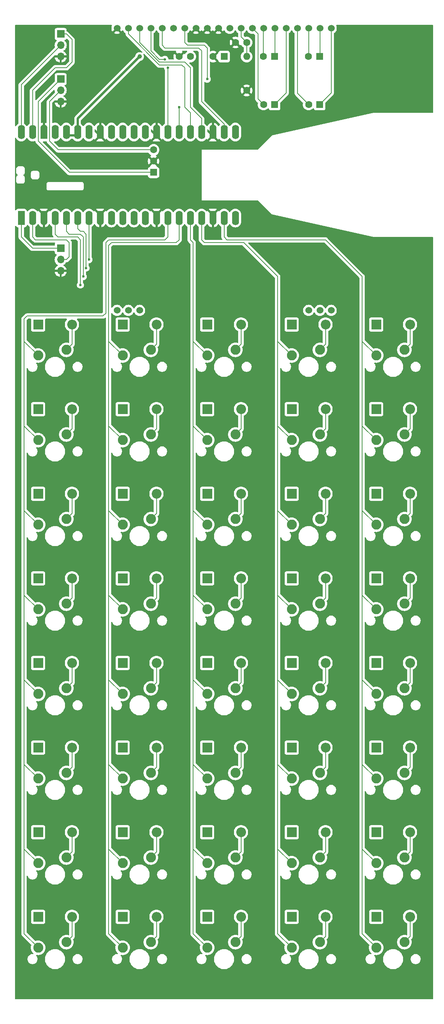
<source format=gbr>
%TF.GenerationSoftware,KiCad,Pcbnew,8.0.6*%
%TF.CreationDate,2024-11-19T21:22:31+01:00*%
%TF.ProjectId,calc,63616c63-2e6b-4696-9361-645f70636258,rev?*%
%TF.SameCoordinates,Original*%
%TF.FileFunction,Copper,L1,Top*%
%TF.FilePolarity,Positive*%
%FSLAX46Y46*%
G04 Gerber Fmt 4.6, Leading zero omitted, Abs format (unit mm)*
G04 Created by KiCad (PCBNEW 8.0.6) date 2024-11-19 21:22:31*
%MOMM*%
%LPD*%
G01*
G04 APERTURE LIST*
G04 Aperture macros list*
%AMRoundRect*
0 Rectangle with rounded corners*
0 $1 Rounding radius*
0 $2 $3 $4 $5 $6 $7 $8 $9 X,Y pos of 4 corners*
0 Add a 4 corners polygon primitive as box body*
4,1,4,$2,$3,$4,$5,$6,$7,$8,$9,$2,$3,0*
0 Add four circle primitives for the rounded corners*
1,1,$1+$1,$2,$3*
1,1,$1+$1,$4,$5*
1,1,$1+$1,$6,$7*
1,1,$1+$1,$8,$9*
0 Add four rect primitives between the rounded corners*
20,1,$1+$1,$2,$3,$4,$5,0*
20,1,$1+$1,$4,$5,$6,$7,0*
20,1,$1+$1,$6,$7,$8,$9,0*
20,1,$1+$1,$8,$9,$2,$3,0*%
%AMFreePoly0*
4,1,28,0.178017,0.779942,0.347107,0.720775,0.498792,0.625465,0.625465,0.498792,0.720775,0.347107,0.779942,0.178017,0.800000,0.000000,0.779942,-0.178017,0.720775,-0.347107,0.625465,-0.498792,0.498792,-0.625465,0.347107,-0.720775,0.178017,-0.779942,0.000000,-0.800000,-2.200000,-0.800000,-2.205014,-0.794986,-2.244504,-0.794986,-2.324698,-0.756366,-2.380194,-0.686777,-2.400000,-0.600000,
-2.400000,0.600000,-2.380194,0.686777,-2.324698,0.756366,-2.244504,0.794986,-2.205014,0.794986,-2.200000,0.800000,0.000000,0.800000,0.178017,0.779942,0.178017,0.779942,$1*%
%AMFreePoly1*
4,1,28,0.605014,0.794986,0.644504,0.794986,0.724698,0.756366,0.780194,0.686777,0.800000,0.600000,0.800000,-0.600000,0.780194,-0.686777,0.724698,-0.756366,0.644504,-0.794986,0.605014,-0.794986,0.600000,-0.800000,0.000000,-0.800000,-0.178017,-0.779942,-0.347107,-0.720775,-0.498792,-0.625465,-0.625465,-0.498792,-0.720775,-0.347107,-0.779942,-0.178017,-0.800000,0.000000,-0.779942,0.178017,
-0.720775,0.347107,-0.625465,0.498792,-0.498792,0.625465,-0.347107,0.720775,-0.178017,0.779942,0.000000,0.800000,0.600000,0.800000,0.605014,0.794986,0.605014,0.794986,$1*%
%AMFreePoly2*
4,1,29,0.605014,0.794986,0.644504,0.794986,0.724698,0.756366,0.780194,0.686777,0.800000,0.600000,0.800000,-0.600000,0.780194,-0.686777,0.724698,-0.756366,0.644504,-0.794986,0.605014,-0.794986,0.600000,-0.800000,0.000000,-0.800000,-1.600000,-0.800000,-1.778017,-0.779942,-1.947107,-0.720775,-2.098792,-0.625465,-2.225465,-0.498792,-2.320775,-0.347107,-2.379942,-0.178017,-2.400000,0.000000,
-2.379942,0.178017,-2.320775,0.347107,-2.225465,0.498792,-2.098792,0.625465,-1.947107,0.720775,-1.778017,0.779942,-1.600000,0.800000,0.600000,0.800000,0.605014,0.794986,0.605014,0.794986,$1*%
%AMFreePoly3*
4,1,28,0.178017,0.779942,0.347107,0.720775,0.498792,0.625465,0.625465,0.498792,0.720775,0.347107,0.779942,0.178017,0.800000,0.000000,0.779942,-0.178017,0.720775,-0.347107,0.625465,-0.498792,0.498792,-0.625465,0.347107,-0.720775,0.178017,-0.779942,0.000000,-0.800000,-0.600000,-0.800000,-0.605014,-0.794986,-0.644504,-0.794986,-0.724698,-0.756366,-0.780194,-0.686777,-0.800000,-0.600000,
-0.800000,0.600000,-0.780194,0.686777,-0.724698,0.756366,-0.644504,0.794986,-0.605014,0.794986,-0.600000,0.800000,0.000000,0.800000,0.178017,0.779942,0.178017,0.779942,$1*%
%AMFreePoly4*
4,1,29,1.778017,0.779942,1.947107,0.720775,2.098792,0.625465,2.225465,0.498792,2.320775,0.347107,2.379942,0.178017,2.400000,0.000000,2.379942,-0.178017,2.320775,-0.347107,2.225465,-0.498792,2.098792,-0.625465,1.947107,-0.720775,1.778017,-0.779942,1.600000,-0.800000,0.000000,-0.800000,-0.600000,-0.800000,-0.605014,-0.794986,-0.644504,-0.794986,-0.724698,-0.756366,-0.780194,-0.686777,
-0.800000,-0.600000,-0.800000,0.600000,-0.780194,0.686777,-0.724698,0.756366,-0.644504,0.794986,-0.605014,0.794986,-0.600000,0.800000,1.600000,0.800000,1.778017,0.779942,1.778017,0.779942,$1*%
G04 Aperture macros list end*
%TA.AperFunction,ComponentPad*%
%ADD10R,2.200000X2.200000*%
%TD*%
%TA.AperFunction,ComponentPad*%
%ADD11O,2.200000X2.200000*%
%TD*%
%TA.AperFunction,ComponentPad*%
%ADD12C,2.250000*%
%TD*%
%TA.AperFunction,ComponentPad*%
%ADD13R,1.700000X1.700000*%
%TD*%
%TA.AperFunction,ComponentPad*%
%ADD14O,1.700000X1.700000*%
%TD*%
%TA.AperFunction,ComponentPad*%
%ADD15R,1.600000X1.600000*%
%TD*%
%TA.AperFunction,ComponentPad*%
%ADD16C,1.600000*%
%TD*%
%TA.AperFunction,ComponentPad*%
%ADD17RoundRect,0.200000X0.600000X-0.600000X0.600000X0.600000X-0.600000X0.600000X-0.600000X-0.600000X0*%
%TD*%
%TA.AperFunction,SMDPad,CuDef*%
%ADD18FreePoly0,90.000000*%
%TD*%
%TA.AperFunction,SMDPad,CuDef*%
%ADD19RoundRect,0.800000X0.000010X-0.800000X0.000010X0.800000X-0.000010X0.800000X-0.000010X-0.800000X0*%
%TD*%
%TA.AperFunction,ComponentPad*%
%ADD20FreePoly1,90.000000*%
%TD*%
%TA.AperFunction,SMDPad,CuDef*%
%ADD21FreePoly2,90.000000*%
%TD*%
%TA.AperFunction,ComponentPad*%
%ADD22FreePoly3,90.000000*%
%TD*%
%TA.AperFunction,SMDPad,CuDef*%
%ADD23FreePoly4,90.000000*%
%TD*%
%TA.AperFunction,ComponentPad*%
%ADD24O,1.600000X1.600000*%
%TD*%
%TA.AperFunction,ComponentPad*%
%ADD25C,1.524000*%
%TD*%
%TA.AperFunction,ViaPad*%
%ADD26C,0.600000*%
%TD*%
%TA.AperFunction,ViaPad*%
%ADD27C,1.000000*%
%TD*%
%TA.AperFunction,Conductor*%
%ADD28C,0.200000*%
%TD*%
%TA.AperFunction,Conductor*%
%ADD29C,0.500000*%
%TD*%
G04 APERTURE END LIST*
D10*
%TO.P,D2,1,K*%
%TO.N,/KB_0*%
X166370000Y-92075000D03*
D11*
%TO.P,D2,2,A*%
%TO.N,Net-(D2-A)*%
X173990000Y-92075000D03*
%TD*%
D10*
%TO.P,D1,1,K*%
%TO.N,/KB_0*%
X147320000Y-92075000D03*
D11*
%TO.P,D1,2,A*%
%TO.N,Net-(D1-A)*%
X154940000Y-92075000D03*
%TD*%
D10*
%TO.P,D38,1,K*%
%TO.N,/KB_7*%
X185420000Y-225425000D03*
D11*
%TO.P,D38,2,A*%
%TO.N,Net-(D38-A)*%
X193040000Y-225425000D03*
%TD*%
D12*
%TO.P,SW25,1,1*%
%TO.N,Net-(D25-A)*%
X229870000Y-173990000D03*
%TO.P,SW25,2,2*%
%TO.N,/KB_E*%
X223520000Y-175260000D03*
%TD*%
D10*
%TO.P,D13,1,K*%
%TO.N,/KB_2*%
X185420000Y-130175000D03*
D11*
%TO.P,D13,2,A*%
%TO.N,Net-(D13-A)*%
X193040000Y-130175000D03*
%TD*%
D12*
%TO.P,SW29,1,1*%
%TO.N,Net-(D29-A)*%
X210820000Y-193040000D03*
%TO.P,SW29,2,2*%
%TO.N,/KB_D*%
X204470000Y-194310000D03*
%TD*%
D10*
%TO.P,D24,1,K*%
%TO.N,/KB_4*%
X204470000Y-168275000D03*
D11*
%TO.P,D24,2,A*%
%TO.N,Net-(D24-A)*%
X212090000Y-168275000D03*
%TD*%
D13*
%TO.P,J2,1,Pin_1*%
%TO.N,/SWCLK*%
X152400000Y-36830000D03*
D14*
%TO.P,J2,2,Pin_2*%
%TO.N,/SWDIO*%
X152400000Y-39370000D03*
%TO.P,J2,3,Pin_3*%
%TO.N,GND*%
X152400000Y-41910000D03*
%TD*%
D12*
%TO.P,SW9,1,1*%
%TO.N,Net-(D9-A)*%
X210820000Y-116840000D03*
%TO.P,SW9,2,2*%
%TO.N,/KB_D*%
X204470000Y-118110000D03*
%TD*%
%TO.P,SW30,1,1*%
%TO.N,Net-(D30-A)*%
X229870000Y-193040000D03*
%TO.P,SW30,2,2*%
%TO.N,/KB_E*%
X223520000Y-194310000D03*
%TD*%
D13*
%TO.P,J1,1,Pin_1*%
%TO.N,/UART_TX*%
X152400000Y-74930000D03*
D14*
%TO.P,J1,2,Pin_2*%
%TO.N,/UART_RX*%
X152400000Y-77470000D03*
%TO.P,J1,3,Pin_3*%
%TO.N,GND*%
X152400000Y-80010000D03*
%TD*%
D10*
%TO.P,D32,1,K*%
%TO.N,/KB_6*%
X166370000Y-206375000D03*
D11*
%TO.P,D32,2,A*%
%TO.N,Net-(D32-A)*%
X173990000Y-206375000D03*
%TD*%
D10*
%TO.P,D9,1,K*%
%TO.N,/KB_1*%
X204470000Y-111125000D03*
D11*
%TO.P,D9,2,A*%
%TO.N,Net-(D9-A)*%
X212090000Y-111125000D03*
%TD*%
D10*
%TO.P,D39,1,K*%
%TO.N,/KB_7*%
X204470000Y-225425000D03*
D11*
%TO.P,D39,2,A*%
%TO.N,Net-(D39-A)*%
X212090000Y-225425000D03*
%TD*%
D12*
%TO.P,SW18,1,1*%
%TO.N,Net-(D18-A)*%
X191770000Y-154940000D03*
%TO.P,SW18,2,2*%
%TO.N,/KB_C*%
X185420000Y-156210000D03*
%TD*%
D10*
%TO.P,D16,1,K*%
%TO.N,/KB_3*%
X147320000Y-149225000D03*
D11*
%TO.P,D16,2,A*%
%TO.N,Net-(D16-A)*%
X154940000Y-149225000D03*
%TD*%
D12*
%TO.P,SW7,1,1*%
%TO.N,Net-(D7-A)*%
X172720000Y-116840000D03*
%TO.P,SW7,2,2*%
%TO.N,/KB_B*%
X166370000Y-118110000D03*
%TD*%
D10*
%TO.P,D18,1,K*%
%TO.N,/KB_3*%
X185420000Y-149225000D03*
D11*
%TO.P,D18,2,A*%
%TO.N,Net-(D18-A)*%
X193040000Y-149225000D03*
%TD*%
D10*
%TO.P,D6,1,K*%
%TO.N,/KB_1*%
X147320000Y-111125000D03*
D11*
%TO.P,D6,2,A*%
%TO.N,Net-(D6-A)*%
X154940000Y-111125000D03*
%TD*%
D10*
%TO.P,D33,1,K*%
%TO.N,/KB_6*%
X185420000Y-206375000D03*
D11*
%TO.P,D33,2,A*%
%TO.N,Net-(D33-A)*%
X193040000Y-206375000D03*
%TD*%
D10*
%TO.P,D29,1,K*%
%TO.N,/KB_5*%
X204470000Y-187325000D03*
D11*
%TO.P,D29,2,A*%
%TO.N,Net-(D29-A)*%
X212090000Y-187325000D03*
%TD*%
D10*
%TO.P,D14,1,K*%
%TO.N,/KB_2*%
X204470000Y-130175000D03*
D11*
%TO.P,D14,2,A*%
%TO.N,Net-(D14-A)*%
X212090000Y-130175000D03*
%TD*%
D12*
%TO.P,SW3,1,1*%
%TO.N,Net-(D3-A)*%
X191770000Y-97790000D03*
%TO.P,SW3,2,2*%
%TO.N,/KB_C*%
X185420000Y-99060000D03*
%TD*%
D10*
%TO.P,D37,1,K*%
%TO.N,/KB_7*%
X166370000Y-225425000D03*
D11*
%TO.P,D37,2,A*%
%TO.N,Net-(D37-A)*%
X173990000Y-225425000D03*
%TD*%
D15*
%TO.P,C3,1*%
%TO.N,+3V3*%
X189230000Y-31750000D03*
D16*
%TO.P,C3,2*%
%TO.N,GND*%
X186730000Y-31750000D03*
%TD*%
D12*
%TO.P,SW31,1,1*%
%TO.N,Net-(D31-A)*%
X153670000Y-212090000D03*
%TO.P,SW31,2,2*%
%TO.N,/KB_A*%
X147320000Y-213360000D03*
%TD*%
D10*
%TO.P,D17,1,K*%
%TO.N,/KB_3*%
X166370000Y-149225000D03*
D11*
%TO.P,D17,2,A*%
%TO.N,Net-(D17-A)*%
X173990000Y-149225000D03*
%TD*%
D10*
%TO.P,D34,1,K*%
%TO.N,/KB_6*%
X204470000Y-206375000D03*
D11*
%TO.P,D34,2,A*%
%TO.N,Net-(D34-A)*%
X212090000Y-206375000D03*
%TD*%
D15*
%TO.P,C5,1*%
%TO.N,Net-(U1-VA1+)*%
X200595113Y-31750000D03*
D16*
%TO.P,C5,2*%
%TO.N,Net-(U1-VA1-)*%
X198095113Y-31750000D03*
%TD*%
D12*
%TO.P,SW28,1,1*%
%TO.N,Net-(D28-A)*%
X191770000Y-193040000D03*
%TO.P,SW28,2,2*%
%TO.N,/KB_C*%
X185420000Y-194310000D03*
%TD*%
%TO.P,SW27,1,1*%
%TO.N,Net-(D27-A)*%
X172720000Y-193040000D03*
%TO.P,SW27,2,2*%
%TO.N,/KB_B*%
X166370000Y-194310000D03*
%TD*%
%TO.P,SW38,1,1*%
%TO.N,Net-(D38-A)*%
X191770000Y-231140000D03*
%TO.P,SW38,2,2*%
%TO.N,/KB_C*%
X185420000Y-232410000D03*
%TD*%
D16*
%TO.P,C1,1*%
%TO.N,GND*%
X191810000Y-28575000D03*
%TO.P,C1,2*%
%TO.N,Net-(U1-VLCD)*%
X194310000Y-28575000D03*
%TD*%
D12*
%TO.P,SW23,1,1*%
%TO.N,Net-(D23-A)*%
X191770000Y-173990000D03*
%TO.P,SW23,2,2*%
%TO.N,/KB_C*%
X185420000Y-175260000D03*
%TD*%
%TO.P,SW12,1,1*%
%TO.N,Net-(D12-A)*%
X172720000Y-135890000D03*
%TO.P,SW12,2,2*%
%TO.N,/KB_B*%
X166370000Y-137160000D03*
%TD*%
%TO.P,SW21,1,1*%
%TO.N,Net-(D21-A)*%
X153670000Y-173990000D03*
%TO.P,SW21,2,2*%
%TO.N,/KB_A*%
X147320000Y-175260000D03*
%TD*%
%TO.P,SW24,1,1*%
%TO.N,Net-(D24-A)*%
X210820000Y-173990000D03*
%TO.P,SW24,2,2*%
%TO.N,/KB_D*%
X204470000Y-175260000D03*
%TD*%
D10*
%TO.P,D26,1,K*%
%TO.N,/KB_5*%
X147320000Y-187325000D03*
D11*
%TO.P,D26,2,A*%
%TO.N,Net-(D26-A)*%
X154940000Y-187325000D03*
%TD*%
D10*
%TO.P,D3,1,K*%
%TO.N,/KB_0*%
X185420000Y-92075000D03*
D11*
%TO.P,D3,2,A*%
%TO.N,Net-(D3-A)*%
X193040000Y-92075000D03*
%TD*%
D10*
%TO.P,D25,1,K*%
%TO.N,/KB_4*%
X223520000Y-168275000D03*
D11*
%TO.P,D25,2,A*%
%TO.N,Net-(D25-A)*%
X231140000Y-168275000D03*
%TD*%
D12*
%TO.P,SW20,1,1*%
%TO.N,Net-(D20-A)*%
X229870000Y-154940000D03*
%TO.P,SW20,2,2*%
%TO.N,/KB_E*%
X223520000Y-156210000D03*
%TD*%
%TO.P,SW37,1,1*%
%TO.N,Net-(D37-A)*%
X172720000Y-231140000D03*
%TO.P,SW37,2,2*%
%TO.N,/KB_B*%
X166370000Y-232410000D03*
%TD*%
D10*
%TO.P,D27,1,K*%
%TO.N,/KB_5*%
X166370000Y-187325000D03*
D11*
%TO.P,D27,2,A*%
%TO.N,Net-(D27-A)*%
X173990000Y-187325000D03*
%TD*%
D10*
%TO.P,D12,1,K*%
%TO.N,/KB_2*%
X166370000Y-130175000D03*
D11*
%TO.P,D12,2,A*%
%TO.N,Net-(D12-A)*%
X173990000Y-130175000D03*
%TD*%
D15*
%TO.P,C6,1*%
%TO.N,Net-(U1-VB0+)*%
X210780000Y-42545000D03*
D16*
%TO.P,C6,2*%
%TO.N,Net-(U1-VB0-)*%
X208280000Y-42545000D03*
%TD*%
D12*
%TO.P,SW8,1,1*%
%TO.N,Net-(D8-A)*%
X191770000Y-116840000D03*
%TO.P,SW8,2,2*%
%TO.N,/KB_C*%
X185420000Y-118110000D03*
%TD*%
%TO.P,SW34,1,1*%
%TO.N,Net-(D34-A)*%
X210820000Y-212090000D03*
%TO.P,SW34,2,2*%
%TO.N,/KB_D*%
X204470000Y-213360000D03*
%TD*%
D15*
%TO.P,C7,1*%
%TO.N,Net-(U1-VB1+)*%
X210755113Y-31750000D03*
D16*
%TO.P,C7,2*%
%TO.N,Net-(U1-VB1-)*%
X208255113Y-31750000D03*
%TD*%
D10*
%TO.P,D21,1,K*%
%TO.N,/KB_4*%
X147320000Y-168275000D03*
D11*
%TO.P,D21,2,A*%
%TO.N,Net-(D21-A)*%
X154940000Y-168275000D03*
%TD*%
D12*
%TO.P,SW4,1,1*%
%TO.N,Net-(D4-A)*%
X210820000Y-97790000D03*
%TO.P,SW4,2,2*%
%TO.N,/KB_D*%
X204470000Y-99060000D03*
%TD*%
D10*
%TO.P,D22,1,K*%
%TO.N,/KB_4*%
X166370000Y-168275000D03*
D11*
%TO.P,D22,2,A*%
%TO.N,Net-(D22-A)*%
X173990000Y-168275000D03*
%TD*%
D10*
%TO.P,D20,1,K*%
%TO.N,/KB_3*%
X223520000Y-149225000D03*
D11*
%TO.P,D20,2,A*%
%TO.N,Net-(D20-A)*%
X231140000Y-149225000D03*
%TD*%
D10*
%TO.P,D8,1,K*%
%TO.N,/KB_1*%
X185420000Y-111125000D03*
D11*
%TO.P,D8,2,A*%
%TO.N,Net-(D8-A)*%
X193040000Y-111125000D03*
%TD*%
D12*
%TO.P,SW2,1,1*%
%TO.N,Net-(D2-A)*%
X172720000Y-97790000D03*
%TO.P,SW2,2,2*%
%TO.N,/KB_B*%
X166370000Y-99060000D03*
%TD*%
%TO.P,SW22,1,1*%
%TO.N,Net-(D22-A)*%
X172720000Y-173990000D03*
%TO.P,SW22,2,2*%
%TO.N,/KB_B*%
X166370000Y-175260000D03*
%TD*%
%TO.P,SW1,1,1*%
%TO.N,Net-(D1-A)*%
X153670000Y-97790000D03*
%TO.P,SW1,2,2*%
%TO.N,/KB_A*%
X147320000Y-99060000D03*
%TD*%
%TO.P,SW15,1,1*%
%TO.N,Net-(D15-A)*%
X229870000Y-135890000D03*
%TO.P,SW15,2,2*%
%TO.N,/KB_E*%
X223520000Y-137160000D03*
%TD*%
D10*
%TO.P,D31,1,K*%
%TO.N,/KB_6*%
X147320000Y-206375000D03*
D11*
%TO.P,D31,2,A*%
%TO.N,Net-(D31-A)*%
X154940000Y-206375000D03*
%TD*%
D10*
%TO.P,D5,1,K*%
%TO.N,/KB_0*%
X223520000Y-92075000D03*
D11*
%TO.P,D5,2,A*%
%TO.N,Net-(D5-A)*%
X231140000Y-92075000D03*
%TD*%
D12*
%TO.P,SW36,1,1*%
%TO.N,Net-(D36-A)*%
X153670000Y-231140000D03*
%TO.P,SW36,2,2*%
%TO.N,/KB_A*%
X147320000Y-232410000D03*
%TD*%
%TO.P,SW32,1,1*%
%TO.N,Net-(D32-A)*%
X172720000Y-212090000D03*
%TO.P,SW32,2,2*%
%TO.N,/KB_B*%
X166370000Y-213360000D03*
%TD*%
%TO.P,SW13,1,1*%
%TO.N,Net-(D13-A)*%
X191770000Y-135890000D03*
%TO.P,SW13,2,2*%
%TO.N,/KB_C*%
X185420000Y-137160000D03*
%TD*%
D10*
%TO.P,D40,1,K*%
%TO.N,/KB_7*%
X223520000Y-225425000D03*
D11*
%TO.P,D40,2,A*%
%TO.N,Net-(D40-A)*%
X231140000Y-225425000D03*
%TD*%
D10*
%TO.P,D23,1,K*%
%TO.N,/KB_4*%
X185420000Y-168275000D03*
D11*
%TO.P,D23,2,A*%
%TO.N,Net-(D23-A)*%
X193040000Y-168275000D03*
%TD*%
D12*
%TO.P,SW19,1,1*%
%TO.N,Net-(D19-A)*%
X210820000Y-154940000D03*
%TO.P,SW19,2,2*%
%TO.N,/KB_D*%
X204470000Y-156210000D03*
%TD*%
D10*
%TO.P,D30,1,K*%
%TO.N,/KB_5*%
X223520000Y-187325000D03*
D11*
%TO.P,D30,2,A*%
%TO.N,Net-(D30-A)*%
X231140000Y-187325000D03*
%TD*%
D12*
%TO.P,SW14,1,1*%
%TO.N,Net-(D14-A)*%
X210820000Y-135890000D03*
%TO.P,SW14,2,2*%
%TO.N,/KB_D*%
X204470000Y-137160000D03*
%TD*%
%TO.P,SW35,1,1*%
%TO.N,Net-(D35-A)*%
X229870000Y-212090000D03*
%TO.P,SW35,2,2*%
%TO.N,/KB_E*%
X223520000Y-213360000D03*
%TD*%
D10*
%TO.P,D15,1,K*%
%TO.N,/KB_2*%
X223520000Y-130175000D03*
D11*
%TO.P,D15,2,A*%
%TO.N,Net-(D15-A)*%
X231140000Y-130175000D03*
%TD*%
D10*
%TO.P,D11,1,K*%
%TO.N,/KB_2*%
X147320000Y-130175000D03*
D11*
%TO.P,D11,2,A*%
%TO.N,Net-(D11-A)*%
X154940000Y-130175000D03*
%TD*%
D10*
%TO.P,D19,1,K*%
%TO.N,/KB_3*%
X204470000Y-149225000D03*
D11*
%TO.P,D19,2,A*%
%TO.N,Net-(D19-A)*%
X212090000Y-149225000D03*
%TD*%
D12*
%TO.P,SW40,1,1*%
%TO.N,Net-(D40-A)*%
X229870000Y-231140000D03*
%TO.P,SW40,2,2*%
%TO.N,/KB_E*%
X223520000Y-232410000D03*
%TD*%
%TO.P,SW16,1,1*%
%TO.N,Net-(D16-A)*%
X153670000Y-154940000D03*
%TO.P,SW16,2,2*%
%TO.N,/KB_A*%
X147320000Y-156210000D03*
%TD*%
%TO.P,SW5,1,1*%
%TO.N,Net-(D5-A)*%
X229870000Y-97790000D03*
%TO.P,SW5,2,2*%
%TO.N,/KB_E*%
X223520000Y-99060000D03*
%TD*%
%TO.P,SW10,1,1*%
%TO.N,Net-(D10-A)*%
X229870000Y-116840000D03*
%TO.P,SW10,2,2*%
%TO.N,/KB_E*%
X223520000Y-118110000D03*
%TD*%
%TO.P,SW39,1,1*%
%TO.N,Net-(D39-A)*%
X210820000Y-231140000D03*
%TO.P,SW39,2,2*%
%TO.N,/KB_D*%
X204470000Y-232410000D03*
%TD*%
D17*
%TO.P,A1,1,GPIO0*%
%TO.N,/UART_TX*%
X143510000Y-67310000D03*
D18*
X143510000Y-67310000D03*
D16*
%TO.P,A1,2,GPIO1*%
%TO.N,/UART_RX*%
X146050000Y-67310000D03*
D19*
X146050000Y-68110000D03*
D20*
%TO.P,A1,3,GND*%
%TO.N,GND*%
X148590000Y-67310000D03*
D21*
X148590000Y-67310000D03*
D16*
%TO.P,A1,4,GPIO2*%
%TO.N,/KB_0*%
X151130000Y-67310000D03*
D19*
X151130000Y-68110000D03*
D16*
%TO.P,A1,5,GPIO3*%
%TO.N,/KB_1*%
X153670000Y-67310000D03*
D19*
X153670000Y-68110000D03*
D16*
%TO.P,A1,6,GPIO4*%
%TO.N,/KB_2*%
X156210000Y-67310000D03*
D19*
X156210000Y-68110000D03*
D16*
%TO.P,A1,7,GPIO5*%
%TO.N,/KB_3*%
X158750000Y-67310000D03*
D19*
X158750000Y-68110000D03*
D20*
%TO.P,A1,8,GND*%
%TO.N,GND*%
X161290000Y-67310000D03*
D21*
X161290000Y-67310000D03*
D16*
%TO.P,A1,9,GPIO6*%
%TO.N,/KB_4*%
X163830000Y-67310000D03*
D19*
X163830000Y-68110000D03*
D16*
%TO.P,A1,10,GPIO7*%
%TO.N,/KB_5*%
X166370000Y-67310000D03*
D19*
X166370000Y-68110000D03*
D16*
%TO.P,A1,11,GPIO8*%
%TO.N,/KB_6*%
X168910000Y-67310000D03*
D19*
X168910000Y-68110000D03*
D16*
%TO.P,A1,12,GPIO9*%
%TO.N,/KB_7*%
X171450000Y-67310000D03*
D19*
X171450000Y-68110000D03*
D20*
%TO.P,A1,13,GND*%
%TO.N,GND*%
X173990000Y-67310000D03*
D21*
X173990000Y-67310000D03*
D16*
%TO.P,A1,14,GPIO10*%
%TO.N,/KB_A*%
X176530000Y-67310000D03*
D19*
X176530000Y-68110000D03*
D16*
%TO.P,A1,15,GPIO11*%
%TO.N,/KB_B*%
X179070000Y-67310000D03*
D19*
X179070000Y-68110000D03*
D16*
%TO.P,A1,16,GPIO12*%
%TO.N,/KB_C*%
X181610000Y-67310000D03*
D19*
X181610000Y-68110000D03*
D16*
%TO.P,A1,17,GPIO13*%
%TO.N,/KB_D*%
X184150000Y-67310000D03*
D19*
X184150000Y-68110000D03*
D20*
%TO.P,A1,18,GND*%
%TO.N,GND*%
X186690000Y-67310000D03*
D21*
X186690000Y-67310000D03*
D16*
%TO.P,A1,19,GPIO14*%
%TO.N,/KB_E*%
X189230000Y-67310000D03*
D19*
X189230000Y-68110000D03*
D16*
%TO.P,A1,20,GPIO15*%
%TO.N,unconnected-(A1-GPIO15-Pad20)*%
X191770000Y-67310000D03*
D19*
X191770000Y-68110000D03*
D16*
%TO.P,A1,21,GPIO16*%
%TO.N,unconnected-(A1-GPIO16-Pad21)_1*%
X191770000Y-49530000D03*
D19*
X191770000Y-48730000D03*
D16*
%TO.P,A1,22,GPIO17*%
%TO.N,/~{D_CS}*%
X189230000Y-49530000D03*
D19*
X189230000Y-48730000D03*
D22*
%TO.P,A1,23,GND*%
%TO.N,GND*%
X186690000Y-49530000D03*
D23*
X186690000Y-49530000D03*
D16*
%TO.P,A1,24,GPIO18*%
%TO.N,/D_CLK*%
X184150000Y-49530000D03*
D19*
X184150000Y-48730000D03*
D16*
%TO.P,A1,25,GPIO19*%
%TO.N,/D_SD*%
X181610000Y-49530000D03*
D19*
X181610000Y-48730000D03*
D16*
%TO.P,A1,26,GPIO20*%
%TO.N,/D_CD*%
X179070000Y-49530000D03*
D19*
X179070000Y-48730000D03*
D16*
%TO.P,A1,27,GPIO21*%
%TO.N,/~{D_RST}*%
X176530000Y-49530000D03*
D19*
X176530000Y-48730000D03*
D22*
%TO.P,A1,28,GND*%
%TO.N,GND*%
X173990000Y-49530000D03*
D23*
X173990000Y-49530000D03*
D16*
%TO.P,A1,29,GPIO22*%
%TO.N,unconnected-(A1-GPIO22-Pad29)_1*%
X171450000Y-49530000D03*
D19*
X171450000Y-48730000D03*
D16*
%TO.P,A1,30,RUN*%
%TO.N,unconnected-(A1-RUN-Pad30)*%
X168910000Y-49530000D03*
D19*
X168910000Y-48730000D03*
D16*
%TO.P,A1,31,GPIO26_ADC0*%
%TO.N,unconnected-(A1-GPIO26_ADC0-Pad31)*%
X166370000Y-49530000D03*
D19*
X166370000Y-48730000D03*
D16*
%TO.P,A1,32,GPIO27_ADC1*%
%TO.N,unconnected-(A1-GPIO27_ADC1-Pad32)*%
X163830000Y-49530000D03*
D19*
X163830000Y-48730000D03*
D22*
%TO.P,A1,33,AGND*%
%TO.N,GND*%
X161290000Y-49530000D03*
D23*
X161290000Y-49530000D03*
D16*
%TO.P,A1,34,GPIO28_ADC2*%
%TO.N,unconnected-(A1-GPIO28_ADC2-Pad34)*%
X158750000Y-49530000D03*
D19*
X158750000Y-48730000D03*
D16*
%TO.P,A1,35,ADC_VREF*%
%TO.N,+3V3*%
X156210000Y-49530000D03*
D19*
X156210000Y-48730000D03*
D16*
%TO.P,A1,36,3V3*%
X153670000Y-49530000D03*
D19*
X153670000Y-48730000D03*
D16*
%TO.P,A1,37,3V3_EN*%
%TO.N,unconnected-(A1-3V3_EN-Pad37)_1*%
X151130000Y-49530000D03*
D19*
X151130000Y-48730000D03*
D22*
%TO.P,A1,38,GND*%
%TO.N,GND*%
X148590000Y-49530000D03*
D23*
X148590000Y-49530000D03*
D16*
%TO.P,A1,39,VSYS*%
%TO.N,/V_SYS*%
X146050000Y-49530000D03*
D19*
X146050000Y-48730000D03*
D16*
%TO.P,A1,40,VBUS*%
%TO.N,/V_BUS*%
X143510000Y-49530000D03*
D19*
X143510000Y-48730000D03*
D17*
%TO.P,A1,D1,SWCLK*%
%TO.N,/SWCLK*%
X173340000Y-57835900D03*
D16*
%TO.P,A1,D2,GND*%
%TO.N,GND*%
X173340000Y-55295900D03*
%TO.P,A1,D3,SWDIO*%
%TO.N,/SWDIO*%
X173340000Y-52755900D03*
%TD*%
D10*
%TO.P,D28,1,K*%
%TO.N,/KB_5*%
X185420000Y-187325000D03*
D11*
%TO.P,D28,2,A*%
%TO.N,Net-(D28-A)*%
X193040000Y-187325000D03*
%TD*%
D12*
%TO.P,SW11,1,1*%
%TO.N,Net-(D11-A)*%
X153670000Y-135890000D03*
%TO.P,SW11,2,2*%
%TO.N,/KB_A*%
X147320000Y-137160000D03*
%TD*%
D10*
%TO.P,D10,1,K*%
%TO.N,/KB_1*%
X223520000Y-111125000D03*
D11*
%TO.P,D10,2,A*%
%TO.N,Net-(D10-A)*%
X231140000Y-111125000D03*
%TD*%
D12*
%TO.P,SW33,1,1*%
%TO.N,Net-(D33-A)*%
X191770000Y-212090000D03*
%TO.P,SW33,2,2*%
%TO.N,/KB_C*%
X185420000Y-213360000D03*
%TD*%
D10*
%TO.P,D7,1,K*%
%TO.N,/KB_1*%
X166370000Y-111125000D03*
D11*
%TO.P,D7,2,A*%
%TO.N,Net-(D7-A)*%
X173990000Y-111125000D03*
%TD*%
D12*
%TO.P,SW26,1,1*%
%TO.N,Net-(D26-A)*%
X153670000Y-193040000D03*
%TO.P,SW26,2,2*%
%TO.N,/KB_A*%
X147320000Y-194310000D03*
%TD*%
%TO.P,SW17,1,1*%
%TO.N,Net-(D17-A)*%
X172720000Y-154940000D03*
%TO.P,SW17,2,2*%
%TO.N,/KB_B*%
X166370000Y-156210000D03*
%TD*%
D16*
%TO.P,R1,1*%
%TO.N,GND*%
X194310000Y-39370000D03*
D24*
%TO.P,R1,2*%
%TO.N,Net-(U1-VLCD)*%
X194310000Y-31750000D03*
%TD*%
D13*
%TO.P,J3,1,Pin_1*%
%TO.N,/V_SYS*%
X152400000Y-26670000D03*
D14*
%TO.P,J3,2,Pin_2*%
%TO.N,/V_BUS*%
X152400000Y-29210000D03*
%TO.P,J3,3,Pin_3*%
%TO.N,GND*%
X152400000Y-31750000D03*
%TD*%
D10*
%TO.P,D35,1,K*%
%TO.N,/KB_6*%
X223520000Y-206375000D03*
D11*
%TO.P,D35,2,A*%
%TO.N,Net-(D35-A)*%
X231140000Y-206375000D03*
%TD*%
D16*
%TO.P,C2,1*%
%TO.N,+3V3*%
X181610000Y-31750000D03*
%TO.P,C2,2*%
%TO.N,GND*%
X179110000Y-31750000D03*
%TD*%
D12*
%TO.P,SW6,1,1*%
%TO.N,Net-(D6-A)*%
X153670000Y-116840000D03*
%TO.P,SW6,2,2*%
%TO.N,/KB_A*%
X147320000Y-118110000D03*
%TD*%
D15*
%TO.P,C4,1*%
%TO.N,Net-(U1-VA0+)*%
X200620000Y-42545000D03*
D16*
%TO.P,C4,2*%
%TO.N,Net-(U1-VA0-)*%
X198120000Y-42545000D03*
%TD*%
D10*
%TO.P,D36,1,K*%
%TO.N,/KB_7*%
X147320000Y-225425000D03*
D11*
%TO.P,D36,2,A*%
%TO.N,Net-(D36-A)*%
X154940000Y-225425000D03*
%TD*%
D10*
%TO.P,D4,1,K*%
%TO.N,/KB_0*%
X204470000Y-92075000D03*
D11*
%TO.P,D4,2,A*%
%TO.N,Net-(D4-A)*%
X212090000Y-92075000D03*
%TD*%
D25*
%TO.P,U1,1,A1+*%
%TO.N,unconnected-(U1-A1+-Pad1)*%
X165100000Y-88900000D03*
%TO.P,U1,2,A2+*%
%TO.N,unconnected-(U1-A2+-Pad2)*%
X167640000Y-88900000D03*
%TO.P,U1,3,A3+*%
%TO.N,unconnected-(U1-A3+-Pad3)*%
X170180000Y-88900000D03*
%TO.P,U1,18,C1-*%
%TO.N,unconnected-(U1-C1--Pad18)*%
X208280000Y-88900000D03*
%TO.P,U1,19,C2-*%
%TO.N,unconnected-(U1-C2--Pad19)*%
X210820000Y-88900000D03*
%TO.P,U1,20,C3-*%
%TO.N,unconnected-(U1-C3--Pad20)*%
X213360000Y-88900000D03*
%TO.P,U1,21,VB0+*%
%TO.N,Net-(U1-VB0+)*%
X213360000Y-25400000D03*
%TO.P,U1,22,VB1+*%
%TO.N,Net-(U1-VB1+)*%
X210820000Y-25400000D03*
%TO.P,U1,23,VB1-*%
%TO.N,Net-(U1-VB1-)*%
X208280000Y-25400000D03*
%TO.P,U1,24,VB0-*%
%TO.N,Net-(U1-VB0-)*%
X205740000Y-25400000D03*
%TO.P,U1,25,VA0+*%
%TO.N,Net-(U1-VA0+)*%
X203200000Y-25400000D03*
%TO.P,U1,26,VA1+*%
%TO.N,Net-(U1-VA1+)*%
X200660000Y-25400000D03*
%TO.P,U1,27,VA1-*%
%TO.N,Net-(U1-VA1-)*%
X198120000Y-25400000D03*
%TO.P,U1,28,VA0-*%
%TO.N,Net-(U1-VA0-)*%
X195580000Y-25400000D03*
%TO.P,U1,29,VLCD*%
%TO.N,Net-(U1-VLCD)*%
X193040000Y-25400000D03*
%TO.P,U1,30,VDD*%
%TO.N,+3V3*%
X190500000Y-25400000D03*
%TO.P,U1,31,VSS*%
%TO.N,GND*%
X187960000Y-25400000D03*
%TO.P,U1,32,VSS*%
X185420000Y-25400000D03*
%TO.P,U1,33,BM0*%
X182880000Y-25400000D03*
%TO.P,U1,34,CD*%
%TO.N,/D_CD*%
X180340000Y-25400000D03*
%TO.P,U1,35,CS1*%
%TO.N,+3V3*%
X177800000Y-25400000D03*
%TO.P,U1,36,~{CS0}*%
%TO.N,/~{D_CS}*%
X175260000Y-25400000D03*
%TO.P,U1,37,~{RST}*%
%TO.N,/~{D_RST}*%
X172720000Y-25400000D03*
%TO.P,U1,38,SCK*%
%TO.N,/D_CLK*%
X170180000Y-25400000D03*
%TO.P,U1,39,SDA*%
%TO.N,/D_SD*%
X167640000Y-25400000D03*
%TO.P,U1,40,D13*%
%TO.N,GND*%
X165100000Y-25400000D03*
%TD*%
D26*
%TO.N,GND*%
X146050000Y-73660000D03*
X144780000Y-72390000D03*
X144780000Y-70485000D03*
X186690000Y-28575000D03*
X187960000Y-27305000D03*
%TO.N,/~{D_RST}*%
X176530000Y-34290000D03*
X175895000Y-32385000D03*
%TO.N,GND*%
X157480000Y-46355000D03*
X158750000Y-45085000D03*
X154940000Y-45085000D03*
X170180000Y-33655000D03*
X168910000Y-34925000D03*
X167640000Y-36195000D03*
X166370000Y-37465000D03*
X167640000Y-32385000D03*
X166370000Y-33655000D03*
X165100000Y-34925000D03*
X163830000Y-36195000D03*
X151765000Y-53975000D03*
X150495000Y-52705000D03*
X149225000Y-51435000D03*
X148590000Y-45085000D03*
X148590000Y-43180000D03*
X149225000Y-41275000D03*
X150495000Y-40005000D03*
X144780000Y-45720000D03*
X144780000Y-43815000D03*
X144780000Y-41910000D03*
X144780000Y-40005000D03*
X145415000Y-38100000D03*
X146685000Y-36830000D03*
X147955000Y-35560000D03*
X165100000Y-38735000D03*
X163830000Y-40005000D03*
X162560000Y-41275000D03*
X161290000Y-42545000D03*
X160020000Y-43815000D03*
X156210000Y-43815000D03*
X157480000Y-42545000D03*
X158750000Y-41275000D03*
X162560000Y-37465000D03*
X161290000Y-38735000D03*
X160020000Y-40005000D03*
X149225000Y-34290000D03*
X150495000Y-33020000D03*
X189230000Y-45085000D03*
X187960000Y-43815000D03*
X186690000Y-42545000D03*
X185420000Y-41275000D03*
X185420000Y-39370000D03*
%TO.N,/KB_3*%
X158750000Y-77470000D03*
%TO.N,/KB_2*%
X158115000Y-79375000D03*
%TO.N,/KB_1*%
X157480000Y-81280000D03*
%TO.N,/KB_0*%
X156845000Y-83185000D03*
%TO.N,/D_CD*%
X185420000Y-36830000D03*
X179070000Y-43180000D03*
D27*
%TO.N,+3V3*%
X170180000Y-31750000D03*
%TD*%
D28*
%TO.N,/UART_RX*%
X146685000Y-73025000D02*
X146050000Y-72390000D01*
X154305000Y-73660000D02*
X153670000Y-73025000D01*
X154305000Y-76835000D02*
X153670000Y-77470000D01*
X154305000Y-76835000D02*
X154305000Y-73660000D01*
X153670000Y-73025000D02*
X146685000Y-73025000D01*
X146050000Y-72390000D02*
X146050000Y-71120000D01*
%TO.N,/KB_0*%
X156845000Y-83185000D02*
X156845000Y-73025000D01*
X156845000Y-73025000D02*
X156210000Y-72390000D01*
X151765000Y-72390000D02*
X151130000Y-71755000D01*
X151130000Y-71755000D02*
X151130000Y-67310000D01*
X156210000Y-72390000D02*
X151765000Y-72390000D01*
%TO.N,/KB_1*%
X157480000Y-81280000D02*
X157480000Y-72390000D01*
X153670000Y-71120000D02*
X153670000Y-67310000D01*
X157480000Y-72390000D02*
X156845000Y-71755000D01*
X154305000Y-71755000D02*
X153670000Y-71120000D01*
X156845000Y-71755000D02*
X154305000Y-71755000D01*
%TO.N,/KB_2*%
X158115000Y-79375000D02*
X158115000Y-71755000D01*
X157480000Y-71120000D02*
X156845000Y-71120000D01*
X158115000Y-71755000D02*
X157480000Y-71120000D01*
X156845000Y-71120000D02*
X156210000Y-70485000D01*
X156210000Y-70485000D02*
X156210000Y-67310000D01*
%TO.N,/D_CD*%
X180340000Y-28575000D02*
X180975000Y-29210000D01*
X180340000Y-25400000D02*
X180340000Y-28575000D01*
X180975000Y-29210000D02*
X184785000Y-29210000D01*
X184785000Y-29210000D02*
X185420000Y-29845000D01*
%TO.N,/~{D_CS}*%
X184150000Y-30480000D02*
X184150000Y-41910000D01*
X175260000Y-25400000D02*
X175260000Y-29210000D01*
X175260000Y-29210000D02*
X175895000Y-29845000D01*
X175895000Y-29845000D02*
X183515000Y-29845000D01*
X183515000Y-29845000D02*
X184150000Y-30480000D01*
%TO.N,/~{D_RST}*%
X176530000Y-34290000D02*
X176530000Y-49530000D01*
X174625000Y-32385000D02*
X175895000Y-32385000D01*
X172720000Y-30480000D02*
X174625000Y-32385000D01*
X172720000Y-26670000D02*
X172720000Y-30480000D01*
%TO.N,/D_CLK*%
X170180000Y-25400000D02*
X170180000Y-28575000D01*
X170180000Y-28575000D02*
X174625000Y-33020000D01*
X174625000Y-33020000D02*
X180340000Y-33020000D01*
X180340000Y-33020000D02*
X181610000Y-34290000D01*
X181610000Y-34290000D02*
X181610000Y-43180000D01*
X181610000Y-43180000D02*
X184150000Y-45720000D01*
X184150000Y-45720000D02*
X184150000Y-49530000D01*
%TO.N,/D_SD*%
X180340000Y-34290000D02*
X180340000Y-43180000D01*
X167640000Y-25400000D02*
X167640000Y-26670000D01*
X179705000Y-33655000D02*
X180340000Y-34290000D01*
X167640000Y-26670000D02*
X174625000Y-33655000D01*
X174625000Y-33655000D02*
X179705000Y-33655000D01*
%TO.N,/D_CD*%
X185420000Y-29845000D02*
X185420000Y-36830000D01*
D29*
%TO.N,GND*%
X186690000Y-67310000D02*
X186690000Y-70485000D01*
X173990000Y-67310000D02*
X173990000Y-70485000D01*
X161290000Y-67310000D02*
X161290000Y-70485000D01*
X148590000Y-67310000D02*
X148590000Y-70485000D01*
X186690000Y-49530000D02*
X186690000Y-46355000D01*
X173990000Y-49530000D02*
X173990000Y-46355000D01*
X161290000Y-49530000D02*
X161290000Y-46355000D01*
X148590000Y-49530000D02*
X148590000Y-46355000D01*
D28*
%TO.N,Net-(U1-VB0-)*%
X208280000Y-42545000D02*
X205740000Y-40005000D01*
X205740000Y-40005000D02*
X205740000Y-25400000D01*
%TO.N,Net-(U1-VB0+)*%
X210780000Y-42545000D02*
X213360000Y-39965000D01*
X213360000Y-39965000D02*
X213360000Y-25400000D01*
%TO.N,Net-(U1-VA0-)*%
X198120000Y-42545000D02*
X196850000Y-41275000D01*
X196850000Y-41275000D02*
X196850000Y-26670000D01*
X196850000Y-26670000D02*
X195580000Y-25400000D01*
%TO.N,Net-(U1-VA0+)*%
X200620000Y-42545000D02*
X203200000Y-39965000D01*
X203200000Y-39965000D02*
X203200000Y-25400000D01*
%TO.N,Net-(U1-VB1+)*%
X210820000Y-25400000D02*
X210820000Y-31685113D01*
X210820000Y-31685113D02*
X210755113Y-31750000D01*
%TO.N,Net-(U1-VB1-)*%
X208280000Y-25400000D02*
X208280000Y-31725113D01*
X208280000Y-31725113D02*
X208255113Y-31750000D01*
%TO.N,Net-(U1-VA1+)*%
X200660000Y-25400000D02*
X200660000Y-31685113D01*
X200660000Y-31685113D02*
X200595113Y-31750000D01*
%TO.N,Net-(U1-VA1-)*%
X198095113Y-31750000D02*
X198095113Y-25424887D01*
X198095113Y-25424887D02*
X198120000Y-25400000D01*
%TO.N,Net-(U1-VLCD)*%
X194310000Y-28575000D02*
X194310000Y-31750000D01*
X193040000Y-25400000D02*
X193040000Y-27305000D01*
X193040000Y-27305000D02*
X194310000Y-28575000D01*
%TO.N,/KB_E*%
X220345000Y-95885000D02*
X220345000Y-81280000D01*
X220345000Y-81280000D02*
X212090000Y-73025000D01*
X212090000Y-73025000D02*
X189865000Y-73025000D01*
X189865000Y-73025000D02*
X189230000Y-72390000D01*
X189230000Y-72390000D02*
X189230000Y-67310000D01*
%TO.N,/KB_D*%
X184785000Y-73660000D02*
X184150000Y-73025000D01*
X193675000Y-73660000D02*
X184785000Y-73660000D01*
X184150000Y-73025000D02*
X184150000Y-67310000D01*
X201295000Y-81280000D02*
X193675000Y-73660000D01*
%TO.N,/KB_C*%
X182245000Y-95885000D02*
X182245000Y-73660000D01*
X182245000Y-73660000D02*
X181610000Y-73025000D01*
X181610000Y-73025000D02*
X181610000Y-67310000D01*
%TO.N,/KB_B*%
X163195000Y-95885000D02*
X163195000Y-74295000D01*
X163195000Y-74295000D02*
X163830000Y-73660000D01*
X163830000Y-73660000D02*
X178435000Y-73660000D01*
X178435000Y-73660000D02*
X179070000Y-73025000D01*
X179070000Y-73025000D02*
X179070000Y-67310000D01*
%TO.N,/KB_A*%
X144145000Y-95885000D02*
X144145000Y-90805000D01*
X176530000Y-72390000D02*
X176530000Y-67310000D01*
X144145000Y-90805000D02*
X144780000Y-90170000D01*
X144780000Y-90170000D02*
X161925000Y-90170000D01*
X163195000Y-73025000D02*
X175895000Y-73025000D01*
X162560000Y-89535000D02*
X162560000Y-73660000D01*
X161925000Y-90170000D02*
X162560000Y-89535000D01*
X162560000Y-73660000D02*
X163195000Y-73025000D01*
X175895000Y-73025000D02*
X176530000Y-72390000D01*
%TO.N,/KB_3*%
X158750000Y-77470000D02*
X158750000Y-67310000D01*
%TO.N,/KB_A*%
X144145000Y-191135000D02*
X147320000Y-194310000D01*
X144145000Y-114935000D02*
X144145000Y-133985000D01*
X147320000Y-99060000D02*
X144145000Y-95885000D01*
X144145000Y-210185000D02*
X144145000Y-229235000D01*
X144145000Y-191135000D02*
X144145000Y-210185000D01*
X144145000Y-153035000D02*
X144145000Y-172085000D01*
X144145000Y-172085000D02*
X147320000Y-175260000D01*
X144145000Y-229235000D02*
X147320000Y-232410000D01*
X144145000Y-172085000D02*
X144145000Y-191135000D01*
X144145000Y-133985000D02*
X147320000Y-137160000D01*
X144145000Y-210185000D02*
X147320000Y-213360000D01*
X144145000Y-133985000D02*
X144145000Y-153035000D01*
X144145000Y-153035000D02*
X147320000Y-156210000D01*
X144145000Y-114935000D02*
X147320000Y-118110000D01*
X144145000Y-95885000D02*
X144145000Y-114935000D01*
%TO.N,/~{D_CS}*%
X189230000Y-49530000D02*
X189230000Y-46990000D01*
X189230000Y-46990000D02*
X184150000Y-41910000D01*
%TO.N,/UART_TX*%
X143510000Y-72390000D02*
X146050000Y-74930000D01*
X146050000Y-74930000D02*
X152400000Y-74930000D01*
X143510000Y-67310000D02*
X143510000Y-72390000D01*
%TO.N,/D_CD*%
X179070000Y-43180000D02*
X179070000Y-49530000D01*
%TO.N,/UART_RX*%
X153670000Y-77470000D02*
X152400000Y-77470000D01*
X146050000Y-67310000D02*
X146050000Y-71120000D01*
D29*
%TO.N,+3V3*%
X156210000Y-45720000D02*
X156210000Y-49530000D01*
X153670000Y-49530000D02*
X156210000Y-49530000D01*
X170180000Y-31750000D02*
X156210000Y-45720000D01*
D28*
%TO.N,/D_SD*%
X181610000Y-44450000D02*
X181610000Y-49530000D01*
X180340000Y-43180000D02*
X181610000Y-44450000D01*
%TO.N,/KB_E*%
X220345000Y-153035000D02*
X223520000Y-156210000D01*
X220345000Y-114935000D02*
X220345000Y-133985000D01*
X223520000Y-99060000D02*
X220345000Y-95885000D01*
X220345000Y-133985000D02*
X223520000Y-137160000D01*
X220345000Y-229235000D02*
X223520000Y-232410000D01*
X220345000Y-172085000D02*
X220345000Y-191135000D01*
X220345000Y-153035000D02*
X220345000Y-172085000D01*
X220345000Y-114935000D02*
X223520000Y-118110000D01*
X220345000Y-210185000D02*
X223520000Y-213360000D01*
X220345000Y-133985000D02*
X220345000Y-153035000D01*
X220345000Y-210185000D02*
X220345000Y-229235000D01*
X220345000Y-95885000D02*
X220345000Y-114935000D01*
X220345000Y-172085000D02*
X223520000Y-175260000D01*
X220345000Y-191135000D02*
X220345000Y-210185000D01*
X220345000Y-191135000D02*
X223520000Y-194310000D01*
%TO.N,/V_SYS*%
X154940000Y-27940000D02*
X153670000Y-26670000D01*
X151130000Y-34290000D02*
X153670000Y-34290000D01*
X154940000Y-33020000D02*
X154940000Y-27940000D01*
X146050000Y-49530000D02*
X146050000Y-39370000D01*
X146050000Y-39370000D02*
X151130000Y-34290000D01*
X153670000Y-26670000D02*
X152400000Y-26670000D01*
X153670000Y-34290000D02*
X154940000Y-33020000D01*
%TO.N,/~{D_RST}*%
X172720000Y-25400000D02*
X172720000Y-26670000D01*
%TO.N,/KB_B*%
X163195000Y-153035000D02*
X163195000Y-172085000D01*
X163195000Y-191135000D02*
X163195000Y-210185000D01*
X163195000Y-210185000D02*
X166370000Y-213360000D01*
X163195000Y-114935000D02*
X166370000Y-118110000D01*
X163195000Y-133985000D02*
X166370000Y-137160000D01*
X166370000Y-99060000D02*
X163195000Y-95885000D01*
X163195000Y-191135000D02*
X166370000Y-194310000D01*
X163195000Y-133985000D02*
X163195000Y-153035000D01*
X163195000Y-114935000D02*
X163195000Y-133985000D01*
X163195000Y-229235000D02*
X166370000Y-232410000D01*
X163195000Y-210185000D02*
X163195000Y-229235000D01*
X163195000Y-172085000D02*
X166370000Y-175260000D01*
X163195000Y-95885000D02*
X163195000Y-114935000D01*
X163195000Y-153035000D02*
X166370000Y-156210000D01*
X163195000Y-172085000D02*
X163195000Y-191135000D01*
%TO.N,/KB_D*%
X201295000Y-191135000D02*
X201295000Y-210185000D01*
X201295000Y-210185000D02*
X201295000Y-229235000D01*
X201295000Y-95885000D02*
X201295000Y-81280000D01*
X201295000Y-114935000D02*
X204470000Y-118110000D01*
X201295000Y-133985000D02*
X204470000Y-137160000D01*
X204470000Y-99060000D02*
X201295000Y-95885000D01*
X201295000Y-114935000D02*
X201295000Y-133985000D01*
X201295000Y-95885000D02*
X201295000Y-114935000D01*
X201295000Y-210185000D02*
X204470000Y-213360000D01*
X201295000Y-133985000D02*
X201295000Y-153035000D01*
X201295000Y-191135000D02*
X204470000Y-194310000D01*
X201295000Y-172085000D02*
X201295000Y-191135000D01*
X201295000Y-229235000D02*
X204470000Y-232410000D01*
X201295000Y-172085000D02*
X204470000Y-175260000D01*
X201295000Y-153035000D02*
X204470000Y-156210000D01*
X201295000Y-153035000D02*
X201295000Y-172085000D01*
%TO.N,/KB_C*%
X182245000Y-191135000D02*
X185420000Y-194310000D01*
X182245000Y-172085000D02*
X185420000Y-175260000D01*
X182245000Y-153035000D02*
X185420000Y-156210000D01*
X182245000Y-210185000D02*
X185420000Y-213360000D01*
X182245000Y-153035000D02*
X182245000Y-172085000D01*
X185420000Y-99060000D02*
X182245000Y-95885000D01*
X182245000Y-191135000D02*
X182245000Y-210185000D01*
X182245000Y-133985000D02*
X185420000Y-137160000D01*
X182245000Y-172085000D02*
X182245000Y-191135000D01*
X182245000Y-133985000D02*
X182245000Y-153035000D01*
X182245000Y-229235000D02*
X185420000Y-232410000D01*
X182245000Y-210185000D02*
X182245000Y-229235000D01*
X182245000Y-114935000D02*
X185420000Y-118110000D01*
X182245000Y-114935000D02*
X182245000Y-133985000D01*
X182245000Y-95885000D02*
X182245000Y-114935000D01*
%TO.N,/V_BUS*%
X143510000Y-38100000D02*
X152400000Y-29210000D01*
X143510000Y-49530000D02*
X143510000Y-38100000D01*
%TO.N,Net-(D1-A)*%
X154940000Y-92075000D02*
X154940000Y-96520000D01*
X154940000Y-96520000D02*
X153670000Y-97790000D01*
%TO.N,Net-(D2-A)*%
X173990000Y-96520000D02*
X172720000Y-97790000D01*
X173990000Y-92075000D02*
X173990000Y-96520000D01*
%TO.N,Net-(D3-A)*%
X193040000Y-96520000D02*
X191770000Y-97790000D01*
X193040000Y-92075000D02*
X193040000Y-96520000D01*
%TO.N,Net-(D4-A)*%
X212090000Y-92075000D02*
X212090000Y-96520000D01*
X212090000Y-96520000D02*
X210820000Y-97790000D01*
%TO.N,Net-(D5-A)*%
X231140000Y-92075000D02*
X231140000Y-96520000D01*
X231140000Y-96520000D02*
X229870000Y-97790000D01*
%TO.N,Net-(D6-A)*%
X154940000Y-115570000D02*
X153670000Y-116840000D01*
X154940000Y-111125000D02*
X154940000Y-115570000D01*
%TO.N,Net-(D7-A)*%
X173990000Y-111125000D02*
X173990000Y-115570000D01*
X173990000Y-115570000D02*
X172720000Y-116840000D01*
%TO.N,Net-(D8-A)*%
X193040000Y-111125000D02*
X193040000Y-115570000D01*
X193040000Y-115570000D02*
X191770000Y-116840000D01*
%TO.N,Net-(D9-A)*%
X212090000Y-115570000D02*
X210820000Y-116840000D01*
X212090000Y-111125000D02*
X212090000Y-115570000D01*
%TO.N,Net-(D10-A)*%
X231140000Y-111125000D02*
X231140000Y-115570000D01*
X231140000Y-115570000D02*
X229870000Y-116840000D01*
%TO.N,Net-(D11-A)*%
X154940000Y-134620000D02*
X153670000Y-135890000D01*
X154940000Y-130175000D02*
X154940000Y-134620000D01*
%TO.N,Net-(D12-A)*%
X173990000Y-134620000D02*
X172720000Y-135890000D01*
X173990000Y-130175000D02*
X173990000Y-134620000D01*
%TO.N,Net-(D13-A)*%
X193040000Y-134620000D02*
X191770000Y-135890000D01*
X193040000Y-130175000D02*
X193040000Y-134620000D01*
%TO.N,Net-(D14-A)*%
X212090000Y-134620000D02*
X210820000Y-135890000D01*
X212090000Y-130175000D02*
X212090000Y-134620000D01*
%TO.N,Net-(D15-A)*%
X231140000Y-130175000D02*
X231140000Y-134620000D01*
X231140000Y-134620000D02*
X229870000Y-135890000D01*
%TO.N,Net-(D16-A)*%
X154940000Y-149225000D02*
X154940000Y-153670000D01*
X154940000Y-153670000D02*
X153670000Y-154940000D01*
%TO.N,Net-(D17-A)*%
X173990000Y-153670000D02*
X172720000Y-154940000D01*
X173990000Y-149225000D02*
X173990000Y-153670000D01*
%TO.N,Net-(D18-A)*%
X193040000Y-153670000D02*
X191770000Y-154940000D01*
X193040000Y-149225000D02*
X193040000Y-153670000D01*
%TO.N,Net-(D19-A)*%
X212090000Y-149225000D02*
X212090000Y-153670000D01*
X212090000Y-153670000D02*
X210820000Y-154940000D01*
%TO.N,Net-(D20-A)*%
X231140000Y-153670000D02*
X229870000Y-154940000D01*
X231140000Y-149225000D02*
X231140000Y-153670000D01*
%TO.N,Net-(D21-A)*%
X154940000Y-172720000D02*
X153670000Y-173990000D01*
X154940000Y-168275000D02*
X154940000Y-172720000D01*
%TO.N,Net-(D22-A)*%
X173990000Y-172720000D02*
X172720000Y-173990000D01*
X173990000Y-168275000D02*
X173990000Y-172720000D01*
%TO.N,Net-(D23-A)*%
X193040000Y-168275000D02*
X193040000Y-172720000D01*
X193040000Y-172720000D02*
X191770000Y-173990000D01*
%TO.N,Net-(D24-A)*%
X212090000Y-172720000D02*
X210820000Y-173990000D01*
X212090000Y-168275000D02*
X212090000Y-172720000D01*
%TO.N,Net-(D25-A)*%
X231140000Y-168275000D02*
X231140000Y-172720000D01*
X231140000Y-172720000D02*
X229870000Y-173990000D01*
%TO.N,Net-(D26-A)*%
X154940000Y-191770000D02*
X153670000Y-193040000D01*
X154940000Y-187325000D02*
X154940000Y-191770000D01*
%TO.N,Net-(D27-A)*%
X173990000Y-191770000D02*
X172720000Y-193040000D01*
X173990000Y-187325000D02*
X173990000Y-191770000D01*
%TO.N,Net-(D28-A)*%
X193040000Y-187325000D02*
X193040000Y-191770000D01*
X193040000Y-191770000D02*
X191770000Y-193040000D01*
%TO.N,Net-(D29-A)*%
X212090000Y-191770000D02*
X210820000Y-193040000D01*
X212090000Y-187325000D02*
X212090000Y-191770000D01*
%TO.N,Net-(D30-A)*%
X231140000Y-191770000D02*
X229870000Y-193040000D01*
X231140000Y-187325000D02*
X231140000Y-191770000D01*
%TO.N,Net-(D31-A)*%
X154940000Y-210820000D02*
X153670000Y-212090000D01*
X154940000Y-206375000D02*
X154940000Y-210820000D01*
%TO.N,Net-(D32-A)*%
X173990000Y-210820000D02*
X172720000Y-212090000D01*
X173990000Y-206375000D02*
X173990000Y-210820000D01*
%TO.N,Net-(D33-A)*%
X193040000Y-210820000D02*
X191770000Y-212090000D01*
X193040000Y-206375000D02*
X193040000Y-210820000D01*
%TO.N,Net-(D34-A)*%
X212090000Y-210820000D02*
X210820000Y-212090000D01*
X212090000Y-206375000D02*
X212090000Y-210820000D01*
%TO.N,Net-(D35-A)*%
X231140000Y-210820000D02*
X229870000Y-212090000D01*
X231140000Y-206375000D02*
X231140000Y-210820000D01*
%TO.N,Net-(D36-A)*%
X154940000Y-229870000D02*
X153670000Y-231140000D01*
X154940000Y-225425000D02*
X154940000Y-229870000D01*
%TO.N,Net-(D37-A)*%
X173990000Y-229870000D02*
X172720000Y-231140000D01*
X173990000Y-225425000D02*
X173990000Y-229870000D01*
%TO.N,Net-(D38-A)*%
X193040000Y-225425000D02*
X193040000Y-229870000D01*
X193040000Y-229870000D02*
X191770000Y-231140000D01*
%TO.N,Net-(D39-A)*%
X212090000Y-229870000D02*
X210820000Y-231140000D01*
X212090000Y-225425000D02*
X212090000Y-229870000D01*
%TO.N,Net-(D40-A)*%
X231140000Y-225425000D02*
X231140000Y-229870000D01*
X231140000Y-229870000D02*
X229870000Y-231140000D01*
%TO.N,/SWDIO*%
X149860000Y-41910000D02*
X149860000Y-50800000D01*
X149860000Y-50800000D02*
X151815900Y-52755900D01*
X152400000Y-39370000D02*
X149860000Y-41910000D01*
X151815900Y-52755900D02*
X173340000Y-52755900D01*
%TO.N,/SWCLK*%
X147320000Y-50800000D02*
X154355900Y-57835900D01*
X154355900Y-57835900D02*
X173340000Y-57835900D01*
X152400000Y-36830000D02*
X147320000Y-41910000D01*
X147320000Y-41910000D02*
X147320000Y-50800000D01*
%TD*%
%TA.AperFunction,Conductor*%
%TO.N,GND*%
G36*
X236297539Y-24650185D02*
G01*
X236343294Y-24702989D01*
X236354500Y-24754500D01*
X236354500Y-44326000D01*
X236334815Y-44393039D01*
X236282011Y-44438794D01*
X236230500Y-44450000D01*
X222885000Y-44450000D01*
X200024999Y-49530000D01*
X200024998Y-49530000D01*
X196886319Y-52668681D01*
X196824996Y-52702166D01*
X196798638Y-52705000D01*
X184150000Y-52705000D01*
X184150000Y-64135000D01*
X196798638Y-64135000D01*
X196865677Y-64154685D01*
X196886319Y-64171319D01*
X200024998Y-67309999D01*
X200024999Y-67309999D01*
X200025000Y-67310000D01*
X222885000Y-72390000D01*
X236230500Y-72390000D01*
X236297539Y-72409685D01*
X236343294Y-72462489D01*
X236354500Y-72514000D01*
X236354500Y-243850500D01*
X236334815Y-243917539D01*
X236282011Y-243963294D01*
X236230500Y-243974500D01*
X142229500Y-243974500D01*
X142162461Y-243954815D01*
X142116706Y-243902011D01*
X142105500Y-243850500D01*
X142105500Y-69992071D01*
X142125185Y-69925032D01*
X142177989Y-69879277D01*
X142247147Y-69869333D01*
X142310703Y-69898358D01*
X142331249Y-69923073D01*
X142331689Y-69922744D01*
X142335861Y-69928316D01*
X142335863Y-69928320D01*
X142335865Y-69928322D01*
X142434438Y-70033120D01*
X142434442Y-70033123D01*
X142505821Y-70090045D01*
X142574217Y-70135998D01*
X142708505Y-70187652D01*
X142797513Y-70207968D01*
X142803143Y-70208777D01*
X142866699Y-70237800D01*
X142904476Y-70296576D01*
X142909500Y-70331516D01*
X142909500Y-72303330D01*
X142909499Y-72303348D01*
X142909499Y-72469054D01*
X142909498Y-72469054D01*
X142950424Y-72621789D01*
X142950425Y-72621790D01*
X142970340Y-72656283D01*
X142970341Y-72656284D01*
X143029477Y-72758712D01*
X143029481Y-72758717D01*
X143148349Y-72877585D01*
X143148355Y-72877590D01*
X145565139Y-75294374D01*
X145565149Y-75294385D01*
X145569479Y-75298715D01*
X145569480Y-75298716D01*
X145681284Y-75410520D01*
X145681286Y-75410521D01*
X145681290Y-75410524D01*
X145818209Y-75489573D01*
X145818216Y-75489577D01*
X145930019Y-75519534D01*
X145970942Y-75530500D01*
X145970943Y-75530500D01*
X150925501Y-75530500D01*
X150992540Y-75550185D01*
X151038295Y-75602989D01*
X151049501Y-75654500D01*
X151049501Y-75827876D01*
X151055908Y-75887483D01*
X151106202Y-76022328D01*
X151106206Y-76022335D01*
X151192452Y-76137544D01*
X151192455Y-76137547D01*
X151307664Y-76223793D01*
X151307671Y-76223797D01*
X151439081Y-76272810D01*
X151495015Y-76314681D01*
X151519432Y-76380145D01*
X151504580Y-76448418D01*
X151483430Y-76476673D01*
X151361503Y-76598600D01*
X151225965Y-76792169D01*
X151225964Y-76792171D01*
X151126098Y-77006335D01*
X151126094Y-77006344D01*
X151064938Y-77234586D01*
X151064936Y-77234596D01*
X151044341Y-77469999D01*
X151044341Y-77470000D01*
X151064936Y-77705403D01*
X151064938Y-77705413D01*
X151126094Y-77933655D01*
X151126096Y-77933659D01*
X151126097Y-77933663D01*
X151203575Y-78099815D01*
X151225965Y-78147830D01*
X151225967Y-78147834D01*
X151361501Y-78341395D01*
X151361506Y-78341402D01*
X151528597Y-78508493D01*
X151528603Y-78508498D01*
X151714594Y-78638730D01*
X151758219Y-78693307D01*
X151765413Y-78762805D01*
X151733890Y-78825160D01*
X151714595Y-78841880D01*
X151528922Y-78971890D01*
X151528920Y-78971891D01*
X151361891Y-79138920D01*
X151361886Y-79138926D01*
X151226400Y-79332420D01*
X151226399Y-79332422D01*
X151126570Y-79546507D01*
X151126567Y-79546513D01*
X151069364Y-79759999D01*
X151069364Y-79760000D01*
X151966988Y-79760000D01*
X151934075Y-79817007D01*
X151900000Y-79944174D01*
X151900000Y-80075826D01*
X151934075Y-80202993D01*
X151966988Y-80260000D01*
X151069364Y-80260000D01*
X151126567Y-80473486D01*
X151126570Y-80473492D01*
X151226399Y-80687578D01*
X151361894Y-80881082D01*
X151528917Y-81048105D01*
X151722421Y-81183600D01*
X151936507Y-81283429D01*
X151936516Y-81283433D01*
X152150000Y-81340634D01*
X152150000Y-80443012D01*
X152207007Y-80475925D01*
X152334174Y-80510000D01*
X152465826Y-80510000D01*
X152592993Y-80475925D01*
X152650000Y-80443012D01*
X152650000Y-81340633D01*
X152863483Y-81283433D01*
X152863492Y-81283429D01*
X153077578Y-81183600D01*
X153271082Y-81048105D01*
X153438105Y-80881082D01*
X153573600Y-80687578D01*
X153673429Y-80473492D01*
X153673432Y-80473486D01*
X153730636Y-80260000D01*
X152833012Y-80260000D01*
X152865925Y-80202993D01*
X152900000Y-80075826D01*
X152900000Y-79944174D01*
X152865925Y-79817007D01*
X152833012Y-79760000D01*
X153730636Y-79760000D01*
X153730635Y-79759999D01*
X153673432Y-79546513D01*
X153673429Y-79546507D01*
X153573600Y-79332422D01*
X153573599Y-79332420D01*
X153438113Y-79138926D01*
X153438108Y-79138920D01*
X153271078Y-78971890D01*
X153085405Y-78841879D01*
X153041780Y-78787302D01*
X153034588Y-78717804D01*
X153066110Y-78655449D01*
X153085406Y-78638730D01*
X153271401Y-78508495D01*
X153438495Y-78341401D01*
X153574035Y-78147830D01*
X153576711Y-78142092D01*
X153622885Y-78089655D01*
X153689091Y-78070501D01*
X153749054Y-78070501D01*
X153749057Y-78070501D01*
X153901785Y-78029577D01*
X153951904Y-78000639D01*
X154038716Y-77950520D01*
X154150520Y-77838716D01*
X154150520Y-77838714D01*
X154160728Y-77828507D01*
X154160729Y-77828504D01*
X154785520Y-77203716D01*
X154864577Y-77066784D01*
X154905501Y-76914057D01*
X154905501Y-76755942D01*
X154905501Y-76748347D01*
X154905500Y-76748329D01*
X154905500Y-73749060D01*
X154905501Y-73749047D01*
X154905501Y-73580944D01*
X154864576Y-73428214D01*
X154864573Y-73428209D01*
X154785524Y-73291290D01*
X154785518Y-73291282D01*
X154696417Y-73202181D01*
X154662932Y-73140858D01*
X154667916Y-73071166D01*
X154709788Y-73015233D01*
X154775252Y-72990816D01*
X154784098Y-72990500D01*
X155909903Y-72990500D01*
X155976942Y-73010185D01*
X155997584Y-73026819D01*
X156208181Y-73237416D01*
X156241666Y-73298739D01*
X156244500Y-73325097D01*
X156244500Y-82602587D01*
X156224815Y-82669626D01*
X156217450Y-82679896D01*
X156215186Y-82682734D01*
X156119211Y-82835476D01*
X156059631Y-83005745D01*
X156059630Y-83005750D01*
X156039435Y-83184996D01*
X156039435Y-83185003D01*
X156059630Y-83364249D01*
X156059631Y-83364254D01*
X156119211Y-83534523D01*
X156215184Y-83687262D01*
X156342738Y-83814816D01*
X156495478Y-83910789D01*
X156665745Y-83970368D01*
X156665750Y-83970369D01*
X156844996Y-83990565D01*
X156845000Y-83990565D01*
X156845004Y-83990565D01*
X157024249Y-83970369D01*
X157024252Y-83970368D01*
X157024255Y-83970368D01*
X157194522Y-83910789D01*
X157347262Y-83814816D01*
X157474816Y-83687262D01*
X157570789Y-83534522D01*
X157630368Y-83364255D01*
X157650565Y-83185000D01*
X157630368Y-83005745D01*
X157570789Y-82835478D01*
X157474816Y-82682738D01*
X157474814Y-82682736D01*
X157474813Y-82682734D01*
X157472550Y-82679896D01*
X157471659Y-82677715D01*
X157471111Y-82676842D01*
X157471264Y-82676745D01*
X157446144Y-82615209D01*
X157445500Y-82602587D01*
X157445500Y-82200265D01*
X157465185Y-82133226D01*
X157517989Y-82087471D01*
X157555616Y-82077045D01*
X157573252Y-82075058D01*
X157659250Y-82065369D01*
X157659253Y-82065368D01*
X157659255Y-82065368D01*
X157829522Y-82005789D01*
X157982262Y-81909816D01*
X158109816Y-81782262D01*
X158205789Y-81629522D01*
X158265368Y-81459255D01*
X158276657Y-81359060D01*
X158285565Y-81280003D01*
X158285565Y-81279996D01*
X158265369Y-81100750D01*
X158265368Y-81100745D01*
X158205788Y-80930476D01*
X158120756Y-80795149D01*
X158109816Y-80777738D01*
X158109814Y-80777736D01*
X158109813Y-80777734D01*
X158107550Y-80774896D01*
X158106659Y-80772715D01*
X158106111Y-80771842D01*
X158106264Y-80771745D01*
X158081144Y-80710209D01*
X158080500Y-80697587D01*
X158080500Y-80295265D01*
X158100185Y-80228226D01*
X158152989Y-80182471D01*
X158190616Y-80172045D01*
X158208252Y-80170058D01*
X158294250Y-80160369D01*
X158294253Y-80160368D01*
X158294255Y-80160368D01*
X158464522Y-80100789D01*
X158617262Y-80004816D01*
X158744816Y-79877262D01*
X158840789Y-79724522D01*
X158900368Y-79554255D01*
X158900369Y-79554249D01*
X158920565Y-79375003D01*
X158920565Y-79374996D01*
X158900369Y-79195750D01*
X158900368Y-79195745D01*
X158840788Y-79025476D01*
X158744813Y-78872734D01*
X158742550Y-78869896D01*
X158741659Y-78867715D01*
X158741111Y-78866842D01*
X158741264Y-78866745D01*
X158716144Y-78805209D01*
X158715500Y-78792587D01*
X158715500Y-78390265D01*
X158735185Y-78323226D01*
X158787989Y-78277471D01*
X158825616Y-78267045D01*
X158843252Y-78265058D01*
X158929250Y-78255369D01*
X158929253Y-78255368D01*
X158929255Y-78255368D01*
X159099522Y-78195789D01*
X159252262Y-78099816D01*
X159379816Y-77972262D01*
X159475789Y-77819522D01*
X159535368Y-77649255D01*
X159555565Y-77470000D01*
X159535368Y-77290745D01*
X159475789Y-77120478D01*
X159379816Y-76967738D01*
X159379814Y-76967736D01*
X159379813Y-76967734D01*
X159377550Y-76964896D01*
X159376659Y-76962715D01*
X159376111Y-76961842D01*
X159376264Y-76961745D01*
X159351144Y-76900209D01*
X159350500Y-76887587D01*
X159350500Y-70141692D01*
X159370185Y-70074653D01*
X159403374Y-70040119D01*
X159589139Y-69910047D01*
X159750047Y-69749139D01*
X159880568Y-69562734D01*
X159904410Y-69511604D01*
X159950579Y-69459169D01*
X160017773Y-69440016D01*
X160084654Y-69460231D01*
X160128509Y-69510208D01*
X160137066Y-69527975D01*
X160232980Y-69680622D01*
X160303487Y-69769036D01*
X160430963Y-69896512D01*
X160519377Y-69967019D01*
X160672023Y-70062933D01*
X160773905Y-70111997D01*
X160944066Y-70171538D01*
X160944072Y-70171540D01*
X161054310Y-70196701D01*
X161054326Y-70196703D01*
X161233452Y-70216886D01*
X161233453Y-70216887D01*
X161346547Y-70216887D01*
X161346547Y-70216886D01*
X161525673Y-70196703D01*
X161525689Y-70196701D01*
X161635927Y-70171540D01*
X161635933Y-70171538D01*
X161806094Y-70111997D01*
X161907976Y-70062933D01*
X162060622Y-69967019D01*
X162149036Y-69896512D01*
X162276512Y-69769036D01*
X162347019Y-69680622D01*
X162442932Y-69527977D01*
X162451488Y-69510212D01*
X162498310Y-69458352D01*
X162565737Y-69440038D01*
X162632361Y-69461085D01*
X162675591Y-69511607D01*
X162699431Y-69562732D01*
X162699432Y-69562734D01*
X162829954Y-69749141D01*
X162990858Y-69910045D01*
X162990861Y-69910047D01*
X163177266Y-70040568D01*
X163383504Y-70136739D01*
X163603308Y-70195635D01*
X163773214Y-70210499D01*
X163773215Y-70210500D01*
X163773216Y-70210500D01*
X163886785Y-70210500D01*
X163886785Y-70210499D01*
X164056692Y-70195635D01*
X164276496Y-70136739D01*
X164482734Y-70040568D01*
X164669139Y-69910047D01*
X164830047Y-69749139D01*
X164960568Y-69562734D01*
X164987618Y-69504724D01*
X165033790Y-69452285D01*
X165100983Y-69433133D01*
X165167865Y-69453348D01*
X165212381Y-69504724D01*
X165223224Y-69527975D01*
X165239429Y-69562728D01*
X165239432Y-69562734D01*
X165369954Y-69749141D01*
X165530858Y-69910045D01*
X165530861Y-69910047D01*
X165717266Y-70040568D01*
X165923504Y-70136739D01*
X166143308Y-70195635D01*
X166313214Y-70210499D01*
X166313215Y-70210500D01*
X166313216Y-70210500D01*
X166426785Y-70210500D01*
X166426785Y-70210499D01*
X166596692Y-70195635D01*
X166816496Y-70136739D01*
X167022734Y-70040568D01*
X167209139Y-69910047D01*
X167370047Y-69749139D01*
X167500568Y-69562734D01*
X167527618Y-69504724D01*
X167573790Y-69452285D01*
X167640983Y-69433133D01*
X167707865Y-69453348D01*
X167752381Y-69504724D01*
X167763224Y-69527975D01*
X167779429Y-69562728D01*
X167779432Y-69562734D01*
X167909954Y-69749141D01*
X168070858Y-69910045D01*
X168070861Y-69910047D01*
X168257266Y-70040568D01*
X168463504Y-70136739D01*
X168683308Y-70195635D01*
X168853214Y-70210499D01*
X168853215Y-70210500D01*
X168853216Y-70210500D01*
X168966785Y-70210500D01*
X168966785Y-70210499D01*
X169136692Y-70195635D01*
X169356496Y-70136739D01*
X169562734Y-70040568D01*
X169749139Y-69910047D01*
X169910047Y-69749139D01*
X170040568Y-69562734D01*
X170067618Y-69504724D01*
X170113790Y-69452285D01*
X170180983Y-69433133D01*
X170247865Y-69453348D01*
X170292381Y-69504724D01*
X170303224Y-69527975D01*
X170319429Y-69562728D01*
X170319432Y-69562734D01*
X170449954Y-69749141D01*
X170610858Y-69910045D01*
X170610861Y-69910047D01*
X170797266Y-70040568D01*
X171003504Y-70136739D01*
X171223308Y-70195635D01*
X171393214Y-70210499D01*
X171393215Y-70210500D01*
X171393216Y-70210500D01*
X171506785Y-70210500D01*
X171506785Y-70210499D01*
X171676692Y-70195635D01*
X171896496Y-70136739D01*
X172102734Y-70040568D01*
X172289139Y-69910047D01*
X172450047Y-69749139D01*
X172580568Y-69562734D01*
X172604410Y-69511604D01*
X172650579Y-69459169D01*
X172717773Y-69440016D01*
X172784654Y-69460231D01*
X172828509Y-69510208D01*
X172837066Y-69527975D01*
X172932980Y-69680622D01*
X173003487Y-69769036D01*
X173130963Y-69896512D01*
X173219377Y-69967019D01*
X173372023Y-70062933D01*
X173473905Y-70111997D01*
X173644066Y-70171538D01*
X173644072Y-70171540D01*
X173754310Y-70196701D01*
X173754326Y-70196703D01*
X173933452Y-70216886D01*
X173933453Y-70216887D01*
X174046547Y-70216887D01*
X174046547Y-70216886D01*
X174225673Y-70196703D01*
X174225689Y-70196701D01*
X174335927Y-70171540D01*
X174335933Y-70171538D01*
X174506094Y-70111997D01*
X174607976Y-70062933D01*
X174760622Y-69967019D01*
X174849036Y-69896512D01*
X174976512Y-69769036D01*
X175047019Y-69680622D01*
X175142932Y-69527977D01*
X175151488Y-69510212D01*
X175198310Y-69458352D01*
X175265737Y-69440038D01*
X175332361Y-69461085D01*
X175375591Y-69511607D01*
X175399431Y-69562732D01*
X175399432Y-69562734D01*
X175529954Y-69749141D01*
X175690858Y-69910045D01*
X175690861Y-69910047D01*
X175876624Y-70040118D01*
X175920248Y-70094693D01*
X175929500Y-70141692D01*
X175929500Y-72089902D01*
X175909815Y-72156941D01*
X175893181Y-72177583D01*
X175682584Y-72388181D01*
X175621261Y-72421666D01*
X175594903Y-72424500D01*
X163281670Y-72424500D01*
X163281654Y-72424499D01*
X163274058Y-72424499D01*
X163115943Y-72424499D01*
X163039579Y-72444961D01*
X162963214Y-72465423D01*
X162963209Y-72465426D01*
X162826290Y-72544475D01*
X162826282Y-72544481D01*
X162079481Y-73291282D01*
X162079481Y-73291283D01*
X162079480Y-73291284D01*
X162059959Y-73325097D01*
X162029361Y-73378094D01*
X162029359Y-73378096D01*
X162000425Y-73428209D01*
X162000424Y-73428210D01*
X161984544Y-73487472D01*
X161959499Y-73580943D01*
X161959499Y-73580944D01*
X161959499Y-73580945D01*
X161959499Y-73749046D01*
X161959500Y-73749059D01*
X161959500Y-89234902D01*
X161939815Y-89301941D01*
X161923181Y-89322583D01*
X161712584Y-89533181D01*
X161651261Y-89566666D01*
X161624903Y-89569500D01*
X144866670Y-89569500D01*
X144866654Y-89569499D01*
X144859058Y-89569499D01*
X144700943Y-89569499D01*
X144624579Y-89589961D01*
X144548214Y-89610423D01*
X144548209Y-89610426D01*
X144411290Y-89689475D01*
X144411282Y-89689481D01*
X143664481Y-90436282D01*
X143664477Y-90436287D01*
X143645274Y-90469551D01*
X143642416Y-90474501D01*
X143585423Y-90573215D01*
X143544499Y-90725943D01*
X143544499Y-90725945D01*
X143544499Y-90894046D01*
X143544500Y-90894059D01*
X143544500Y-95798330D01*
X143544499Y-95798348D01*
X143544499Y-95974046D01*
X143544500Y-95974059D01*
X143544500Y-114848330D01*
X143544499Y-114848348D01*
X143544499Y-115024046D01*
X143544500Y-115024059D01*
X143544500Y-133898330D01*
X143544499Y-133898348D01*
X143544499Y-134074046D01*
X143544500Y-134074059D01*
X143544500Y-152948330D01*
X143544499Y-152948348D01*
X143544499Y-153124046D01*
X143544500Y-153124059D01*
X143544500Y-171998330D01*
X143544499Y-171998348D01*
X143544499Y-172174046D01*
X143544500Y-172174059D01*
X143544500Y-191048330D01*
X143544499Y-191048348D01*
X143544499Y-191224046D01*
X143544500Y-191224059D01*
X143544500Y-210098330D01*
X143544499Y-210098348D01*
X143544499Y-210274046D01*
X143544500Y-210274059D01*
X143544500Y-229148330D01*
X143544499Y-229148348D01*
X143544499Y-229314054D01*
X143544498Y-229314054D01*
X143585424Y-229466789D01*
X143585425Y-229466790D01*
X143605340Y-229501283D01*
X143605341Y-229501284D01*
X143664477Y-229603712D01*
X143664481Y-229603717D01*
X143783349Y-229722585D01*
X143783355Y-229722590D01*
X145768574Y-231707809D01*
X145802059Y-231769132D01*
X145797075Y-231838824D01*
X145795455Y-231842942D01*
X145769279Y-231906137D01*
X145709547Y-232154935D01*
X145689474Y-232410000D01*
X145709547Y-232665064D01*
X145709547Y-232665067D01*
X145709548Y-232665070D01*
X145715707Y-232690722D01*
X145769279Y-232913864D01*
X145867188Y-233150239D01*
X145867190Y-233150242D01*
X146000875Y-233368396D01*
X146000878Y-233368401D01*
X146076200Y-233456591D01*
X146167044Y-233562956D01*
X146215946Y-233604722D01*
X146217688Y-233606210D01*
X146255881Y-233664717D01*
X146256379Y-233734585D01*
X146219025Y-233793631D01*
X146155678Y-233823109D01*
X146137156Y-233824500D01*
X145961421Y-233824500D01*
X145903095Y-233833738D01*
X145786443Y-233852214D01*
X145617960Y-233906956D01*
X145617957Y-233906957D01*
X145460109Y-233987386D01*
X145397405Y-234032944D01*
X145316786Y-234091517D01*
X145316784Y-234091519D01*
X145316783Y-234091519D01*
X145191519Y-234216783D01*
X145191519Y-234216784D01*
X145191517Y-234216786D01*
X145146796Y-234278338D01*
X145087386Y-234360109D01*
X145006957Y-234517957D01*
X145006956Y-234517960D01*
X144952214Y-234686443D01*
X144924500Y-234861421D01*
X144924500Y-235038578D01*
X144952214Y-235213556D01*
X145006956Y-235382039D01*
X145006957Y-235382042D01*
X145087386Y-235539890D01*
X145191517Y-235683214D01*
X145316786Y-235808483D01*
X145460110Y-235912614D01*
X145528577Y-235947500D01*
X145617957Y-235993042D01*
X145617960Y-235993043D01*
X145702201Y-236020414D01*
X145786445Y-236047786D01*
X145961421Y-236075500D01*
X145961422Y-236075500D01*
X146138578Y-236075500D01*
X146138579Y-236075500D01*
X146313555Y-236047786D01*
X146482042Y-235993042D01*
X146639890Y-235912614D01*
X146783214Y-235808483D01*
X146908483Y-235683214D01*
X147012614Y-235539890D01*
X147093042Y-235382042D01*
X147147786Y-235213555D01*
X147175500Y-235038579D01*
X147175500Y-234861421D01*
X147166165Y-234802486D01*
X148879500Y-234802486D01*
X148879500Y-235097513D01*
X148894778Y-235213555D01*
X148918007Y-235389993D01*
X148994361Y-235674951D01*
X148994364Y-235674961D01*
X149107254Y-235947500D01*
X149107258Y-235947510D01*
X149254761Y-236202993D01*
X149434352Y-236437040D01*
X149434358Y-236437047D01*
X149642952Y-236645641D01*
X149642959Y-236645647D01*
X149877006Y-236825238D01*
X150132489Y-236972741D01*
X150132490Y-236972741D01*
X150132493Y-236972743D01*
X150405048Y-237085639D01*
X150690007Y-237161993D01*
X150982494Y-237200500D01*
X150982501Y-237200500D01*
X151277499Y-237200500D01*
X151277506Y-237200500D01*
X151569993Y-237161993D01*
X151854952Y-237085639D01*
X152127507Y-236972743D01*
X152382994Y-236825238D01*
X152617042Y-236645646D01*
X152825646Y-236437042D01*
X153005238Y-236202994D01*
X153152743Y-235947507D01*
X153265639Y-235674952D01*
X153341993Y-235389993D01*
X153380500Y-235097506D01*
X153380500Y-234861421D01*
X155084500Y-234861421D01*
X155084500Y-235038578D01*
X155112214Y-235213556D01*
X155166956Y-235382039D01*
X155166957Y-235382042D01*
X155247386Y-235539890D01*
X155351517Y-235683214D01*
X155476786Y-235808483D01*
X155620110Y-235912614D01*
X155688577Y-235947500D01*
X155777957Y-235993042D01*
X155777960Y-235993043D01*
X155862201Y-236020414D01*
X155946445Y-236047786D01*
X156121421Y-236075500D01*
X156121422Y-236075500D01*
X156298578Y-236075500D01*
X156298579Y-236075500D01*
X156473555Y-236047786D01*
X156642042Y-235993042D01*
X156799890Y-235912614D01*
X156943214Y-235808483D01*
X157068483Y-235683214D01*
X157172614Y-235539890D01*
X157253042Y-235382042D01*
X157307786Y-235213555D01*
X157335500Y-235038579D01*
X157335500Y-234861421D01*
X157307786Y-234686445D01*
X157253042Y-234517958D01*
X157253042Y-234517957D01*
X157172613Y-234360109D01*
X157068483Y-234216786D01*
X156943214Y-234091517D01*
X156799890Y-233987386D01*
X156642042Y-233906957D01*
X156642039Y-233906956D01*
X156473556Y-233852214D01*
X156386067Y-233838357D01*
X156298579Y-233824500D01*
X156121421Y-233824500D01*
X156063095Y-233833738D01*
X155946443Y-233852214D01*
X155777960Y-233906956D01*
X155777957Y-233906957D01*
X155620109Y-233987386D01*
X155557405Y-234032944D01*
X155476786Y-234091517D01*
X155476784Y-234091519D01*
X155476783Y-234091519D01*
X155351519Y-234216783D01*
X155351519Y-234216784D01*
X155351517Y-234216786D01*
X155306796Y-234278338D01*
X155247386Y-234360109D01*
X155166957Y-234517957D01*
X155166956Y-234517960D01*
X155112214Y-234686443D01*
X155084500Y-234861421D01*
X153380500Y-234861421D01*
X153380500Y-234802494D01*
X153341993Y-234510007D01*
X153265639Y-234225048D01*
X153152743Y-233952493D01*
X153126453Y-233906958D01*
X153005238Y-233697006D01*
X152825647Y-233462959D01*
X152825641Y-233462952D01*
X152617047Y-233254358D01*
X152617040Y-233254352D01*
X152382993Y-233074761D01*
X152127510Y-232927258D01*
X152127500Y-232927254D01*
X151854961Y-232814364D01*
X151854954Y-232814362D01*
X151854952Y-232814361D01*
X151569993Y-232738007D01*
X151521113Y-232731571D01*
X151277513Y-232699500D01*
X151277506Y-232699500D01*
X150982494Y-232699500D01*
X150982486Y-232699500D01*
X150704085Y-232736153D01*
X150690007Y-232738007D01*
X150568644Y-232770526D01*
X150405048Y-232814361D01*
X150405038Y-232814364D01*
X150132499Y-232927254D01*
X150132489Y-232927258D01*
X149877006Y-233074761D01*
X149642959Y-233254352D01*
X149642952Y-233254358D01*
X149434358Y-233462952D01*
X149434352Y-233462959D01*
X149254761Y-233697006D01*
X149107258Y-233952489D01*
X149107254Y-233952499D01*
X148994364Y-234225038D01*
X148994361Y-234225048D01*
X148958172Y-234360110D01*
X148918008Y-234510004D01*
X148918006Y-234510015D01*
X148879500Y-234802486D01*
X147166165Y-234802486D01*
X147147786Y-234686445D01*
X147093042Y-234517958D01*
X147093042Y-234517957D01*
X147012613Y-234360109D01*
X146908483Y-234216786D01*
X146908474Y-234216777D01*
X146905319Y-234213082D01*
X146907058Y-234211595D01*
X146878104Y-234158569D01*
X146883088Y-234088877D01*
X146924960Y-234032944D01*
X146990424Y-234008527D01*
X147028216Y-234011637D01*
X147064930Y-234020452D01*
X147320000Y-234040526D01*
X147575070Y-234020452D01*
X147823860Y-233960722D01*
X147953663Y-233906956D01*
X148060239Y-233862811D01*
X148060240Y-233862810D01*
X148060243Y-233862809D01*
X148278399Y-233729123D01*
X148472956Y-233562956D01*
X148639123Y-233368399D01*
X148772809Y-233150243D01*
X148870722Y-232913860D01*
X148930452Y-232665070D01*
X148950526Y-232410000D01*
X148930452Y-232154930D01*
X148870722Y-231906140D01*
X148859995Y-231880242D01*
X148772811Y-231669760D01*
X148772809Y-231669757D01*
X148639124Y-231451603D01*
X148639121Y-231451598D01*
X148579319Y-231381579D01*
X148472956Y-231257044D01*
X148335915Y-231140000D01*
X152039474Y-231140000D01*
X152059547Y-231395064D01*
X152059547Y-231395067D01*
X152059548Y-231395070D01*
X152073120Y-231451601D01*
X152119279Y-231643864D01*
X152217188Y-231880239D01*
X152217190Y-231880242D01*
X152350875Y-232098396D01*
X152350878Y-232098401D01*
X152399159Y-232154930D01*
X152517044Y-232292956D01*
X152641579Y-232399319D01*
X152711598Y-232459121D01*
X152711603Y-232459124D01*
X152929757Y-232592809D01*
X152929760Y-232592811D01*
X153166135Y-232690720D01*
X153166140Y-232690722D01*
X153414930Y-232750452D01*
X153670000Y-232770526D01*
X153925070Y-232750452D01*
X154173860Y-232690722D01*
X154292051Y-232641765D01*
X154410239Y-232592811D01*
X154410240Y-232592810D01*
X154410243Y-232592809D01*
X154628399Y-232459123D01*
X154822956Y-232292956D01*
X154989123Y-232098399D01*
X155122809Y-231880243D01*
X155139966Y-231838824D01*
X155220720Y-231643864D01*
X155220722Y-231643860D01*
X155280452Y-231395070D01*
X155300526Y-231140000D01*
X155280452Y-230884930D01*
X155220722Y-230636140D01*
X155194543Y-230572939D01*
X155187075Y-230503474D01*
X155218349Y-230440995D01*
X155221396Y-230437837D01*
X155308713Y-230350521D01*
X155308716Y-230350520D01*
X155420520Y-230238716D01*
X155470639Y-230151904D01*
X155499577Y-230101785D01*
X155540500Y-229949058D01*
X155540500Y-229790943D01*
X155540500Y-226991487D01*
X155560185Y-226924448D01*
X155612989Y-226878693D01*
X155617002Y-226876945D01*
X155668859Y-226855466D01*
X155883659Y-226723836D01*
X156075224Y-226560224D01*
X156238836Y-226368659D01*
X156370466Y-226153859D01*
X156466873Y-225921111D01*
X156525683Y-225676148D01*
X156545449Y-225425000D01*
X156525683Y-225173852D01*
X156466873Y-224928889D01*
X156370466Y-224696141D01*
X156370466Y-224696140D01*
X156238839Y-224481346D01*
X156238838Y-224481343D01*
X156201875Y-224438066D01*
X156075224Y-224289776D01*
X155948571Y-224181604D01*
X155883656Y-224126161D01*
X155883653Y-224126160D01*
X155668859Y-223994533D01*
X155436110Y-223898126D01*
X155191151Y-223839317D01*
X154940000Y-223819551D01*
X154688848Y-223839317D01*
X154443889Y-223898126D01*
X154211140Y-223994533D01*
X153996346Y-224126160D01*
X153996343Y-224126161D01*
X153804776Y-224289776D01*
X153641161Y-224481343D01*
X153641160Y-224481346D01*
X153509533Y-224696140D01*
X153413126Y-224928889D01*
X153354317Y-225173848D01*
X153334551Y-225425000D01*
X153354317Y-225676151D01*
X153413126Y-225921110D01*
X153509533Y-226153859D01*
X153641160Y-226368653D01*
X153641161Y-226368656D01*
X153641164Y-226368659D01*
X153804776Y-226560224D01*
X153953066Y-226686875D01*
X153996343Y-226723838D01*
X153996345Y-226723838D01*
X154211141Y-226855466D01*
X154262953Y-226876927D01*
X154317355Y-226920765D01*
X154339421Y-226987059D01*
X154339500Y-226991487D01*
X154339500Y-229472426D01*
X154319815Y-229539465D01*
X154267011Y-229585220D01*
X154197853Y-229595164D01*
X154177192Y-229590360D01*
X154173872Y-229589281D01*
X154156957Y-229585220D01*
X153925070Y-229529548D01*
X153925067Y-229529547D01*
X153925064Y-229529547D01*
X153670000Y-229509474D01*
X153414935Y-229529547D01*
X153414931Y-229529547D01*
X153414930Y-229529548D01*
X153290535Y-229559413D01*
X153166135Y-229589279D01*
X152929760Y-229687188D01*
X152929757Y-229687190D01*
X152711603Y-229820875D01*
X152711598Y-229820878D01*
X152517044Y-229987044D01*
X152350878Y-230181598D01*
X152350875Y-230181603D01*
X152217190Y-230399757D01*
X152217188Y-230399760D01*
X152119279Y-230636135D01*
X152119278Y-230636140D01*
X152065707Y-230859279D01*
X152059547Y-230884935D01*
X152039474Y-231140000D01*
X148335915Y-231140000D01*
X148278401Y-231090878D01*
X148278396Y-231090875D01*
X148060242Y-230957190D01*
X148060239Y-230957188D01*
X147823864Y-230859279D01*
X147823860Y-230859278D01*
X147575070Y-230799548D01*
X147575067Y-230799547D01*
X147575064Y-230799547D01*
X147320000Y-230779474D01*
X147064935Y-230799547D01*
X147064931Y-230799547D01*
X147064930Y-230799548D01*
X146816140Y-230859278D01*
X146816138Y-230859278D01*
X146816137Y-230859279D01*
X146752942Y-230885455D01*
X146683472Y-230892923D01*
X146620993Y-230861647D01*
X146617809Y-230858574D01*
X144781819Y-229022584D01*
X144748334Y-228961261D01*
X144745500Y-228934903D01*
X144745500Y-224277135D01*
X145719500Y-224277135D01*
X145719500Y-226572870D01*
X145719501Y-226572876D01*
X145725908Y-226632483D01*
X145776202Y-226767328D01*
X145776206Y-226767335D01*
X145862452Y-226882544D01*
X145862455Y-226882547D01*
X145977664Y-226968793D01*
X145977671Y-226968797D01*
X146112517Y-227019091D01*
X146112516Y-227019091D01*
X146119444Y-227019835D01*
X146172127Y-227025500D01*
X148467872Y-227025499D01*
X148527483Y-227019091D01*
X148662331Y-226968796D01*
X148777546Y-226882546D01*
X148863796Y-226767331D01*
X148914091Y-226632483D01*
X148920500Y-226572873D01*
X148920499Y-224277128D01*
X148914091Y-224217517D01*
X148880017Y-224126161D01*
X148863797Y-224082671D01*
X148863793Y-224082664D01*
X148777547Y-223967455D01*
X148777544Y-223967452D01*
X148662335Y-223881206D01*
X148662328Y-223881202D01*
X148527482Y-223830908D01*
X148527483Y-223830908D01*
X148467883Y-223824501D01*
X148467881Y-223824500D01*
X148467873Y-223824500D01*
X148467864Y-223824500D01*
X146172129Y-223824500D01*
X146172123Y-223824501D01*
X146112516Y-223830908D01*
X145977671Y-223881202D01*
X145977664Y-223881206D01*
X145862455Y-223967452D01*
X145862452Y-223967455D01*
X145776206Y-224082664D01*
X145776202Y-224082671D01*
X145725908Y-224217517D01*
X145719501Y-224277116D01*
X145719501Y-224277123D01*
X145719500Y-224277135D01*
X144745500Y-224277135D01*
X144745500Y-216310262D01*
X144765185Y-216243223D01*
X144817989Y-216197468D01*
X144887147Y-216187524D01*
X144950703Y-216216549D01*
X144987431Y-216271945D01*
X145006955Y-216332036D01*
X145006957Y-216332042D01*
X145087386Y-216489890D01*
X145191517Y-216633214D01*
X145316786Y-216758483D01*
X145460110Y-216862614D01*
X145528577Y-216897500D01*
X145617957Y-216943042D01*
X145617960Y-216943043D01*
X145702201Y-216970414D01*
X145786445Y-216997786D01*
X145961421Y-217025500D01*
X145961422Y-217025500D01*
X146138578Y-217025500D01*
X146138579Y-217025500D01*
X146313555Y-216997786D01*
X146482042Y-216943042D01*
X146639890Y-216862614D01*
X146783214Y-216758483D01*
X146908483Y-216633214D01*
X147012614Y-216489890D01*
X147093042Y-216332042D01*
X147147786Y-216163555D01*
X147175500Y-215988579D01*
X147175500Y-215811421D01*
X147166165Y-215752486D01*
X148879500Y-215752486D01*
X148879500Y-216047513D01*
X148899243Y-216197468D01*
X148918007Y-216339993D01*
X148994361Y-216624951D01*
X148994364Y-216624961D01*
X149107254Y-216897500D01*
X149107258Y-216897510D01*
X149254761Y-217152993D01*
X149434352Y-217387040D01*
X149434358Y-217387047D01*
X149642952Y-217595641D01*
X149642959Y-217595647D01*
X149877006Y-217775238D01*
X150132489Y-217922741D01*
X150132490Y-217922741D01*
X150132493Y-217922743D01*
X150405048Y-218035639D01*
X150690007Y-218111993D01*
X150982494Y-218150500D01*
X150982501Y-218150500D01*
X151277499Y-218150500D01*
X151277506Y-218150500D01*
X151569993Y-218111993D01*
X151854952Y-218035639D01*
X152127507Y-217922743D01*
X152382994Y-217775238D01*
X152617042Y-217595646D01*
X152825646Y-217387042D01*
X153005238Y-217152994D01*
X153152743Y-216897507D01*
X153265639Y-216624952D01*
X153341993Y-216339993D01*
X153380500Y-216047506D01*
X153380500Y-215811421D01*
X155084500Y-215811421D01*
X155084500Y-215988578D01*
X155112214Y-216163556D01*
X155166956Y-216332039D01*
X155166957Y-216332042D01*
X155247386Y-216489890D01*
X155351517Y-216633214D01*
X155476786Y-216758483D01*
X155620110Y-216862614D01*
X155688577Y-216897500D01*
X155777957Y-216943042D01*
X155777960Y-216943043D01*
X155862201Y-216970414D01*
X155946445Y-216997786D01*
X156121421Y-217025500D01*
X156121422Y-217025500D01*
X156298578Y-217025500D01*
X156298579Y-217025500D01*
X156473555Y-216997786D01*
X156642042Y-216943042D01*
X156799890Y-216862614D01*
X156943214Y-216758483D01*
X157068483Y-216633214D01*
X157172614Y-216489890D01*
X157253042Y-216332042D01*
X157307786Y-216163555D01*
X157335500Y-215988579D01*
X157335500Y-215811421D01*
X157307786Y-215636445D01*
X157280414Y-215552201D01*
X157253043Y-215467960D01*
X157253042Y-215467957D01*
X157172613Y-215310109D01*
X157068483Y-215166786D01*
X156943214Y-215041517D01*
X156799890Y-214937386D01*
X156642042Y-214856957D01*
X156642039Y-214856956D01*
X156473556Y-214802214D01*
X156386067Y-214788357D01*
X156298579Y-214774500D01*
X156121421Y-214774500D01*
X156063095Y-214783738D01*
X155946443Y-214802214D01*
X155777960Y-214856956D01*
X155777957Y-214856957D01*
X155620109Y-214937386D01*
X155557405Y-214982944D01*
X155476786Y-215041517D01*
X155476784Y-215041519D01*
X155476783Y-215041519D01*
X155351519Y-215166783D01*
X155351519Y-215166784D01*
X155351517Y-215166786D01*
X155306796Y-215228338D01*
X155247386Y-215310109D01*
X155166957Y-215467957D01*
X155166956Y-215467960D01*
X155112214Y-215636443D01*
X155084500Y-215811421D01*
X153380500Y-215811421D01*
X153380500Y-215752494D01*
X153341993Y-215460007D01*
X153265639Y-215175048D01*
X153152743Y-214902493D01*
X153126453Y-214856958D01*
X153005238Y-214647006D01*
X152825647Y-214412959D01*
X152825641Y-214412952D01*
X152617047Y-214204358D01*
X152617040Y-214204352D01*
X152382993Y-214024761D01*
X152127510Y-213877258D01*
X152127500Y-213877254D01*
X151854961Y-213764364D01*
X151854954Y-213764362D01*
X151854952Y-213764361D01*
X151569993Y-213688007D01*
X151521113Y-213681571D01*
X151277513Y-213649500D01*
X151277506Y-213649500D01*
X150982494Y-213649500D01*
X150982486Y-213649500D01*
X150704085Y-213686153D01*
X150690007Y-213688007D01*
X150568644Y-213720526D01*
X150405048Y-213764361D01*
X150405038Y-213764364D01*
X150132499Y-213877254D01*
X150132489Y-213877258D01*
X149877006Y-214024761D01*
X149642959Y-214204352D01*
X149642952Y-214204358D01*
X149434358Y-214412952D01*
X149434352Y-214412959D01*
X149254761Y-214647006D01*
X149107258Y-214902489D01*
X149107254Y-214902499D01*
X148994364Y-215175038D01*
X148994361Y-215175048D01*
X148958172Y-215310110D01*
X148918008Y-215460004D01*
X148918006Y-215460015D01*
X148879500Y-215752486D01*
X147166165Y-215752486D01*
X147147786Y-215636445D01*
X147120414Y-215552201D01*
X147093043Y-215467960D01*
X147093042Y-215467957D01*
X147012613Y-215310109D01*
X146908483Y-215166786D01*
X146908474Y-215166777D01*
X146905319Y-215163082D01*
X146907058Y-215161595D01*
X146878104Y-215108569D01*
X146883088Y-215038877D01*
X146924960Y-214982944D01*
X146990424Y-214958527D01*
X147028216Y-214961637D01*
X147064930Y-214970452D01*
X147320000Y-214990526D01*
X147575070Y-214970452D01*
X147823860Y-214910722D01*
X147953663Y-214856956D01*
X148060239Y-214812811D01*
X148060240Y-214812810D01*
X148060243Y-214812809D01*
X148278399Y-214679123D01*
X148472956Y-214512956D01*
X148639123Y-214318399D01*
X148772809Y-214100243D01*
X148870722Y-213863860D01*
X148930452Y-213615070D01*
X148950526Y-213360000D01*
X148930452Y-213104930D01*
X148870722Y-212856140D01*
X148859995Y-212830242D01*
X148772811Y-212619760D01*
X148772809Y-212619757D01*
X148639124Y-212401603D01*
X148639121Y-212401598D01*
X148579319Y-212331579D01*
X148472956Y-212207044D01*
X148335915Y-212090000D01*
X152039474Y-212090000D01*
X152059547Y-212345064D01*
X152059547Y-212345067D01*
X152059548Y-212345070D01*
X152073120Y-212401601D01*
X152119279Y-212593864D01*
X152217188Y-212830239D01*
X152217190Y-212830242D01*
X152350875Y-213048396D01*
X152350878Y-213048401D01*
X152399159Y-213104930D01*
X152517044Y-213242956D01*
X152641579Y-213349319D01*
X152711598Y-213409121D01*
X152711603Y-213409124D01*
X152929757Y-213542809D01*
X152929760Y-213542811D01*
X153166135Y-213640720D01*
X153166140Y-213640722D01*
X153414930Y-213700452D01*
X153670000Y-213720526D01*
X153925070Y-213700452D01*
X154173860Y-213640722D01*
X154292051Y-213591765D01*
X154410239Y-213542811D01*
X154410240Y-213542810D01*
X154410243Y-213542809D01*
X154628399Y-213409123D01*
X154822956Y-213242956D01*
X154989123Y-213048399D01*
X155122809Y-212830243D01*
X155139966Y-212788824D01*
X155220720Y-212593864D01*
X155220722Y-212593860D01*
X155280452Y-212345070D01*
X155300526Y-212090000D01*
X155280452Y-211834930D01*
X155220722Y-211586140D01*
X155194543Y-211522939D01*
X155187075Y-211453474D01*
X155218349Y-211390995D01*
X155221396Y-211387837D01*
X155308713Y-211300521D01*
X155308716Y-211300520D01*
X155420520Y-211188716D01*
X155470639Y-211101904D01*
X155499577Y-211051785D01*
X155540500Y-210899058D01*
X155540500Y-210740943D01*
X155540500Y-207941487D01*
X155560185Y-207874448D01*
X155612989Y-207828693D01*
X155617002Y-207826945D01*
X155668859Y-207805466D01*
X155883659Y-207673836D01*
X156075224Y-207510224D01*
X156238836Y-207318659D01*
X156370466Y-207103859D01*
X156466873Y-206871111D01*
X156525683Y-206626148D01*
X156545449Y-206375000D01*
X156525683Y-206123852D01*
X156466873Y-205878889D01*
X156370466Y-205646141D01*
X156370466Y-205646140D01*
X156238839Y-205431346D01*
X156238838Y-205431343D01*
X156201875Y-205388066D01*
X156075224Y-205239776D01*
X155948571Y-205131604D01*
X155883656Y-205076161D01*
X155883653Y-205076160D01*
X155668859Y-204944533D01*
X155436110Y-204848126D01*
X155191151Y-204789317D01*
X154940000Y-204769551D01*
X154688848Y-204789317D01*
X154443889Y-204848126D01*
X154211140Y-204944533D01*
X153996346Y-205076160D01*
X153996343Y-205076161D01*
X153804776Y-205239776D01*
X153641161Y-205431343D01*
X153641160Y-205431346D01*
X153509533Y-205646140D01*
X153413126Y-205878889D01*
X153354317Y-206123848D01*
X153334551Y-206375000D01*
X153354317Y-206626151D01*
X153413126Y-206871110D01*
X153509533Y-207103859D01*
X153641160Y-207318653D01*
X153641161Y-207318656D01*
X153641164Y-207318659D01*
X153804776Y-207510224D01*
X153953066Y-207636875D01*
X153996343Y-207673838D01*
X153996345Y-207673838D01*
X154211141Y-207805466D01*
X154262953Y-207826927D01*
X154317355Y-207870765D01*
X154339421Y-207937059D01*
X154339500Y-207941487D01*
X154339500Y-210422426D01*
X154319815Y-210489465D01*
X154267011Y-210535220D01*
X154197853Y-210545164D01*
X154177192Y-210540360D01*
X154173872Y-210539281D01*
X154156957Y-210535220D01*
X153925070Y-210479548D01*
X153925067Y-210479547D01*
X153925064Y-210479547D01*
X153670000Y-210459474D01*
X153414935Y-210479547D01*
X153414931Y-210479547D01*
X153414930Y-210479548D01*
X153290535Y-210509413D01*
X153166135Y-210539279D01*
X152929760Y-210637188D01*
X152929757Y-210637190D01*
X152711603Y-210770875D01*
X152711598Y-210770878D01*
X152517044Y-210937044D01*
X152350878Y-211131598D01*
X152350875Y-211131603D01*
X152217190Y-211349757D01*
X152217188Y-211349760D01*
X152119279Y-211586135D01*
X152119278Y-211586140D01*
X152065707Y-211809279D01*
X152059547Y-211834935D01*
X152039474Y-212090000D01*
X148335915Y-212090000D01*
X148278401Y-212040878D01*
X148278396Y-212040875D01*
X148060242Y-211907190D01*
X148060239Y-211907188D01*
X147823864Y-211809279D01*
X147823860Y-211809278D01*
X147575070Y-211749548D01*
X147575067Y-211749547D01*
X147575064Y-211749547D01*
X147320000Y-211729474D01*
X147064935Y-211749547D01*
X147064931Y-211749547D01*
X147064930Y-211749548D01*
X146816140Y-211809278D01*
X146816138Y-211809278D01*
X146816137Y-211809279D01*
X146752942Y-211835455D01*
X146683472Y-211842923D01*
X146620993Y-211811647D01*
X146617809Y-211808574D01*
X144781819Y-209972584D01*
X144748334Y-209911261D01*
X144745500Y-209884903D01*
X144745500Y-205227135D01*
X145719500Y-205227135D01*
X145719500Y-207522870D01*
X145719501Y-207522876D01*
X145725908Y-207582483D01*
X145776202Y-207717328D01*
X145776206Y-207717335D01*
X145862452Y-207832544D01*
X145862455Y-207832547D01*
X145977664Y-207918793D01*
X145977671Y-207918797D01*
X146112517Y-207969091D01*
X146112516Y-207969091D01*
X146119444Y-207969835D01*
X146172127Y-207975500D01*
X148467872Y-207975499D01*
X148527483Y-207969091D01*
X148662331Y-207918796D01*
X148777546Y-207832546D01*
X148863796Y-207717331D01*
X148914091Y-207582483D01*
X148920500Y-207522873D01*
X148920499Y-205227128D01*
X148914091Y-205167517D01*
X148880017Y-205076161D01*
X148863797Y-205032671D01*
X148863793Y-205032664D01*
X148777547Y-204917455D01*
X148777544Y-204917452D01*
X148662335Y-204831206D01*
X148662328Y-204831202D01*
X148527482Y-204780908D01*
X148527483Y-204780908D01*
X148467883Y-204774501D01*
X148467881Y-204774500D01*
X148467873Y-204774500D01*
X148467864Y-204774500D01*
X146172129Y-204774500D01*
X146172123Y-204774501D01*
X146112516Y-204780908D01*
X145977671Y-204831202D01*
X145977664Y-204831206D01*
X145862455Y-204917452D01*
X145862452Y-204917455D01*
X145776206Y-205032664D01*
X145776202Y-205032671D01*
X145725908Y-205167517D01*
X145719501Y-205227116D01*
X145719501Y-205227123D01*
X145719500Y-205227135D01*
X144745500Y-205227135D01*
X144745500Y-197260262D01*
X144765185Y-197193223D01*
X144817989Y-197147468D01*
X144887147Y-197137524D01*
X144950703Y-197166549D01*
X144987431Y-197221945D01*
X145006955Y-197282036D01*
X145006957Y-197282042D01*
X145087386Y-197439890D01*
X145191517Y-197583214D01*
X145316786Y-197708483D01*
X145460110Y-197812614D01*
X145528577Y-197847500D01*
X145617957Y-197893042D01*
X145617960Y-197893043D01*
X145702201Y-197920414D01*
X145786445Y-197947786D01*
X145961421Y-197975500D01*
X145961422Y-197975500D01*
X146138578Y-197975500D01*
X146138579Y-197975500D01*
X146313555Y-197947786D01*
X146482042Y-197893042D01*
X146639890Y-197812614D01*
X146783214Y-197708483D01*
X146908483Y-197583214D01*
X147012614Y-197439890D01*
X147093042Y-197282042D01*
X147147786Y-197113555D01*
X147175500Y-196938579D01*
X147175500Y-196761421D01*
X147166165Y-196702486D01*
X148879500Y-196702486D01*
X148879500Y-196997513D01*
X148899243Y-197147468D01*
X148918007Y-197289993D01*
X148994361Y-197574951D01*
X148994364Y-197574961D01*
X149107254Y-197847500D01*
X149107258Y-197847510D01*
X149254761Y-198102993D01*
X149434352Y-198337040D01*
X149434358Y-198337047D01*
X149642952Y-198545641D01*
X149642959Y-198545647D01*
X149877006Y-198725238D01*
X150132489Y-198872741D01*
X150132490Y-198872741D01*
X150132493Y-198872743D01*
X150405048Y-198985639D01*
X150690007Y-199061993D01*
X150982494Y-199100500D01*
X150982501Y-199100500D01*
X151277499Y-199100500D01*
X151277506Y-199100500D01*
X151569993Y-199061993D01*
X151854952Y-198985639D01*
X152127507Y-198872743D01*
X152382994Y-198725238D01*
X152617042Y-198545646D01*
X152825646Y-198337042D01*
X153005238Y-198102994D01*
X153152743Y-197847507D01*
X153265639Y-197574952D01*
X153341993Y-197289993D01*
X153380500Y-196997506D01*
X153380500Y-196761421D01*
X155084500Y-196761421D01*
X155084500Y-196938578D01*
X155112214Y-197113556D01*
X155166956Y-197282039D01*
X155166957Y-197282042D01*
X155247386Y-197439890D01*
X155351517Y-197583214D01*
X155476786Y-197708483D01*
X155620110Y-197812614D01*
X155688577Y-197847500D01*
X155777957Y-197893042D01*
X155777960Y-197893043D01*
X155862201Y-197920414D01*
X155946445Y-197947786D01*
X156121421Y-197975500D01*
X156121422Y-197975500D01*
X156298578Y-197975500D01*
X156298579Y-197975500D01*
X156473555Y-197947786D01*
X156642042Y-197893042D01*
X156799890Y-197812614D01*
X156943214Y-197708483D01*
X157068483Y-197583214D01*
X157172614Y-197439890D01*
X157253042Y-197282042D01*
X157307786Y-197113555D01*
X157335500Y-196938579D01*
X157335500Y-196761421D01*
X157307786Y-196586445D01*
X157280414Y-196502201D01*
X157253043Y-196417960D01*
X157253042Y-196417957D01*
X157172613Y-196260109D01*
X157068483Y-196116786D01*
X156943214Y-195991517D01*
X156799890Y-195887386D01*
X156642042Y-195806957D01*
X156642039Y-195806956D01*
X156473556Y-195752214D01*
X156386067Y-195738357D01*
X156298579Y-195724500D01*
X156121421Y-195724500D01*
X156063095Y-195733738D01*
X155946443Y-195752214D01*
X155777960Y-195806956D01*
X155777957Y-195806957D01*
X155620109Y-195887386D01*
X155557405Y-195932944D01*
X155476786Y-195991517D01*
X155476784Y-195991519D01*
X155476783Y-195991519D01*
X155351519Y-196116783D01*
X155351519Y-196116784D01*
X155351517Y-196116786D01*
X155306796Y-196178338D01*
X155247386Y-196260109D01*
X155166957Y-196417957D01*
X155166956Y-196417960D01*
X155112214Y-196586443D01*
X155084500Y-196761421D01*
X153380500Y-196761421D01*
X153380500Y-196702494D01*
X153341993Y-196410007D01*
X153265639Y-196125048D01*
X153152743Y-195852493D01*
X153126453Y-195806958D01*
X153005238Y-195597006D01*
X152825647Y-195362959D01*
X152825641Y-195362952D01*
X152617047Y-195154358D01*
X152617040Y-195154352D01*
X152382993Y-194974761D01*
X152127510Y-194827258D01*
X152127500Y-194827254D01*
X151854961Y-194714364D01*
X151854954Y-194714362D01*
X151854952Y-194714361D01*
X151569993Y-194638007D01*
X151521113Y-194631571D01*
X151277513Y-194599500D01*
X151277506Y-194599500D01*
X150982494Y-194599500D01*
X150982486Y-194599500D01*
X150704085Y-194636153D01*
X150690007Y-194638007D01*
X150568644Y-194670526D01*
X150405048Y-194714361D01*
X150405038Y-194714364D01*
X150132499Y-194827254D01*
X150132489Y-194827258D01*
X149877006Y-194974761D01*
X149642959Y-195154352D01*
X149642952Y-195154358D01*
X149434358Y-195362952D01*
X149434352Y-195362959D01*
X149254761Y-195597006D01*
X149107258Y-195852489D01*
X149107254Y-195852499D01*
X148994364Y-196125038D01*
X148994361Y-196125048D01*
X148958172Y-196260110D01*
X148918008Y-196410004D01*
X148918006Y-196410015D01*
X148879500Y-196702486D01*
X147166165Y-196702486D01*
X147147786Y-196586445D01*
X147120414Y-196502201D01*
X147093043Y-196417960D01*
X147093042Y-196417957D01*
X147012613Y-196260109D01*
X146908483Y-196116786D01*
X146908474Y-196116777D01*
X146905319Y-196113082D01*
X146907058Y-196111595D01*
X146878104Y-196058569D01*
X146883088Y-195988877D01*
X146924960Y-195932944D01*
X146990424Y-195908527D01*
X147028216Y-195911637D01*
X147064930Y-195920452D01*
X147320000Y-195940526D01*
X147575070Y-195920452D01*
X147823860Y-195860722D01*
X147953663Y-195806956D01*
X148060239Y-195762811D01*
X148060240Y-195762810D01*
X148060243Y-195762809D01*
X148278399Y-195629123D01*
X148472956Y-195462956D01*
X148639123Y-195268399D01*
X148772809Y-195050243D01*
X148870722Y-194813860D01*
X148930452Y-194565070D01*
X148950526Y-194310000D01*
X148930452Y-194054930D01*
X148870722Y-193806140D01*
X148859995Y-193780242D01*
X148772811Y-193569760D01*
X148772809Y-193569757D01*
X148639124Y-193351603D01*
X148639121Y-193351598D01*
X148579319Y-193281579D01*
X148472956Y-193157044D01*
X148335915Y-193040000D01*
X152039474Y-193040000D01*
X152059547Y-193295064D01*
X152059547Y-193295067D01*
X152059548Y-193295070D01*
X152073120Y-193351601D01*
X152119279Y-193543864D01*
X152217188Y-193780239D01*
X152217190Y-193780242D01*
X152350875Y-193998396D01*
X152350878Y-193998401D01*
X152399159Y-194054930D01*
X152517044Y-194192956D01*
X152641579Y-194299319D01*
X152711598Y-194359121D01*
X152711603Y-194359124D01*
X152929757Y-194492809D01*
X152929760Y-194492811D01*
X153166135Y-194590720D01*
X153166140Y-194590722D01*
X153414930Y-194650452D01*
X153670000Y-194670526D01*
X153925070Y-194650452D01*
X154173860Y-194590722D01*
X154292051Y-194541765D01*
X154410239Y-194492811D01*
X154410240Y-194492810D01*
X154410243Y-194492809D01*
X154628399Y-194359123D01*
X154822956Y-194192956D01*
X154989123Y-193998399D01*
X155122809Y-193780243D01*
X155139966Y-193738824D01*
X155220720Y-193543864D01*
X155220722Y-193543860D01*
X155280452Y-193295070D01*
X155300526Y-193040000D01*
X155280452Y-192784930D01*
X155220722Y-192536140D01*
X155194543Y-192472939D01*
X155187075Y-192403474D01*
X155218349Y-192340995D01*
X155221396Y-192337837D01*
X155308713Y-192250521D01*
X155308716Y-192250520D01*
X155420520Y-192138716D01*
X155470639Y-192051904D01*
X155499577Y-192001785D01*
X155540500Y-191849058D01*
X155540500Y-191690943D01*
X155540500Y-188891487D01*
X155560185Y-188824448D01*
X155612989Y-188778693D01*
X155617002Y-188776945D01*
X155668859Y-188755466D01*
X155883659Y-188623836D01*
X156075224Y-188460224D01*
X156238836Y-188268659D01*
X156370466Y-188053859D01*
X156466873Y-187821111D01*
X156525683Y-187576148D01*
X156545449Y-187325000D01*
X156525683Y-187073852D01*
X156466873Y-186828889D01*
X156370466Y-186596141D01*
X156370466Y-186596140D01*
X156238839Y-186381346D01*
X156238838Y-186381343D01*
X156201875Y-186338066D01*
X156075224Y-186189776D01*
X155948571Y-186081604D01*
X155883656Y-186026161D01*
X155883653Y-186026160D01*
X155668859Y-185894533D01*
X155436110Y-185798126D01*
X155191151Y-185739317D01*
X154940000Y-185719551D01*
X154688848Y-185739317D01*
X154443889Y-185798126D01*
X154211140Y-185894533D01*
X153996346Y-186026160D01*
X153996343Y-186026161D01*
X153804776Y-186189776D01*
X153641161Y-186381343D01*
X153641160Y-186381346D01*
X153509533Y-186596140D01*
X153413126Y-186828889D01*
X153354317Y-187073848D01*
X153334551Y-187325000D01*
X153354317Y-187576151D01*
X153413126Y-187821110D01*
X153509533Y-188053859D01*
X153641160Y-188268653D01*
X153641161Y-188268656D01*
X153641164Y-188268659D01*
X153804776Y-188460224D01*
X153953066Y-188586875D01*
X153996343Y-188623838D01*
X153996345Y-188623838D01*
X154211141Y-188755466D01*
X154262953Y-188776927D01*
X154317355Y-188820765D01*
X154339421Y-188887059D01*
X154339500Y-188891487D01*
X154339500Y-191372426D01*
X154319815Y-191439465D01*
X154267011Y-191485220D01*
X154197853Y-191495164D01*
X154177192Y-191490360D01*
X154173872Y-191489281D01*
X154156957Y-191485220D01*
X153925070Y-191429548D01*
X153925067Y-191429547D01*
X153925064Y-191429547D01*
X153670000Y-191409474D01*
X153414935Y-191429547D01*
X153414931Y-191429547D01*
X153414930Y-191429548D01*
X153290535Y-191459413D01*
X153166135Y-191489279D01*
X152929760Y-191587188D01*
X152929757Y-191587190D01*
X152711603Y-191720875D01*
X152711598Y-191720878D01*
X152517044Y-191887044D01*
X152350878Y-192081598D01*
X152350875Y-192081603D01*
X152217190Y-192299757D01*
X152217188Y-192299760D01*
X152119279Y-192536135D01*
X152119278Y-192536140D01*
X152065707Y-192759279D01*
X152059547Y-192784935D01*
X152039474Y-193040000D01*
X148335915Y-193040000D01*
X148278401Y-192990878D01*
X148278396Y-192990875D01*
X148060242Y-192857190D01*
X148060239Y-192857188D01*
X147823864Y-192759279D01*
X147823860Y-192759278D01*
X147575070Y-192699548D01*
X147575067Y-192699547D01*
X147575064Y-192699547D01*
X147320000Y-192679474D01*
X147064935Y-192699547D01*
X147064931Y-192699547D01*
X147064930Y-192699548D01*
X146816140Y-192759278D01*
X146816138Y-192759278D01*
X146816137Y-192759279D01*
X146752942Y-192785455D01*
X146683472Y-192792923D01*
X146620993Y-192761647D01*
X146617809Y-192758574D01*
X144781819Y-190922584D01*
X144748334Y-190861261D01*
X144745500Y-190834903D01*
X144745500Y-186177135D01*
X145719500Y-186177135D01*
X145719500Y-188472870D01*
X145719501Y-188472876D01*
X145725908Y-188532483D01*
X145776202Y-188667328D01*
X145776206Y-188667335D01*
X145862452Y-188782544D01*
X145862455Y-188782547D01*
X145977664Y-188868793D01*
X145977671Y-188868797D01*
X146112517Y-188919091D01*
X146112516Y-188919091D01*
X146119444Y-188919835D01*
X146172127Y-188925500D01*
X148467872Y-188925499D01*
X148527483Y-188919091D01*
X148662331Y-188868796D01*
X148777546Y-188782546D01*
X148863796Y-188667331D01*
X148914091Y-188532483D01*
X148920500Y-188472873D01*
X148920499Y-186177128D01*
X148914091Y-186117517D01*
X148880017Y-186026161D01*
X148863797Y-185982671D01*
X148863793Y-185982664D01*
X148777547Y-185867455D01*
X148777544Y-185867452D01*
X148662335Y-185781206D01*
X148662328Y-185781202D01*
X148527482Y-185730908D01*
X148527483Y-185730908D01*
X148467883Y-185724501D01*
X148467881Y-185724500D01*
X148467873Y-185724500D01*
X148467864Y-185724500D01*
X146172129Y-185724500D01*
X146172123Y-185724501D01*
X146112516Y-185730908D01*
X145977671Y-185781202D01*
X145977664Y-185781206D01*
X145862455Y-185867452D01*
X145862452Y-185867455D01*
X145776206Y-185982664D01*
X145776202Y-185982671D01*
X145725908Y-186117517D01*
X145719501Y-186177116D01*
X145719501Y-186177123D01*
X145719500Y-186177135D01*
X144745500Y-186177135D01*
X144745500Y-178210262D01*
X144765185Y-178143223D01*
X144817989Y-178097468D01*
X144887147Y-178087524D01*
X144950703Y-178116549D01*
X144987431Y-178171945D01*
X145006955Y-178232036D01*
X145006957Y-178232042D01*
X145087386Y-178389890D01*
X145191517Y-178533214D01*
X145316786Y-178658483D01*
X145460110Y-178762614D01*
X145528577Y-178797500D01*
X145617957Y-178843042D01*
X145617960Y-178843043D01*
X145702201Y-178870414D01*
X145786445Y-178897786D01*
X145961421Y-178925500D01*
X145961422Y-178925500D01*
X146138578Y-178925500D01*
X146138579Y-178925500D01*
X146313555Y-178897786D01*
X146482042Y-178843042D01*
X146639890Y-178762614D01*
X146783214Y-178658483D01*
X146908483Y-178533214D01*
X147012614Y-178389890D01*
X147093042Y-178232042D01*
X147147786Y-178063555D01*
X147175500Y-177888579D01*
X147175500Y-177711421D01*
X147166165Y-177652486D01*
X148879500Y-177652486D01*
X148879500Y-177947513D01*
X148899243Y-178097468D01*
X148918007Y-178239993D01*
X148994361Y-178524951D01*
X148994364Y-178524961D01*
X149107254Y-178797500D01*
X149107258Y-178797510D01*
X149254761Y-179052993D01*
X149434352Y-179287040D01*
X149434358Y-179287047D01*
X149642952Y-179495641D01*
X149642959Y-179495647D01*
X149877006Y-179675238D01*
X150132489Y-179822741D01*
X150132490Y-179822741D01*
X150132493Y-179822743D01*
X150405048Y-179935639D01*
X150690007Y-180011993D01*
X150982494Y-180050500D01*
X150982501Y-180050500D01*
X151277499Y-180050500D01*
X151277506Y-180050500D01*
X151569993Y-180011993D01*
X151854952Y-179935639D01*
X152127507Y-179822743D01*
X152382994Y-179675238D01*
X152617042Y-179495646D01*
X152825646Y-179287042D01*
X153005238Y-179052994D01*
X153152743Y-178797507D01*
X153265639Y-178524952D01*
X153341993Y-178239993D01*
X153380500Y-177947506D01*
X153380500Y-177711421D01*
X155084500Y-177711421D01*
X155084500Y-177888578D01*
X155112214Y-178063556D01*
X155166956Y-178232039D01*
X155166957Y-178232042D01*
X155247386Y-178389890D01*
X155351517Y-178533214D01*
X155476786Y-178658483D01*
X155620110Y-178762614D01*
X155688577Y-178797500D01*
X155777957Y-178843042D01*
X155777960Y-178843043D01*
X155862201Y-178870414D01*
X155946445Y-178897786D01*
X156121421Y-178925500D01*
X156121422Y-178925500D01*
X156298578Y-178925500D01*
X156298579Y-178925500D01*
X156473555Y-178897786D01*
X156642042Y-178843042D01*
X156799890Y-178762614D01*
X156943214Y-178658483D01*
X157068483Y-178533214D01*
X157172614Y-178389890D01*
X157253042Y-178232042D01*
X157307786Y-178063555D01*
X157335500Y-177888579D01*
X157335500Y-177711421D01*
X157307786Y-177536445D01*
X157280414Y-177452201D01*
X157253043Y-177367960D01*
X157253042Y-177367957D01*
X157172613Y-177210109D01*
X157068483Y-177066786D01*
X156943214Y-176941517D01*
X156799890Y-176837386D01*
X156642042Y-176756957D01*
X156642039Y-176756956D01*
X156473556Y-176702214D01*
X156386067Y-176688357D01*
X156298579Y-176674500D01*
X156121421Y-176674500D01*
X156063095Y-176683738D01*
X155946443Y-176702214D01*
X155777960Y-176756956D01*
X155777957Y-176756957D01*
X155620109Y-176837386D01*
X155557405Y-176882944D01*
X155476786Y-176941517D01*
X155476784Y-176941519D01*
X155476783Y-176941519D01*
X155351519Y-177066783D01*
X155351519Y-177066784D01*
X155351517Y-177066786D01*
X155306796Y-177128338D01*
X155247386Y-177210109D01*
X155166957Y-177367957D01*
X155166956Y-177367960D01*
X155112214Y-177536443D01*
X155084500Y-177711421D01*
X153380500Y-177711421D01*
X153380500Y-177652494D01*
X153341993Y-177360007D01*
X153265639Y-177075048D01*
X153152743Y-176802493D01*
X153126453Y-176756958D01*
X153005238Y-176547006D01*
X152825647Y-176312959D01*
X152825641Y-176312952D01*
X152617047Y-176104358D01*
X152617040Y-176104352D01*
X152382993Y-175924761D01*
X152127510Y-175777258D01*
X152127500Y-175777254D01*
X151854961Y-175664364D01*
X151854954Y-175664362D01*
X151854952Y-175664361D01*
X151569993Y-175588007D01*
X151521113Y-175581571D01*
X151277513Y-175549500D01*
X151277506Y-175549500D01*
X150982494Y-175549500D01*
X150982486Y-175549500D01*
X150704085Y-175586153D01*
X150690007Y-175588007D01*
X150568644Y-175620526D01*
X150405048Y-175664361D01*
X150405038Y-175664364D01*
X150132499Y-175777254D01*
X150132489Y-175777258D01*
X149877006Y-175924761D01*
X149642959Y-176104352D01*
X149642952Y-176104358D01*
X149434358Y-176312952D01*
X149434352Y-176312959D01*
X149254761Y-176547006D01*
X149107258Y-176802489D01*
X149107254Y-176802499D01*
X148994364Y-177075038D01*
X148994361Y-177075048D01*
X148958172Y-177210110D01*
X148918008Y-177360004D01*
X148918006Y-177360015D01*
X148879500Y-177652486D01*
X147166165Y-177652486D01*
X147147786Y-177536445D01*
X147120414Y-177452201D01*
X147093043Y-177367960D01*
X147093042Y-177367957D01*
X147012613Y-177210109D01*
X146908483Y-177066786D01*
X146908474Y-177066777D01*
X146905319Y-177063082D01*
X146907058Y-177061595D01*
X146878104Y-177008569D01*
X146883088Y-176938877D01*
X146924960Y-176882944D01*
X146990424Y-176858527D01*
X147028216Y-176861637D01*
X147064930Y-176870452D01*
X147320000Y-176890526D01*
X147575070Y-176870452D01*
X147823860Y-176810722D01*
X147953663Y-176756956D01*
X148060239Y-176712811D01*
X148060240Y-176712810D01*
X148060243Y-176712809D01*
X148278399Y-176579123D01*
X148472956Y-176412956D01*
X148639123Y-176218399D01*
X148772809Y-176000243D01*
X148870722Y-175763860D01*
X148930452Y-175515070D01*
X148950526Y-175260000D01*
X148930452Y-175004930D01*
X148870722Y-174756140D01*
X148859995Y-174730242D01*
X148772811Y-174519760D01*
X148772809Y-174519757D01*
X148639124Y-174301603D01*
X148639121Y-174301598D01*
X148579319Y-174231579D01*
X148472956Y-174107044D01*
X148335915Y-173990000D01*
X152039474Y-173990000D01*
X152059547Y-174245064D01*
X152059547Y-174245067D01*
X152059548Y-174245070D01*
X152073120Y-174301601D01*
X152119279Y-174493864D01*
X152217188Y-174730239D01*
X152217190Y-174730242D01*
X152350875Y-174948396D01*
X152350878Y-174948401D01*
X152399159Y-175004930D01*
X152517044Y-175142956D01*
X152641579Y-175249319D01*
X152711598Y-175309121D01*
X152711603Y-175309124D01*
X152929757Y-175442809D01*
X152929760Y-175442811D01*
X153166135Y-175540720D01*
X153166140Y-175540722D01*
X153414930Y-175600452D01*
X153670000Y-175620526D01*
X153925070Y-175600452D01*
X154173860Y-175540722D01*
X154292051Y-175491765D01*
X154410239Y-175442811D01*
X154410240Y-175442810D01*
X154410243Y-175442809D01*
X154628399Y-175309123D01*
X154822956Y-175142956D01*
X154989123Y-174948399D01*
X155122809Y-174730243D01*
X155139966Y-174688824D01*
X155220720Y-174493864D01*
X155220722Y-174493860D01*
X155280452Y-174245070D01*
X155300526Y-173990000D01*
X155280452Y-173734930D01*
X155220722Y-173486140D01*
X155194543Y-173422939D01*
X155187075Y-173353474D01*
X155218349Y-173290995D01*
X155221396Y-173287837D01*
X155308713Y-173200521D01*
X155308716Y-173200520D01*
X155420520Y-173088716D01*
X155470639Y-173001904D01*
X155499577Y-172951785D01*
X155540500Y-172799058D01*
X155540500Y-172640943D01*
X155540500Y-169841487D01*
X155560185Y-169774448D01*
X155612989Y-169728693D01*
X155617002Y-169726945D01*
X155668859Y-169705466D01*
X155883659Y-169573836D01*
X156075224Y-169410224D01*
X156238836Y-169218659D01*
X156370466Y-169003859D01*
X156466873Y-168771111D01*
X156525683Y-168526148D01*
X156545449Y-168275000D01*
X156525683Y-168023852D01*
X156466873Y-167778889D01*
X156370466Y-167546141D01*
X156370466Y-167546140D01*
X156238839Y-167331346D01*
X156238838Y-167331343D01*
X156201875Y-167288066D01*
X156075224Y-167139776D01*
X155948571Y-167031604D01*
X155883656Y-166976161D01*
X155883653Y-166976160D01*
X155668859Y-166844533D01*
X155436110Y-166748126D01*
X155191151Y-166689317D01*
X154940000Y-166669551D01*
X154688848Y-166689317D01*
X154443889Y-166748126D01*
X154211140Y-166844533D01*
X153996346Y-166976160D01*
X153996343Y-166976161D01*
X153804776Y-167139776D01*
X153641161Y-167331343D01*
X153641160Y-167331346D01*
X153509533Y-167546140D01*
X153413126Y-167778889D01*
X153354317Y-168023848D01*
X153334551Y-168275000D01*
X153354317Y-168526151D01*
X153413126Y-168771110D01*
X153509533Y-169003859D01*
X153641160Y-169218653D01*
X153641161Y-169218656D01*
X153641164Y-169218659D01*
X153804776Y-169410224D01*
X153953066Y-169536875D01*
X153996343Y-169573838D01*
X153996345Y-169573838D01*
X154211141Y-169705466D01*
X154262953Y-169726927D01*
X154317355Y-169770765D01*
X154339421Y-169837059D01*
X154339500Y-169841487D01*
X154339500Y-172322426D01*
X154319815Y-172389465D01*
X154267011Y-172435220D01*
X154197853Y-172445164D01*
X154177192Y-172440360D01*
X154173872Y-172439281D01*
X154156957Y-172435220D01*
X153925070Y-172379548D01*
X153925067Y-172379547D01*
X153925064Y-172379547D01*
X153670000Y-172359474D01*
X153414935Y-172379547D01*
X153414931Y-172379547D01*
X153414930Y-172379548D01*
X153290535Y-172409413D01*
X153166135Y-172439279D01*
X152929760Y-172537188D01*
X152929757Y-172537190D01*
X152711603Y-172670875D01*
X152711598Y-172670878D01*
X152517044Y-172837044D01*
X152350878Y-173031598D01*
X152350875Y-173031603D01*
X152217190Y-173249757D01*
X152217188Y-173249760D01*
X152119279Y-173486135D01*
X152119278Y-173486140D01*
X152065707Y-173709279D01*
X152059547Y-173734935D01*
X152039474Y-173990000D01*
X148335915Y-173990000D01*
X148278401Y-173940878D01*
X148278396Y-173940875D01*
X148060242Y-173807190D01*
X148060239Y-173807188D01*
X147823864Y-173709279D01*
X147823860Y-173709278D01*
X147575070Y-173649548D01*
X147575067Y-173649547D01*
X147575064Y-173649547D01*
X147320000Y-173629474D01*
X147064935Y-173649547D01*
X147064931Y-173649547D01*
X147064930Y-173649548D01*
X146816140Y-173709278D01*
X146816138Y-173709278D01*
X146816137Y-173709279D01*
X146752942Y-173735455D01*
X146683472Y-173742923D01*
X146620993Y-173711647D01*
X146617809Y-173708574D01*
X144781819Y-171872584D01*
X144748334Y-171811261D01*
X144745500Y-171784903D01*
X144745500Y-167127135D01*
X145719500Y-167127135D01*
X145719500Y-169422870D01*
X145719501Y-169422876D01*
X145725908Y-169482483D01*
X145776202Y-169617328D01*
X145776206Y-169617335D01*
X145862452Y-169732544D01*
X145862455Y-169732547D01*
X145977664Y-169818793D01*
X145977671Y-169818797D01*
X146112517Y-169869091D01*
X146112516Y-169869091D01*
X146119444Y-169869835D01*
X146172127Y-169875500D01*
X148467872Y-169875499D01*
X148527483Y-169869091D01*
X148662331Y-169818796D01*
X148777546Y-169732546D01*
X148863796Y-169617331D01*
X148914091Y-169482483D01*
X148920500Y-169422873D01*
X148920499Y-167127128D01*
X148914091Y-167067517D01*
X148880017Y-166976161D01*
X148863797Y-166932671D01*
X148863793Y-166932664D01*
X148777547Y-166817455D01*
X148777544Y-166817452D01*
X148662335Y-166731206D01*
X148662328Y-166731202D01*
X148527482Y-166680908D01*
X148527483Y-166680908D01*
X148467883Y-166674501D01*
X148467881Y-166674500D01*
X148467873Y-166674500D01*
X148467864Y-166674500D01*
X146172129Y-166674500D01*
X146172123Y-166674501D01*
X146112516Y-166680908D01*
X145977671Y-166731202D01*
X145977664Y-166731206D01*
X145862455Y-166817452D01*
X145862452Y-166817455D01*
X145776206Y-166932664D01*
X145776202Y-166932671D01*
X145725908Y-167067517D01*
X145719501Y-167127116D01*
X145719501Y-167127123D01*
X145719500Y-167127135D01*
X144745500Y-167127135D01*
X144745500Y-159160262D01*
X144765185Y-159093223D01*
X144817989Y-159047468D01*
X144887147Y-159037524D01*
X144950703Y-159066549D01*
X144987431Y-159121945D01*
X145006955Y-159182036D01*
X145006957Y-159182042D01*
X145087386Y-159339890D01*
X145191517Y-159483214D01*
X145316786Y-159608483D01*
X145460110Y-159712614D01*
X145528577Y-159747500D01*
X145617957Y-159793042D01*
X145617960Y-159793043D01*
X145702201Y-159820414D01*
X145786445Y-159847786D01*
X145961421Y-159875500D01*
X145961422Y-159875500D01*
X146138578Y-159875500D01*
X146138579Y-159875500D01*
X146313555Y-159847786D01*
X146482042Y-159793042D01*
X146639890Y-159712614D01*
X146783214Y-159608483D01*
X146908483Y-159483214D01*
X147012614Y-159339890D01*
X147093042Y-159182042D01*
X147147786Y-159013555D01*
X147175500Y-158838579D01*
X147175500Y-158661421D01*
X147166165Y-158602486D01*
X148879500Y-158602486D01*
X148879500Y-158897513D01*
X148899243Y-159047468D01*
X148918007Y-159189993D01*
X148994361Y-159474951D01*
X148994364Y-159474961D01*
X149107254Y-159747500D01*
X149107258Y-159747510D01*
X149254761Y-160002993D01*
X149434352Y-160237040D01*
X149434358Y-160237047D01*
X149642952Y-160445641D01*
X149642959Y-160445647D01*
X149877006Y-160625238D01*
X150132489Y-160772741D01*
X150132490Y-160772741D01*
X150132493Y-160772743D01*
X150405048Y-160885639D01*
X150690007Y-160961993D01*
X150982494Y-161000500D01*
X150982501Y-161000500D01*
X151277499Y-161000500D01*
X151277506Y-161000500D01*
X151569993Y-160961993D01*
X151854952Y-160885639D01*
X152127507Y-160772743D01*
X152382994Y-160625238D01*
X152617042Y-160445646D01*
X152825646Y-160237042D01*
X153005238Y-160002994D01*
X153152743Y-159747507D01*
X153265639Y-159474952D01*
X153341993Y-159189993D01*
X153380500Y-158897506D01*
X153380500Y-158661421D01*
X155084500Y-158661421D01*
X155084500Y-158838578D01*
X155112214Y-159013556D01*
X155166956Y-159182039D01*
X155166957Y-159182042D01*
X155247386Y-159339890D01*
X155351517Y-159483214D01*
X155476786Y-159608483D01*
X155620110Y-159712614D01*
X155688577Y-159747500D01*
X155777957Y-159793042D01*
X155777960Y-159793043D01*
X155862201Y-159820414D01*
X155946445Y-159847786D01*
X156121421Y-159875500D01*
X156121422Y-159875500D01*
X156298578Y-159875500D01*
X156298579Y-159875500D01*
X156473555Y-159847786D01*
X156642042Y-159793042D01*
X156799890Y-159712614D01*
X156943214Y-159608483D01*
X157068483Y-159483214D01*
X157172614Y-159339890D01*
X157253042Y-159182042D01*
X157307786Y-159013555D01*
X157335500Y-158838579D01*
X157335500Y-158661421D01*
X157307786Y-158486445D01*
X157280414Y-158402201D01*
X157253043Y-158317960D01*
X157253042Y-158317957D01*
X157172613Y-158160109D01*
X157068483Y-158016786D01*
X156943214Y-157891517D01*
X156799890Y-157787386D01*
X156642042Y-157706957D01*
X156642039Y-157706956D01*
X156473556Y-157652214D01*
X156386067Y-157638357D01*
X156298579Y-157624500D01*
X156121421Y-157624500D01*
X156063095Y-157633738D01*
X155946443Y-157652214D01*
X155777960Y-157706956D01*
X155777957Y-157706957D01*
X155620109Y-157787386D01*
X155557405Y-157832944D01*
X155476786Y-157891517D01*
X155476784Y-157891519D01*
X155476783Y-157891519D01*
X155351519Y-158016783D01*
X155351519Y-158016784D01*
X155351517Y-158016786D01*
X155306796Y-158078338D01*
X155247386Y-158160109D01*
X155166957Y-158317957D01*
X155166956Y-158317960D01*
X155112214Y-158486443D01*
X155084500Y-158661421D01*
X153380500Y-158661421D01*
X153380500Y-158602494D01*
X153341993Y-158310007D01*
X153265639Y-158025048D01*
X153152743Y-157752493D01*
X153126453Y-157706958D01*
X153005238Y-157497006D01*
X152825647Y-157262959D01*
X152825641Y-157262952D01*
X152617047Y-157054358D01*
X152617040Y-157054352D01*
X152382993Y-156874761D01*
X152127510Y-156727258D01*
X152127500Y-156727254D01*
X151854961Y-156614364D01*
X151854954Y-156614362D01*
X151854952Y-156614361D01*
X151569993Y-156538007D01*
X151521113Y-156531571D01*
X151277513Y-156499500D01*
X151277506Y-156499500D01*
X150982494Y-156499500D01*
X150982486Y-156499500D01*
X150704085Y-156536153D01*
X150690007Y-156538007D01*
X150568644Y-156570526D01*
X150405048Y-156614361D01*
X150405038Y-156614364D01*
X150132499Y-156727254D01*
X150132489Y-156727258D01*
X149877006Y-156874761D01*
X149642959Y-157054352D01*
X149642952Y-157054358D01*
X149434358Y-157262952D01*
X149434352Y-157262959D01*
X149254761Y-157497006D01*
X149107258Y-157752489D01*
X149107254Y-157752499D01*
X148994364Y-158025038D01*
X148994361Y-158025048D01*
X148958172Y-158160110D01*
X148918008Y-158310004D01*
X148918006Y-158310015D01*
X148879500Y-158602486D01*
X147166165Y-158602486D01*
X147147786Y-158486445D01*
X147120414Y-158402201D01*
X147093043Y-158317960D01*
X147093042Y-158317957D01*
X147012613Y-158160109D01*
X146908483Y-158016786D01*
X146908474Y-158016777D01*
X146905319Y-158013082D01*
X146907058Y-158011595D01*
X146878104Y-157958569D01*
X146883088Y-157888877D01*
X146924960Y-157832944D01*
X146990424Y-157808527D01*
X147028216Y-157811637D01*
X147064930Y-157820452D01*
X147320000Y-157840526D01*
X147575070Y-157820452D01*
X147823860Y-157760722D01*
X147953663Y-157706956D01*
X148060239Y-157662811D01*
X148060240Y-157662810D01*
X148060243Y-157662809D01*
X148278399Y-157529123D01*
X148472956Y-157362956D01*
X148639123Y-157168399D01*
X148772809Y-156950243D01*
X148870722Y-156713860D01*
X148930452Y-156465070D01*
X148950526Y-156210000D01*
X148930452Y-155954930D01*
X148870722Y-155706140D01*
X148859995Y-155680242D01*
X148772811Y-155469760D01*
X148772809Y-155469757D01*
X148639124Y-155251603D01*
X148639121Y-155251598D01*
X148579319Y-155181579D01*
X148472956Y-155057044D01*
X148335915Y-154940000D01*
X152039474Y-154940000D01*
X152059547Y-155195064D01*
X152059547Y-155195067D01*
X152059548Y-155195070D01*
X152073120Y-155251601D01*
X152119279Y-155443864D01*
X152217188Y-155680239D01*
X152217190Y-155680242D01*
X152350875Y-155898396D01*
X152350878Y-155898401D01*
X152399159Y-155954930D01*
X152517044Y-156092956D01*
X152641579Y-156199319D01*
X152711598Y-156259121D01*
X152711603Y-156259124D01*
X152929757Y-156392809D01*
X152929760Y-156392811D01*
X153166135Y-156490720D01*
X153166140Y-156490722D01*
X153414930Y-156550452D01*
X153670000Y-156570526D01*
X153925070Y-156550452D01*
X154173860Y-156490722D01*
X154292051Y-156441765D01*
X154410239Y-156392811D01*
X154410240Y-156392810D01*
X154410243Y-156392809D01*
X154628399Y-156259123D01*
X154822956Y-156092956D01*
X154989123Y-155898399D01*
X155122809Y-155680243D01*
X155139966Y-155638824D01*
X155220720Y-155443864D01*
X155220722Y-155443860D01*
X155280452Y-155195070D01*
X155300526Y-154940000D01*
X155280452Y-154684930D01*
X155220722Y-154436140D01*
X155194543Y-154372939D01*
X155187075Y-154303474D01*
X155218349Y-154240995D01*
X155221396Y-154237837D01*
X155308713Y-154150521D01*
X155308716Y-154150520D01*
X155420520Y-154038716D01*
X155470639Y-153951904D01*
X155499577Y-153901785D01*
X155540500Y-153749058D01*
X155540500Y-153590943D01*
X155540500Y-150791487D01*
X155560185Y-150724448D01*
X155612989Y-150678693D01*
X155617002Y-150676945D01*
X155668859Y-150655466D01*
X155883659Y-150523836D01*
X156075224Y-150360224D01*
X156238836Y-150168659D01*
X156370466Y-149953859D01*
X156466873Y-149721111D01*
X156525683Y-149476148D01*
X156545449Y-149225000D01*
X156525683Y-148973852D01*
X156466873Y-148728889D01*
X156370466Y-148496141D01*
X156370466Y-148496140D01*
X156238839Y-148281346D01*
X156238838Y-148281343D01*
X156201875Y-148238066D01*
X156075224Y-148089776D01*
X155948571Y-147981604D01*
X155883656Y-147926161D01*
X155883653Y-147926160D01*
X155668859Y-147794533D01*
X155436110Y-147698126D01*
X155191151Y-147639317D01*
X154940000Y-147619551D01*
X154688848Y-147639317D01*
X154443889Y-147698126D01*
X154211140Y-147794533D01*
X153996346Y-147926160D01*
X153996343Y-147926161D01*
X153804776Y-148089776D01*
X153641161Y-148281343D01*
X153641160Y-148281346D01*
X153509533Y-148496140D01*
X153413126Y-148728889D01*
X153354317Y-148973848D01*
X153334551Y-149225000D01*
X153354317Y-149476151D01*
X153413126Y-149721110D01*
X153509533Y-149953859D01*
X153641160Y-150168653D01*
X153641161Y-150168656D01*
X153641164Y-150168659D01*
X153804776Y-150360224D01*
X153953066Y-150486875D01*
X153996343Y-150523838D01*
X153996345Y-150523838D01*
X154211141Y-150655466D01*
X154262953Y-150676927D01*
X154317355Y-150720765D01*
X154339421Y-150787059D01*
X154339500Y-150791487D01*
X154339500Y-153272426D01*
X154319815Y-153339465D01*
X154267011Y-153385220D01*
X154197853Y-153395164D01*
X154177192Y-153390360D01*
X154173872Y-153389281D01*
X154156957Y-153385220D01*
X153925070Y-153329548D01*
X153925067Y-153329547D01*
X153925064Y-153329547D01*
X153670000Y-153309474D01*
X153414935Y-153329547D01*
X153414931Y-153329547D01*
X153414930Y-153329548D01*
X153290535Y-153359413D01*
X153166135Y-153389279D01*
X152929760Y-153487188D01*
X152929757Y-153487190D01*
X152711603Y-153620875D01*
X152711598Y-153620878D01*
X152517044Y-153787044D01*
X152350878Y-153981598D01*
X152350875Y-153981603D01*
X152217190Y-154199757D01*
X152217188Y-154199760D01*
X152119279Y-154436135D01*
X152119278Y-154436140D01*
X152065707Y-154659279D01*
X152059547Y-154684935D01*
X152039474Y-154940000D01*
X148335915Y-154940000D01*
X148278401Y-154890878D01*
X148278396Y-154890875D01*
X148060242Y-154757190D01*
X148060239Y-154757188D01*
X147823864Y-154659279D01*
X147823860Y-154659278D01*
X147575070Y-154599548D01*
X147575067Y-154599547D01*
X147575064Y-154599547D01*
X147320000Y-154579474D01*
X147064935Y-154599547D01*
X147064931Y-154599547D01*
X147064930Y-154599548D01*
X146816140Y-154659278D01*
X146816138Y-154659278D01*
X146816137Y-154659279D01*
X146752942Y-154685455D01*
X146683472Y-154692923D01*
X146620993Y-154661647D01*
X146617809Y-154658574D01*
X144781819Y-152822584D01*
X144748334Y-152761261D01*
X144745500Y-152734903D01*
X144745500Y-148077135D01*
X145719500Y-148077135D01*
X145719500Y-150372870D01*
X145719501Y-150372876D01*
X145725908Y-150432483D01*
X145776202Y-150567328D01*
X145776206Y-150567335D01*
X145862452Y-150682544D01*
X145862455Y-150682547D01*
X145977664Y-150768793D01*
X145977671Y-150768797D01*
X146112517Y-150819091D01*
X146112516Y-150819091D01*
X146119444Y-150819835D01*
X146172127Y-150825500D01*
X148467872Y-150825499D01*
X148527483Y-150819091D01*
X148662331Y-150768796D01*
X148777546Y-150682546D01*
X148863796Y-150567331D01*
X148914091Y-150432483D01*
X148920500Y-150372873D01*
X148920499Y-148077128D01*
X148914091Y-148017517D01*
X148880017Y-147926161D01*
X148863797Y-147882671D01*
X148863793Y-147882664D01*
X148777547Y-147767455D01*
X148777544Y-147767452D01*
X148662335Y-147681206D01*
X148662328Y-147681202D01*
X148527482Y-147630908D01*
X148527483Y-147630908D01*
X148467883Y-147624501D01*
X148467881Y-147624500D01*
X148467873Y-147624500D01*
X148467864Y-147624500D01*
X146172129Y-147624500D01*
X146172123Y-147624501D01*
X146112516Y-147630908D01*
X145977671Y-147681202D01*
X145977664Y-147681206D01*
X145862455Y-147767452D01*
X145862452Y-147767455D01*
X145776206Y-147882664D01*
X145776202Y-147882671D01*
X145725908Y-148017517D01*
X145719501Y-148077116D01*
X145719501Y-148077123D01*
X145719500Y-148077135D01*
X144745500Y-148077135D01*
X144745500Y-140110262D01*
X144765185Y-140043223D01*
X144817989Y-139997468D01*
X144887147Y-139987524D01*
X144950703Y-140016549D01*
X144987431Y-140071945D01*
X145006955Y-140132036D01*
X145006957Y-140132042D01*
X145087386Y-140289890D01*
X145191517Y-140433214D01*
X145316786Y-140558483D01*
X145460110Y-140662614D01*
X145528577Y-140697500D01*
X145617957Y-140743042D01*
X145617960Y-140743043D01*
X145702201Y-140770414D01*
X145786445Y-140797786D01*
X145961421Y-140825500D01*
X145961422Y-140825500D01*
X146138578Y-140825500D01*
X146138579Y-140825500D01*
X146313555Y-140797786D01*
X146482042Y-140743042D01*
X146639890Y-140662614D01*
X146783214Y-140558483D01*
X146908483Y-140433214D01*
X147012614Y-140289890D01*
X147093042Y-140132042D01*
X147147786Y-139963555D01*
X147175500Y-139788579D01*
X147175500Y-139611421D01*
X147166165Y-139552486D01*
X148879500Y-139552486D01*
X148879500Y-139847513D01*
X148899243Y-139997468D01*
X148918007Y-140139993D01*
X148994361Y-140424951D01*
X148994364Y-140424961D01*
X149107254Y-140697500D01*
X149107258Y-140697510D01*
X149254761Y-140952993D01*
X149434352Y-141187040D01*
X149434358Y-141187047D01*
X149642952Y-141395641D01*
X149642959Y-141395647D01*
X149877006Y-141575238D01*
X150132489Y-141722741D01*
X150132490Y-141722741D01*
X150132493Y-141722743D01*
X150405048Y-141835639D01*
X150690007Y-141911993D01*
X150982494Y-141950500D01*
X150982501Y-141950500D01*
X151277499Y-141950500D01*
X151277506Y-141950500D01*
X151569993Y-141911993D01*
X151854952Y-141835639D01*
X152127507Y-141722743D01*
X152382994Y-141575238D01*
X152617042Y-141395646D01*
X152825646Y-141187042D01*
X153005238Y-140952994D01*
X153152743Y-140697507D01*
X153265639Y-140424952D01*
X153341993Y-140139993D01*
X153380500Y-139847506D01*
X153380500Y-139611421D01*
X155084500Y-139611421D01*
X155084500Y-139788578D01*
X155112214Y-139963556D01*
X155166956Y-140132039D01*
X155166957Y-140132042D01*
X155247386Y-140289890D01*
X155351517Y-140433214D01*
X155476786Y-140558483D01*
X155620110Y-140662614D01*
X155688577Y-140697500D01*
X155777957Y-140743042D01*
X155777960Y-140743043D01*
X155862201Y-140770414D01*
X155946445Y-140797786D01*
X156121421Y-140825500D01*
X156121422Y-140825500D01*
X156298578Y-140825500D01*
X156298579Y-140825500D01*
X156473555Y-140797786D01*
X156642042Y-140743042D01*
X156799890Y-140662614D01*
X156943214Y-140558483D01*
X157068483Y-140433214D01*
X157172614Y-140289890D01*
X157253042Y-140132042D01*
X157307786Y-139963555D01*
X157335500Y-139788579D01*
X157335500Y-139611421D01*
X157307786Y-139436445D01*
X157280414Y-139352201D01*
X157253043Y-139267960D01*
X157253042Y-139267957D01*
X157172613Y-139110109D01*
X157068483Y-138966786D01*
X156943214Y-138841517D01*
X156799890Y-138737386D01*
X156642042Y-138656957D01*
X156642039Y-138656956D01*
X156473556Y-138602214D01*
X156386067Y-138588357D01*
X156298579Y-138574500D01*
X156121421Y-138574500D01*
X156063095Y-138583738D01*
X155946443Y-138602214D01*
X155777960Y-138656956D01*
X155777957Y-138656957D01*
X155620109Y-138737386D01*
X155557405Y-138782944D01*
X155476786Y-138841517D01*
X155476784Y-138841519D01*
X155476783Y-138841519D01*
X155351519Y-138966783D01*
X155351519Y-138966784D01*
X155351517Y-138966786D01*
X155306796Y-139028338D01*
X155247386Y-139110109D01*
X155166957Y-139267957D01*
X155166956Y-139267960D01*
X155112214Y-139436443D01*
X155084500Y-139611421D01*
X153380500Y-139611421D01*
X153380500Y-139552494D01*
X153341993Y-139260007D01*
X153265639Y-138975048D01*
X153152743Y-138702493D01*
X153126453Y-138656958D01*
X153005238Y-138447006D01*
X152825647Y-138212959D01*
X152825641Y-138212952D01*
X152617047Y-138004358D01*
X152617040Y-138004352D01*
X152382993Y-137824761D01*
X152127510Y-137677258D01*
X152127500Y-137677254D01*
X151854961Y-137564364D01*
X151854954Y-137564362D01*
X151854952Y-137564361D01*
X151569993Y-137488007D01*
X151521113Y-137481571D01*
X151277513Y-137449500D01*
X151277506Y-137449500D01*
X150982494Y-137449500D01*
X150982486Y-137449500D01*
X150704085Y-137486153D01*
X150690007Y-137488007D01*
X150568644Y-137520526D01*
X150405048Y-137564361D01*
X150405038Y-137564364D01*
X150132499Y-137677254D01*
X150132489Y-137677258D01*
X149877006Y-137824761D01*
X149642959Y-138004352D01*
X149642952Y-138004358D01*
X149434358Y-138212952D01*
X149434352Y-138212959D01*
X149254761Y-138447006D01*
X149107258Y-138702489D01*
X149107254Y-138702499D01*
X148994364Y-138975038D01*
X148994361Y-138975048D01*
X148958172Y-139110110D01*
X148918008Y-139260004D01*
X148918006Y-139260015D01*
X148879500Y-139552486D01*
X147166165Y-139552486D01*
X147147786Y-139436445D01*
X147120414Y-139352201D01*
X147093043Y-139267960D01*
X147093042Y-139267957D01*
X147012613Y-139110109D01*
X146908483Y-138966786D01*
X146908474Y-138966777D01*
X146905319Y-138963082D01*
X146907058Y-138961595D01*
X146878104Y-138908569D01*
X146883088Y-138838877D01*
X146924960Y-138782944D01*
X146990424Y-138758527D01*
X147028216Y-138761637D01*
X147064930Y-138770452D01*
X147320000Y-138790526D01*
X147575070Y-138770452D01*
X147823860Y-138710722D01*
X147953663Y-138656956D01*
X148060239Y-138612811D01*
X148060240Y-138612810D01*
X148060243Y-138612809D01*
X148278399Y-138479123D01*
X148472956Y-138312956D01*
X148639123Y-138118399D01*
X148772809Y-137900243D01*
X148870722Y-137663860D01*
X148930452Y-137415070D01*
X148950526Y-137160000D01*
X148930452Y-136904930D01*
X148870722Y-136656140D01*
X148859995Y-136630242D01*
X148772811Y-136419760D01*
X148772809Y-136419757D01*
X148639124Y-136201603D01*
X148639121Y-136201598D01*
X148579319Y-136131579D01*
X148472956Y-136007044D01*
X148335915Y-135890000D01*
X152039474Y-135890000D01*
X152059547Y-136145064D01*
X152059547Y-136145067D01*
X152059548Y-136145070D01*
X152073120Y-136201601D01*
X152119279Y-136393864D01*
X152217188Y-136630239D01*
X152217190Y-136630242D01*
X152350875Y-136848396D01*
X152350878Y-136848401D01*
X152399159Y-136904930D01*
X152517044Y-137042956D01*
X152641579Y-137149319D01*
X152711598Y-137209121D01*
X152711603Y-137209124D01*
X152929757Y-137342809D01*
X152929760Y-137342811D01*
X153166135Y-137440720D01*
X153166140Y-137440722D01*
X153414930Y-137500452D01*
X153670000Y-137520526D01*
X153925070Y-137500452D01*
X154173860Y-137440722D01*
X154292051Y-137391765D01*
X154410239Y-137342811D01*
X154410240Y-137342810D01*
X154410243Y-137342809D01*
X154628399Y-137209123D01*
X154822956Y-137042956D01*
X154989123Y-136848399D01*
X155122809Y-136630243D01*
X155139966Y-136588824D01*
X155220720Y-136393864D01*
X155220722Y-136393860D01*
X155280452Y-136145070D01*
X155300526Y-135890000D01*
X155280452Y-135634930D01*
X155220722Y-135386140D01*
X155194543Y-135322939D01*
X155187075Y-135253474D01*
X155218349Y-135190995D01*
X155221396Y-135187837D01*
X155308713Y-135100521D01*
X155308716Y-135100520D01*
X155420520Y-134988716D01*
X155470639Y-134901904D01*
X155499577Y-134851785D01*
X155540500Y-134699058D01*
X155540500Y-134540943D01*
X155540500Y-131741487D01*
X155560185Y-131674448D01*
X155612989Y-131628693D01*
X155617002Y-131626945D01*
X155668859Y-131605466D01*
X155883659Y-131473836D01*
X156075224Y-131310224D01*
X156238836Y-131118659D01*
X156370466Y-130903859D01*
X156466873Y-130671111D01*
X156525683Y-130426148D01*
X156545449Y-130175000D01*
X156525683Y-129923852D01*
X156466873Y-129678889D01*
X156370466Y-129446141D01*
X156370466Y-129446140D01*
X156238839Y-129231346D01*
X156238838Y-129231343D01*
X156201875Y-129188066D01*
X156075224Y-129039776D01*
X155948571Y-128931604D01*
X155883656Y-128876161D01*
X155883653Y-128876160D01*
X155668859Y-128744533D01*
X155436110Y-128648126D01*
X155191151Y-128589317D01*
X154940000Y-128569551D01*
X154688848Y-128589317D01*
X154443889Y-128648126D01*
X154211140Y-128744533D01*
X153996346Y-128876160D01*
X153996343Y-128876161D01*
X153804776Y-129039776D01*
X153641161Y-129231343D01*
X153641160Y-129231346D01*
X153509533Y-129446140D01*
X153413126Y-129678889D01*
X153354317Y-129923848D01*
X153334551Y-130175000D01*
X153354317Y-130426151D01*
X153413126Y-130671110D01*
X153509533Y-130903859D01*
X153641160Y-131118653D01*
X153641161Y-131118656D01*
X153641164Y-131118659D01*
X153804776Y-131310224D01*
X153953066Y-131436875D01*
X153996343Y-131473838D01*
X153996345Y-131473838D01*
X154211141Y-131605466D01*
X154262953Y-131626927D01*
X154317355Y-131670765D01*
X154339421Y-131737059D01*
X154339500Y-131741487D01*
X154339500Y-134222426D01*
X154319815Y-134289465D01*
X154267011Y-134335220D01*
X154197853Y-134345164D01*
X154177192Y-134340360D01*
X154173872Y-134339281D01*
X154156957Y-134335220D01*
X153925070Y-134279548D01*
X153925067Y-134279547D01*
X153925064Y-134279547D01*
X153670000Y-134259474D01*
X153414935Y-134279547D01*
X153414931Y-134279547D01*
X153414930Y-134279548D01*
X153290535Y-134309413D01*
X153166135Y-134339279D01*
X152929760Y-134437188D01*
X152929757Y-134437190D01*
X152711603Y-134570875D01*
X152711598Y-134570878D01*
X152517044Y-134737044D01*
X152350878Y-134931598D01*
X152350875Y-134931603D01*
X152217190Y-135149757D01*
X152217188Y-135149760D01*
X152119279Y-135386135D01*
X152119278Y-135386140D01*
X152065707Y-135609279D01*
X152059547Y-135634935D01*
X152039474Y-135890000D01*
X148335915Y-135890000D01*
X148278401Y-135840878D01*
X148278396Y-135840875D01*
X148060242Y-135707190D01*
X148060239Y-135707188D01*
X147823864Y-135609279D01*
X147823860Y-135609278D01*
X147575070Y-135549548D01*
X147575067Y-135549547D01*
X147575064Y-135549547D01*
X147320000Y-135529474D01*
X147064935Y-135549547D01*
X147064931Y-135549547D01*
X147064930Y-135549548D01*
X146816140Y-135609278D01*
X146816138Y-135609278D01*
X146816137Y-135609279D01*
X146752942Y-135635455D01*
X146683472Y-135642923D01*
X146620993Y-135611647D01*
X146617809Y-135608574D01*
X144781819Y-133772584D01*
X144748334Y-133711261D01*
X144745500Y-133684903D01*
X144745500Y-129027135D01*
X145719500Y-129027135D01*
X145719500Y-131322870D01*
X145719501Y-131322876D01*
X145725908Y-131382483D01*
X145776202Y-131517328D01*
X145776206Y-131517335D01*
X145862452Y-131632544D01*
X145862455Y-131632547D01*
X145977664Y-131718793D01*
X145977671Y-131718797D01*
X146112517Y-131769091D01*
X146112516Y-131769091D01*
X146119444Y-131769835D01*
X146172127Y-131775500D01*
X148467872Y-131775499D01*
X148527483Y-131769091D01*
X148662331Y-131718796D01*
X148777546Y-131632546D01*
X148863796Y-131517331D01*
X148914091Y-131382483D01*
X148920500Y-131322873D01*
X148920499Y-129027128D01*
X148914091Y-128967517D01*
X148880017Y-128876161D01*
X148863797Y-128832671D01*
X148863793Y-128832664D01*
X148777547Y-128717455D01*
X148777544Y-128717452D01*
X148662335Y-128631206D01*
X148662328Y-128631202D01*
X148527482Y-128580908D01*
X148527483Y-128580908D01*
X148467883Y-128574501D01*
X148467881Y-128574500D01*
X148467873Y-128574500D01*
X148467864Y-128574500D01*
X146172129Y-128574500D01*
X146172123Y-128574501D01*
X146112516Y-128580908D01*
X145977671Y-128631202D01*
X145977664Y-128631206D01*
X145862455Y-128717452D01*
X145862452Y-128717455D01*
X145776206Y-128832664D01*
X145776202Y-128832671D01*
X145725908Y-128967517D01*
X145719501Y-129027116D01*
X145719501Y-129027123D01*
X145719500Y-129027135D01*
X144745500Y-129027135D01*
X144745500Y-121060262D01*
X144765185Y-120993223D01*
X144817989Y-120947468D01*
X144887147Y-120937524D01*
X144950703Y-120966549D01*
X144987431Y-121021945D01*
X145006955Y-121082036D01*
X145006957Y-121082042D01*
X145087386Y-121239890D01*
X145191517Y-121383214D01*
X145316786Y-121508483D01*
X145460110Y-121612614D01*
X145528577Y-121647500D01*
X145617957Y-121693042D01*
X145617960Y-121693043D01*
X145702201Y-121720414D01*
X145786445Y-121747786D01*
X145961421Y-121775500D01*
X145961422Y-121775500D01*
X146138578Y-121775500D01*
X146138579Y-121775500D01*
X146313555Y-121747786D01*
X146482042Y-121693042D01*
X146639890Y-121612614D01*
X146783214Y-121508483D01*
X146908483Y-121383214D01*
X147012614Y-121239890D01*
X147093042Y-121082042D01*
X147147786Y-120913555D01*
X147175500Y-120738579D01*
X147175500Y-120561421D01*
X147166165Y-120502486D01*
X148879500Y-120502486D01*
X148879500Y-120797513D01*
X148899243Y-120947468D01*
X148918007Y-121089993D01*
X148994361Y-121374951D01*
X148994364Y-121374961D01*
X149107254Y-121647500D01*
X149107258Y-121647510D01*
X149254761Y-121902993D01*
X149434352Y-122137040D01*
X149434358Y-122137047D01*
X149642952Y-122345641D01*
X149642959Y-122345647D01*
X149877006Y-122525238D01*
X150132489Y-122672741D01*
X150132490Y-122672741D01*
X150132493Y-122672743D01*
X150405048Y-122785639D01*
X150690007Y-122861993D01*
X150982494Y-122900500D01*
X150982501Y-122900500D01*
X151277499Y-122900500D01*
X151277506Y-122900500D01*
X151569993Y-122861993D01*
X151854952Y-122785639D01*
X152127507Y-122672743D01*
X152382994Y-122525238D01*
X152617042Y-122345646D01*
X152825646Y-122137042D01*
X153005238Y-121902994D01*
X153152743Y-121647507D01*
X153265639Y-121374952D01*
X153341993Y-121089993D01*
X153380500Y-120797506D01*
X153380500Y-120561421D01*
X155084500Y-120561421D01*
X155084500Y-120738578D01*
X155112214Y-120913556D01*
X155166956Y-121082039D01*
X155166957Y-121082042D01*
X155247386Y-121239890D01*
X155351517Y-121383214D01*
X155476786Y-121508483D01*
X155620110Y-121612614D01*
X155688577Y-121647500D01*
X155777957Y-121693042D01*
X155777960Y-121693043D01*
X155862201Y-121720414D01*
X155946445Y-121747786D01*
X156121421Y-121775500D01*
X156121422Y-121775500D01*
X156298578Y-121775500D01*
X156298579Y-121775500D01*
X156473555Y-121747786D01*
X156642042Y-121693042D01*
X156799890Y-121612614D01*
X156943214Y-121508483D01*
X157068483Y-121383214D01*
X157172614Y-121239890D01*
X157253042Y-121082042D01*
X157307786Y-120913555D01*
X157335500Y-120738579D01*
X157335500Y-120561421D01*
X157307786Y-120386445D01*
X157280414Y-120302201D01*
X157253043Y-120217960D01*
X157253042Y-120217957D01*
X157172613Y-120060109D01*
X157068483Y-119916786D01*
X156943214Y-119791517D01*
X156799890Y-119687386D01*
X156642042Y-119606957D01*
X156642039Y-119606956D01*
X156473556Y-119552214D01*
X156386067Y-119538357D01*
X156298579Y-119524500D01*
X156121421Y-119524500D01*
X156063095Y-119533738D01*
X155946443Y-119552214D01*
X155777960Y-119606956D01*
X155777957Y-119606957D01*
X155620109Y-119687386D01*
X155557405Y-119732944D01*
X155476786Y-119791517D01*
X155476784Y-119791519D01*
X155476783Y-119791519D01*
X155351519Y-119916783D01*
X155351519Y-119916784D01*
X155351517Y-119916786D01*
X155306796Y-119978338D01*
X155247386Y-120060109D01*
X155166957Y-120217957D01*
X155166956Y-120217960D01*
X155112214Y-120386443D01*
X155084500Y-120561421D01*
X153380500Y-120561421D01*
X153380500Y-120502494D01*
X153341993Y-120210007D01*
X153265639Y-119925048D01*
X153152743Y-119652493D01*
X153126453Y-119606958D01*
X153005238Y-119397006D01*
X152825647Y-119162959D01*
X152825641Y-119162952D01*
X152617047Y-118954358D01*
X152617040Y-118954352D01*
X152382993Y-118774761D01*
X152127510Y-118627258D01*
X152127500Y-118627254D01*
X151854961Y-118514364D01*
X151854954Y-118514362D01*
X151854952Y-118514361D01*
X151569993Y-118438007D01*
X151521113Y-118431571D01*
X151277513Y-118399500D01*
X151277506Y-118399500D01*
X150982494Y-118399500D01*
X150982486Y-118399500D01*
X150704085Y-118436153D01*
X150690007Y-118438007D01*
X150568644Y-118470526D01*
X150405048Y-118514361D01*
X150405038Y-118514364D01*
X150132499Y-118627254D01*
X150132489Y-118627258D01*
X149877006Y-118774761D01*
X149642959Y-118954352D01*
X149642952Y-118954358D01*
X149434358Y-119162952D01*
X149434352Y-119162959D01*
X149254761Y-119397006D01*
X149107258Y-119652489D01*
X149107254Y-119652499D01*
X148994364Y-119925038D01*
X148994361Y-119925048D01*
X148958172Y-120060110D01*
X148918008Y-120210004D01*
X148918006Y-120210015D01*
X148879500Y-120502486D01*
X147166165Y-120502486D01*
X147147786Y-120386445D01*
X147120414Y-120302201D01*
X147093043Y-120217960D01*
X147093042Y-120217957D01*
X147012613Y-120060109D01*
X146908483Y-119916786D01*
X146908474Y-119916777D01*
X146905319Y-119913082D01*
X146907058Y-119911595D01*
X146878104Y-119858569D01*
X146883088Y-119788877D01*
X146924960Y-119732944D01*
X146990424Y-119708527D01*
X147028216Y-119711637D01*
X147064930Y-119720452D01*
X147320000Y-119740526D01*
X147575070Y-119720452D01*
X147823860Y-119660722D01*
X147953663Y-119606956D01*
X148060239Y-119562811D01*
X148060240Y-119562810D01*
X148060243Y-119562809D01*
X148278399Y-119429123D01*
X148472956Y-119262956D01*
X148639123Y-119068399D01*
X148772809Y-118850243D01*
X148870722Y-118613860D01*
X148930452Y-118365070D01*
X148950526Y-118110000D01*
X148930452Y-117854930D01*
X148870722Y-117606140D01*
X148859995Y-117580242D01*
X148772811Y-117369760D01*
X148772809Y-117369757D01*
X148639124Y-117151603D01*
X148639121Y-117151598D01*
X148579319Y-117081579D01*
X148472956Y-116957044D01*
X148335915Y-116840000D01*
X152039474Y-116840000D01*
X152059547Y-117095064D01*
X152059547Y-117095067D01*
X152059548Y-117095070D01*
X152073120Y-117151601D01*
X152119279Y-117343864D01*
X152217188Y-117580239D01*
X152217190Y-117580242D01*
X152350875Y-117798396D01*
X152350878Y-117798401D01*
X152399159Y-117854930D01*
X152517044Y-117992956D01*
X152641579Y-118099319D01*
X152711598Y-118159121D01*
X152711603Y-118159124D01*
X152929757Y-118292809D01*
X152929760Y-118292811D01*
X153166135Y-118390720D01*
X153166140Y-118390722D01*
X153414930Y-118450452D01*
X153670000Y-118470526D01*
X153925070Y-118450452D01*
X154173860Y-118390722D01*
X154292051Y-118341765D01*
X154410239Y-118292811D01*
X154410240Y-118292810D01*
X154410243Y-118292809D01*
X154628399Y-118159123D01*
X154822956Y-117992956D01*
X154989123Y-117798399D01*
X155122809Y-117580243D01*
X155139966Y-117538824D01*
X155220720Y-117343864D01*
X155220722Y-117343860D01*
X155280452Y-117095070D01*
X155300526Y-116840000D01*
X155280452Y-116584930D01*
X155220722Y-116336140D01*
X155194543Y-116272939D01*
X155187075Y-116203474D01*
X155218349Y-116140995D01*
X155221396Y-116137837D01*
X155308713Y-116050521D01*
X155308716Y-116050520D01*
X155420520Y-115938716D01*
X155470639Y-115851904D01*
X155499577Y-115801785D01*
X155540500Y-115649058D01*
X155540500Y-115490943D01*
X155540500Y-112691487D01*
X155560185Y-112624448D01*
X155612989Y-112578693D01*
X155617002Y-112576945D01*
X155668859Y-112555466D01*
X155883659Y-112423836D01*
X156075224Y-112260224D01*
X156238836Y-112068659D01*
X156370466Y-111853859D01*
X156466873Y-111621111D01*
X156525683Y-111376148D01*
X156545449Y-111125000D01*
X156525683Y-110873852D01*
X156466873Y-110628889D01*
X156370466Y-110396141D01*
X156370466Y-110396140D01*
X156238839Y-110181346D01*
X156238838Y-110181343D01*
X156201875Y-110138066D01*
X156075224Y-109989776D01*
X155948571Y-109881604D01*
X155883656Y-109826161D01*
X155883653Y-109826160D01*
X155668859Y-109694533D01*
X155436110Y-109598126D01*
X155191151Y-109539317D01*
X154940000Y-109519551D01*
X154688848Y-109539317D01*
X154443889Y-109598126D01*
X154211140Y-109694533D01*
X153996346Y-109826160D01*
X153996343Y-109826161D01*
X153804776Y-109989776D01*
X153641161Y-110181343D01*
X153641160Y-110181346D01*
X153509533Y-110396140D01*
X153413126Y-110628889D01*
X153354317Y-110873848D01*
X153334551Y-111125000D01*
X153354317Y-111376151D01*
X153413126Y-111621110D01*
X153509533Y-111853859D01*
X153641160Y-112068653D01*
X153641161Y-112068656D01*
X153641164Y-112068659D01*
X153804776Y-112260224D01*
X153953066Y-112386875D01*
X153996343Y-112423838D01*
X153996345Y-112423838D01*
X154211141Y-112555466D01*
X154262953Y-112576927D01*
X154317355Y-112620765D01*
X154339421Y-112687059D01*
X154339500Y-112691487D01*
X154339500Y-115172426D01*
X154319815Y-115239465D01*
X154267011Y-115285220D01*
X154197853Y-115295164D01*
X154177192Y-115290360D01*
X154173872Y-115289281D01*
X154156957Y-115285220D01*
X153925070Y-115229548D01*
X153925067Y-115229547D01*
X153925064Y-115229547D01*
X153670000Y-115209474D01*
X153414935Y-115229547D01*
X153414931Y-115229547D01*
X153414930Y-115229548D01*
X153290535Y-115259413D01*
X153166135Y-115289279D01*
X152929760Y-115387188D01*
X152929757Y-115387190D01*
X152711603Y-115520875D01*
X152711598Y-115520878D01*
X152517044Y-115687044D01*
X152350878Y-115881598D01*
X152350875Y-115881603D01*
X152217190Y-116099757D01*
X152217188Y-116099760D01*
X152119279Y-116336135D01*
X152119278Y-116336140D01*
X152065707Y-116559279D01*
X152059547Y-116584935D01*
X152039474Y-116840000D01*
X148335915Y-116840000D01*
X148278401Y-116790878D01*
X148278396Y-116790875D01*
X148060242Y-116657190D01*
X148060239Y-116657188D01*
X147823864Y-116559279D01*
X147823860Y-116559278D01*
X147575070Y-116499548D01*
X147575067Y-116499547D01*
X147575064Y-116499547D01*
X147320000Y-116479474D01*
X147064935Y-116499547D01*
X147064931Y-116499547D01*
X147064930Y-116499548D01*
X146816140Y-116559278D01*
X146816138Y-116559278D01*
X146816137Y-116559279D01*
X146752942Y-116585455D01*
X146683472Y-116592923D01*
X146620993Y-116561647D01*
X146617809Y-116558574D01*
X144781819Y-114722584D01*
X144748334Y-114661261D01*
X144745500Y-114634903D01*
X144745500Y-109977135D01*
X145719500Y-109977135D01*
X145719500Y-112272870D01*
X145719501Y-112272876D01*
X145725908Y-112332483D01*
X145776202Y-112467328D01*
X145776206Y-112467335D01*
X145862452Y-112582544D01*
X145862455Y-112582547D01*
X145977664Y-112668793D01*
X145977671Y-112668797D01*
X146112517Y-112719091D01*
X146112516Y-112719091D01*
X146119444Y-112719835D01*
X146172127Y-112725500D01*
X148467872Y-112725499D01*
X148527483Y-112719091D01*
X148662331Y-112668796D01*
X148777546Y-112582546D01*
X148863796Y-112467331D01*
X148914091Y-112332483D01*
X148920500Y-112272873D01*
X148920499Y-109977128D01*
X148914091Y-109917517D01*
X148880017Y-109826161D01*
X148863797Y-109782671D01*
X148863793Y-109782664D01*
X148777547Y-109667455D01*
X148777544Y-109667452D01*
X148662335Y-109581206D01*
X148662328Y-109581202D01*
X148527482Y-109530908D01*
X148527483Y-109530908D01*
X148467883Y-109524501D01*
X148467881Y-109524500D01*
X148467873Y-109524500D01*
X148467864Y-109524500D01*
X146172129Y-109524500D01*
X146172123Y-109524501D01*
X146112516Y-109530908D01*
X145977671Y-109581202D01*
X145977664Y-109581206D01*
X145862455Y-109667452D01*
X145862452Y-109667455D01*
X145776206Y-109782664D01*
X145776202Y-109782671D01*
X145725908Y-109917517D01*
X145719501Y-109977116D01*
X145719501Y-109977123D01*
X145719500Y-109977135D01*
X144745500Y-109977135D01*
X144745500Y-102010262D01*
X144765185Y-101943223D01*
X144817989Y-101897468D01*
X144887147Y-101887524D01*
X144950703Y-101916549D01*
X144987431Y-101971945D01*
X145006955Y-102032036D01*
X145006957Y-102032042D01*
X145087386Y-102189890D01*
X145191517Y-102333214D01*
X145316786Y-102458483D01*
X145460110Y-102562614D01*
X145528577Y-102597500D01*
X145617957Y-102643042D01*
X145617960Y-102643043D01*
X145702201Y-102670414D01*
X145786445Y-102697786D01*
X145961421Y-102725500D01*
X145961422Y-102725500D01*
X146138578Y-102725500D01*
X146138579Y-102725500D01*
X146313555Y-102697786D01*
X146482042Y-102643042D01*
X146639890Y-102562614D01*
X146783214Y-102458483D01*
X146908483Y-102333214D01*
X147012614Y-102189890D01*
X147093042Y-102032042D01*
X147147786Y-101863555D01*
X147175500Y-101688579D01*
X147175500Y-101511421D01*
X147166165Y-101452486D01*
X148879500Y-101452486D01*
X148879500Y-101747513D01*
X148899243Y-101897468D01*
X148918007Y-102039993D01*
X148994361Y-102324951D01*
X148994364Y-102324961D01*
X149107254Y-102597500D01*
X149107258Y-102597510D01*
X149254761Y-102852993D01*
X149434352Y-103087040D01*
X149434358Y-103087047D01*
X149642952Y-103295641D01*
X149642959Y-103295647D01*
X149877006Y-103475238D01*
X150132489Y-103622741D01*
X150132490Y-103622741D01*
X150132493Y-103622743D01*
X150405048Y-103735639D01*
X150690007Y-103811993D01*
X150982494Y-103850500D01*
X150982501Y-103850500D01*
X151277499Y-103850500D01*
X151277506Y-103850500D01*
X151569993Y-103811993D01*
X151854952Y-103735639D01*
X152127507Y-103622743D01*
X152382994Y-103475238D01*
X152617042Y-103295646D01*
X152825646Y-103087042D01*
X153005238Y-102852994D01*
X153152743Y-102597507D01*
X153265639Y-102324952D01*
X153341993Y-102039993D01*
X153380500Y-101747506D01*
X153380500Y-101511421D01*
X155084500Y-101511421D01*
X155084500Y-101688578D01*
X155112214Y-101863556D01*
X155166956Y-102032039D01*
X155166957Y-102032042D01*
X155247386Y-102189890D01*
X155351517Y-102333214D01*
X155476786Y-102458483D01*
X155620110Y-102562614D01*
X155688577Y-102597500D01*
X155777957Y-102643042D01*
X155777960Y-102643043D01*
X155862201Y-102670414D01*
X155946445Y-102697786D01*
X156121421Y-102725500D01*
X156121422Y-102725500D01*
X156298578Y-102725500D01*
X156298579Y-102725500D01*
X156473555Y-102697786D01*
X156642042Y-102643042D01*
X156799890Y-102562614D01*
X156943214Y-102458483D01*
X157068483Y-102333214D01*
X157172614Y-102189890D01*
X157253042Y-102032042D01*
X157307786Y-101863555D01*
X157335500Y-101688579D01*
X157335500Y-101511421D01*
X157307786Y-101336445D01*
X157280414Y-101252201D01*
X157253043Y-101167960D01*
X157253042Y-101167957D01*
X157172613Y-101010109D01*
X157068483Y-100866786D01*
X156943214Y-100741517D01*
X156799890Y-100637386D01*
X156642042Y-100556957D01*
X156642039Y-100556956D01*
X156473556Y-100502214D01*
X156386067Y-100488357D01*
X156298579Y-100474500D01*
X156121421Y-100474500D01*
X156063095Y-100483738D01*
X155946443Y-100502214D01*
X155777960Y-100556956D01*
X155777957Y-100556957D01*
X155620109Y-100637386D01*
X155557405Y-100682944D01*
X155476786Y-100741517D01*
X155476784Y-100741519D01*
X155476783Y-100741519D01*
X155351519Y-100866783D01*
X155351519Y-100866784D01*
X155351517Y-100866786D01*
X155306796Y-100928338D01*
X155247386Y-101010109D01*
X155166957Y-101167957D01*
X155166956Y-101167960D01*
X155112214Y-101336443D01*
X155084500Y-101511421D01*
X153380500Y-101511421D01*
X153380500Y-101452494D01*
X153341993Y-101160007D01*
X153265639Y-100875048D01*
X153152743Y-100602493D01*
X153126453Y-100556958D01*
X153005238Y-100347006D01*
X152825647Y-100112959D01*
X152825641Y-100112952D01*
X152617047Y-99904358D01*
X152617040Y-99904352D01*
X152382993Y-99724761D01*
X152127510Y-99577258D01*
X152127500Y-99577254D01*
X151854961Y-99464364D01*
X151854954Y-99464362D01*
X151854952Y-99464361D01*
X151569993Y-99388007D01*
X151521113Y-99381571D01*
X151277513Y-99349500D01*
X151277506Y-99349500D01*
X150982494Y-99349500D01*
X150982486Y-99349500D01*
X150704085Y-99386153D01*
X150690007Y-99388007D01*
X150568644Y-99420526D01*
X150405048Y-99464361D01*
X150405038Y-99464364D01*
X150132499Y-99577254D01*
X150132489Y-99577258D01*
X149877006Y-99724761D01*
X149642959Y-99904352D01*
X149642952Y-99904358D01*
X149434358Y-100112952D01*
X149434352Y-100112959D01*
X149254761Y-100347006D01*
X149107258Y-100602489D01*
X149107254Y-100602499D01*
X148994364Y-100875038D01*
X148994361Y-100875048D01*
X148958172Y-101010110D01*
X148918008Y-101160004D01*
X148918006Y-101160015D01*
X148879500Y-101452486D01*
X147166165Y-101452486D01*
X147147786Y-101336445D01*
X147120414Y-101252201D01*
X147093043Y-101167960D01*
X147093042Y-101167957D01*
X147012613Y-101010109D01*
X146908483Y-100866786D01*
X146908474Y-100866777D01*
X146905319Y-100863082D01*
X146907058Y-100861595D01*
X146878104Y-100808569D01*
X146883088Y-100738877D01*
X146924960Y-100682944D01*
X146990424Y-100658527D01*
X147028216Y-100661637D01*
X147064930Y-100670452D01*
X147320000Y-100690526D01*
X147575070Y-100670452D01*
X147823860Y-100610722D01*
X147953663Y-100556956D01*
X148060239Y-100512811D01*
X148060240Y-100512810D01*
X148060243Y-100512809D01*
X148278399Y-100379123D01*
X148472956Y-100212956D01*
X148639123Y-100018399D01*
X148772809Y-99800243D01*
X148870722Y-99563860D01*
X148930452Y-99315070D01*
X148950526Y-99060000D01*
X148930452Y-98804930D01*
X148870722Y-98556140D01*
X148859995Y-98530242D01*
X148772811Y-98319760D01*
X148772809Y-98319757D01*
X148639124Y-98101603D01*
X148639121Y-98101598D01*
X148579319Y-98031579D01*
X148472956Y-97907044D01*
X148335915Y-97790000D01*
X148278401Y-97740878D01*
X148278396Y-97740875D01*
X148060242Y-97607190D01*
X148060239Y-97607188D01*
X147823864Y-97509279D01*
X147823860Y-97509278D01*
X147575070Y-97449548D01*
X147575067Y-97449547D01*
X147575064Y-97449547D01*
X147320000Y-97429474D01*
X147064935Y-97449547D01*
X147064931Y-97449547D01*
X147064930Y-97449548D01*
X146816140Y-97509278D01*
X146816138Y-97509278D01*
X146816137Y-97509279D01*
X146752942Y-97535455D01*
X146683472Y-97542923D01*
X146620993Y-97511647D01*
X146617809Y-97508574D01*
X144781819Y-95672584D01*
X144748334Y-95611261D01*
X144745500Y-95584903D01*
X144745500Y-91105097D01*
X144765185Y-91038058D01*
X144781819Y-91017416D01*
X144992417Y-90806819D01*
X145053740Y-90773334D01*
X145080098Y-90770500D01*
X145598294Y-90770500D01*
X145665333Y-90790185D01*
X145711088Y-90842989D01*
X145721583Y-90907757D01*
X145719500Y-90927121D01*
X145719500Y-93222870D01*
X145719501Y-93222876D01*
X145725908Y-93282483D01*
X145776202Y-93417328D01*
X145776206Y-93417335D01*
X145862452Y-93532544D01*
X145862455Y-93532547D01*
X145977664Y-93618793D01*
X145977671Y-93618797D01*
X146112517Y-93669091D01*
X146112516Y-93669091D01*
X146119444Y-93669835D01*
X146172127Y-93675500D01*
X148467872Y-93675499D01*
X148527483Y-93669091D01*
X148662331Y-93618796D01*
X148777546Y-93532546D01*
X148863796Y-93417331D01*
X148914091Y-93282483D01*
X148920500Y-93222873D01*
X148920499Y-90927128D01*
X148918889Y-90912147D01*
X148918417Y-90907755D01*
X148930822Y-90838996D01*
X148978432Y-90787858D01*
X149041706Y-90770500D01*
X153680375Y-90770500D01*
X153747414Y-90790185D01*
X153793169Y-90842989D01*
X153803113Y-90912147D01*
X153774665Y-90975032D01*
X153641161Y-91131343D01*
X153641160Y-91131346D01*
X153509533Y-91346140D01*
X153413126Y-91578889D01*
X153354317Y-91823848D01*
X153334551Y-92075000D01*
X153354317Y-92326151D01*
X153413126Y-92571110D01*
X153509533Y-92803859D01*
X153641160Y-93018653D01*
X153641161Y-93018656D01*
X153641164Y-93018659D01*
X153804776Y-93210224D01*
X153953066Y-93336875D01*
X153996343Y-93373838D01*
X153996345Y-93373838D01*
X154211141Y-93505466D01*
X154262953Y-93526927D01*
X154317355Y-93570765D01*
X154339421Y-93637059D01*
X154339500Y-93641487D01*
X154339500Y-96122426D01*
X154319815Y-96189465D01*
X154267011Y-96235220D01*
X154197853Y-96245164D01*
X154177192Y-96240360D01*
X154173872Y-96239281D01*
X154156957Y-96235220D01*
X153925070Y-96179548D01*
X153925067Y-96179547D01*
X153925064Y-96179547D01*
X153670000Y-96159474D01*
X153414935Y-96179547D01*
X153414931Y-96179547D01*
X153414930Y-96179548D01*
X153290535Y-96209413D01*
X153166135Y-96239279D01*
X152929760Y-96337188D01*
X152929757Y-96337190D01*
X152711603Y-96470875D01*
X152711598Y-96470878D01*
X152517044Y-96637044D01*
X152350878Y-96831598D01*
X152350875Y-96831603D01*
X152217190Y-97049757D01*
X152217188Y-97049760D01*
X152119279Y-97286135D01*
X152119278Y-97286140D01*
X152065707Y-97509279D01*
X152059547Y-97534935D01*
X152039474Y-97790000D01*
X152059547Y-98045064D01*
X152059547Y-98045067D01*
X152059548Y-98045070D01*
X152073120Y-98101601D01*
X152119279Y-98293864D01*
X152217188Y-98530239D01*
X152217190Y-98530242D01*
X152350875Y-98748396D01*
X152350878Y-98748401D01*
X152399159Y-98804930D01*
X152517044Y-98942956D01*
X152641579Y-99049319D01*
X152711598Y-99109121D01*
X152711603Y-99109124D01*
X152929757Y-99242809D01*
X152929760Y-99242811D01*
X153166135Y-99340720D01*
X153166140Y-99340722D01*
X153414930Y-99400452D01*
X153670000Y-99420526D01*
X153925070Y-99400452D01*
X154173860Y-99340722D01*
X154292051Y-99291765D01*
X154410239Y-99242811D01*
X154410240Y-99242810D01*
X154410243Y-99242809D01*
X154628399Y-99109123D01*
X154822956Y-98942956D01*
X154989123Y-98748399D01*
X155122809Y-98530243D01*
X155139966Y-98488824D01*
X155220720Y-98293864D01*
X155220722Y-98293860D01*
X155280452Y-98045070D01*
X155300526Y-97790000D01*
X155280452Y-97534930D01*
X155220722Y-97286140D01*
X155194543Y-97222939D01*
X155187075Y-97153474D01*
X155218349Y-97090995D01*
X155221396Y-97087837D01*
X155308713Y-97000521D01*
X155308716Y-97000520D01*
X155420520Y-96888716D01*
X155470639Y-96801904D01*
X155499577Y-96751785D01*
X155540500Y-96599058D01*
X155540500Y-96440943D01*
X155540500Y-93641487D01*
X155560185Y-93574448D01*
X155612989Y-93528693D01*
X155617002Y-93526945D01*
X155668859Y-93505466D01*
X155883659Y-93373836D01*
X156075224Y-93210224D01*
X156238836Y-93018659D01*
X156370466Y-92803859D01*
X156466873Y-92571111D01*
X156525683Y-92326148D01*
X156545449Y-92075000D01*
X156525683Y-91823852D01*
X156466873Y-91578889D01*
X156370466Y-91346141D01*
X156370466Y-91346140D01*
X156238839Y-91131346D01*
X156238838Y-91131343D01*
X156105335Y-90975032D01*
X156076764Y-90911270D01*
X156087201Y-90842185D01*
X156133332Y-90789709D01*
X156199625Y-90770500D01*
X161838331Y-90770500D01*
X161838347Y-90770501D01*
X161845943Y-90770501D01*
X162004054Y-90770501D01*
X162004057Y-90770501D01*
X162156785Y-90729577D01*
X162206904Y-90700639D01*
X162293716Y-90650520D01*
X162382820Y-90561415D01*
X162444141Y-90527932D01*
X162513833Y-90532916D01*
X162569767Y-90574787D01*
X162594184Y-90640251D01*
X162594500Y-90649098D01*
X162594500Y-95798330D01*
X162594499Y-95798348D01*
X162594499Y-95974046D01*
X162594500Y-95974059D01*
X162594500Y-114848330D01*
X162594499Y-114848348D01*
X162594499Y-115024046D01*
X162594500Y-115024059D01*
X162594500Y-133898330D01*
X162594499Y-133898348D01*
X162594499Y-134074046D01*
X162594500Y-134074059D01*
X162594500Y-152948330D01*
X162594499Y-152948348D01*
X162594499Y-153124046D01*
X162594500Y-153124059D01*
X162594500Y-171998330D01*
X162594499Y-171998348D01*
X162594499Y-172174046D01*
X162594500Y-172174059D01*
X162594500Y-191048330D01*
X162594499Y-191048348D01*
X162594499Y-191224046D01*
X162594500Y-191224059D01*
X162594500Y-210098330D01*
X162594499Y-210098348D01*
X162594499Y-210274046D01*
X162594500Y-210274059D01*
X162594500Y-229148330D01*
X162594499Y-229148348D01*
X162594499Y-229314054D01*
X162594498Y-229314054D01*
X162635424Y-229466789D01*
X162635425Y-229466790D01*
X162655340Y-229501283D01*
X162655341Y-229501284D01*
X162714477Y-229603712D01*
X162714481Y-229603717D01*
X162833349Y-229722585D01*
X162833355Y-229722590D01*
X164818574Y-231707809D01*
X164852059Y-231769132D01*
X164847075Y-231838824D01*
X164845455Y-231842942D01*
X164819279Y-231906137D01*
X164759547Y-232154935D01*
X164739474Y-232410000D01*
X164759547Y-232665064D01*
X164759547Y-232665067D01*
X164759548Y-232665070D01*
X164765707Y-232690722D01*
X164819279Y-232913864D01*
X164917188Y-233150239D01*
X164917190Y-233150242D01*
X165050875Y-233368396D01*
X165050878Y-233368401D01*
X165126200Y-233456591D01*
X165217044Y-233562956D01*
X165265946Y-233604722D01*
X165267688Y-233606210D01*
X165305881Y-233664717D01*
X165306379Y-233734585D01*
X165269025Y-233793631D01*
X165205678Y-233823109D01*
X165187156Y-233824500D01*
X165011421Y-233824500D01*
X164953095Y-233833738D01*
X164836443Y-233852214D01*
X164667960Y-233906956D01*
X164667957Y-233906957D01*
X164510109Y-233987386D01*
X164447405Y-234032944D01*
X164366786Y-234091517D01*
X164366784Y-234091519D01*
X164366783Y-234091519D01*
X164241519Y-234216783D01*
X164241519Y-234216784D01*
X164241517Y-234216786D01*
X164196796Y-234278338D01*
X164137386Y-234360109D01*
X164056957Y-234517957D01*
X164056956Y-234517960D01*
X164002214Y-234686443D01*
X163974500Y-234861421D01*
X163974500Y-235038578D01*
X164002214Y-235213556D01*
X164056956Y-235382039D01*
X164056957Y-235382042D01*
X164137386Y-235539890D01*
X164241517Y-235683214D01*
X164366786Y-235808483D01*
X164510110Y-235912614D01*
X164578577Y-235947500D01*
X164667957Y-235993042D01*
X164667960Y-235993043D01*
X164752201Y-236020414D01*
X164836445Y-236047786D01*
X165011421Y-236075500D01*
X165011422Y-236075500D01*
X165188578Y-236075500D01*
X165188579Y-236075500D01*
X165363555Y-236047786D01*
X165532042Y-235993042D01*
X165689890Y-235912614D01*
X165833214Y-235808483D01*
X165958483Y-235683214D01*
X166062614Y-235539890D01*
X166143042Y-235382042D01*
X166197786Y-235213555D01*
X166225500Y-235038579D01*
X166225500Y-234861421D01*
X166216165Y-234802486D01*
X167929500Y-234802486D01*
X167929500Y-235097513D01*
X167944778Y-235213555D01*
X167968007Y-235389993D01*
X168044361Y-235674951D01*
X168044364Y-235674961D01*
X168157254Y-235947500D01*
X168157258Y-235947510D01*
X168304761Y-236202993D01*
X168484352Y-236437040D01*
X168484358Y-236437047D01*
X168692952Y-236645641D01*
X168692959Y-236645647D01*
X168927006Y-236825238D01*
X169182489Y-236972741D01*
X169182490Y-236972741D01*
X169182493Y-236972743D01*
X169455048Y-237085639D01*
X169740007Y-237161993D01*
X170032494Y-237200500D01*
X170032501Y-237200500D01*
X170327499Y-237200500D01*
X170327506Y-237200500D01*
X170619993Y-237161993D01*
X170904952Y-237085639D01*
X171177507Y-236972743D01*
X171432994Y-236825238D01*
X171667042Y-236645646D01*
X171875646Y-236437042D01*
X172055238Y-236202994D01*
X172202743Y-235947507D01*
X172315639Y-235674952D01*
X172391993Y-235389993D01*
X172430500Y-235097506D01*
X172430500Y-234861421D01*
X174134500Y-234861421D01*
X174134500Y-235038578D01*
X174162214Y-235213556D01*
X174216956Y-235382039D01*
X174216957Y-235382042D01*
X174297386Y-235539890D01*
X174401517Y-235683214D01*
X174526786Y-235808483D01*
X174670110Y-235912614D01*
X174738577Y-235947500D01*
X174827957Y-235993042D01*
X174827960Y-235993043D01*
X174912201Y-236020414D01*
X174996445Y-236047786D01*
X175171421Y-236075500D01*
X175171422Y-236075500D01*
X175348578Y-236075500D01*
X175348579Y-236075500D01*
X175523555Y-236047786D01*
X175692042Y-235993042D01*
X175849890Y-235912614D01*
X175993214Y-235808483D01*
X176118483Y-235683214D01*
X176222614Y-235539890D01*
X176303042Y-235382042D01*
X176357786Y-235213555D01*
X176385500Y-235038579D01*
X176385500Y-234861421D01*
X176357786Y-234686445D01*
X176303042Y-234517958D01*
X176303042Y-234517957D01*
X176222613Y-234360109D01*
X176118483Y-234216786D01*
X175993214Y-234091517D01*
X175849890Y-233987386D01*
X175692042Y-233906957D01*
X175692039Y-233906956D01*
X175523556Y-233852214D01*
X175436067Y-233838357D01*
X175348579Y-233824500D01*
X175171421Y-233824500D01*
X175113095Y-233833738D01*
X174996443Y-233852214D01*
X174827960Y-233906956D01*
X174827957Y-233906957D01*
X174670109Y-233987386D01*
X174607405Y-234032944D01*
X174526786Y-234091517D01*
X174526784Y-234091519D01*
X174526783Y-234091519D01*
X174401519Y-234216783D01*
X174401519Y-234216784D01*
X174401517Y-234216786D01*
X174356796Y-234278338D01*
X174297386Y-234360109D01*
X174216957Y-234517957D01*
X174216956Y-234517960D01*
X174162214Y-234686443D01*
X174134500Y-234861421D01*
X172430500Y-234861421D01*
X172430500Y-234802494D01*
X172391993Y-234510007D01*
X172315639Y-234225048D01*
X172202743Y-233952493D01*
X172176453Y-233906958D01*
X172055238Y-233697006D01*
X171875647Y-233462959D01*
X171875641Y-233462952D01*
X171667047Y-233254358D01*
X171667040Y-233254352D01*
X171432993Y-233074761D01*
X171177510Y-232927258D01*
X171177500Y-232927254D01*
X170904961Y-232814364D01*
X170904954Y-232814362D01*
X170904952Y-232814361D01*
X170619993Y-232738007D01*
X170571113Y-232731571D01*
X170327513Y-232699500D01*
X170327506Y-232699500D01*
X170032494Y-232699500D01*
X170032486Y-232699500D01*
X169754085Y-232736153D01*
X169740007Y-232738007D01*
X169618644Y-232770526D01*
X169455048Y-232814361D01*
X169455038Y-232814364D01*
X169182499Y-232927254D01*
X169182489Y-232927258D01*
X168927006Y-233074761D01*
X168692959Y-233254352D01*
X168692952Y-233254358D01*
X168484358Y-233462952D01*
X168484352Y-233462959D01*
X168304761Y-233697006D01*
X168157258Y-233952489D01*
X168157254Y-233952499D01*
X168044364Y-234225038D01*
X168044361Y-234225048D01*
X168008172Y-234360110D01*
X167968008Y-234510004D01*
X167968006Y-234510015D01*
X167929500Y-234802486D01*
X166216165Y-234802486D01*
X166197786Y-234686445D01*
X166143042Y-234517958D01*
X166143042Y-234517957D01*
X166062613Y-234360109D01*
X165958483Y-234216786D01*
X165958474Y-234216777D01*
X165955319Y-234213082D01*
X165957058Y-234211595D01*
X165928104Y-234158569D01*
X165933088Y-234088877D01*
X165974960Y-234032944D01*
X166040424Y-234008527D01*
X166078216Y-234011637D01*
X166114930Y-234020452D01*
X166370000Y-234040526D01*
X166625070Y-234020452D01*
X166873860Y-233960722D01*
X167003663Y-233906956D01*
X167110239Y-233862811D01*
X167110240Y-233862810D01*
X167110243Y-233862809D01*
X167328399Y-233729123D01*
X167522956Y-233562956D01*
X167689123Y-233368399D01*
X167822809Y-233150243D01*
X167920722Y-232913860D01*
X167980452Y-232665070D01*
X168000526Y-232410000D01*
X167980452Y-232154930D01*
X167920722Y-231906140D01*
X167909995Y-231880242D01*
X167822811Y-231669760D01*
X167822809Y-231669757D01*
X167689124Y-231451603D01*
X167689121Y-231451598D01*
X167629319Y-231381579D01*
X167522956Y-231257044D01*
X167385915Y-231140000D01*
X171089474Y-231140000D01*
X171109547Y-231395064D01*
X171109547Y-231395067D01*
X171109548Y-231395070D01*
X171123120Y-231451601D01*
X171169279Y-231643864D01*
X171267188Y-231880239D01*
X171267190Y-231880242D01*
X171400875Y-232098396D01*
X171400878Y-232098401D01*
X171449159Y-232154930D01*
X171567044Y-232292956D01*
X171691579Y-232399319D01*
X171761598Y-232459121D01*
X171761603Y-232459124D01*
X171979757Y-232592809D01*
X171979760Y-232592811D01*
X172216135Y-232690720D01*
X172216140Y-232690722D01*
X172464930Y-232750452D01*
X172720000Y-232770526D01*
X172975070Y-232750452D01*
X173223860Y-232690722D01*
X173342051Y-232641765D01*
X173460239Y-232592811D01*
X173460240Y-232592810D01*
X173460243Y-232592809D01*
X173678399Y-232459123D01*
X173872956Y-232292956D01*
X174039123Y-232098399D01*
X174172809Y-231880243D01*
X174189966Y-231838824D01*
X174270720Y-231643864D01*
X174270722Y-231643860D01*
X174330452Y-231395070D01*
X174350526Y-231140000D01*
X174330452Y-230884930D01*
X174270722Y-230636140D01*
X174244543Y-230572939D01*
X174237075Y-230503474D01*
X174268349Y-230440995D01*
X174271396Y-230437837D01*
X174358713Y-230350521D01*
X174358716Y-230350520D01*
X174470520Y-230238716D01*
X174520639Y-230151904D01*
X174549577Y-230101785D01*
X174590500Y-229949058D01*
X174590500Y-229790943D01*
X174590500Y-226991487D01*
X174610185Y-226924448D01*
X174662989Y-226878693D01*
X174667002Y-226876945D01*
X174718859Y-226855466D01*
X174933659Y-226723836D01*
X175125224Y-226560224D01*
X175288836Y-226368659D01*
X175420466Y-226153859D01*
X175516873Y-225921111D01*
X175575683Y-225676148D01*
X175595449Y-225425000D01*
X175575683Y-225173852D01*
X175516873Y-224928889D01*
X175420466Y-224696141D01*
X175420466Y-224696140D01*
X175288839Y-224481346D01*
X175288838Y-224481343D01*
X175251875Y-224438066D01*
X175125224Y-224289776D01*
X174998571Y-224181604D01*
X174933656Y-224126161D01*
X174933653Y-224126160D01*
X174718859Y-223994533D01*
X174486110Y-223898126D01*
X174241151Y-223839317D01*
X173990000Y-223819551D01*
X173738848Y-223839317D01*
X173493889Y-223898126D01*
X173261140Y-223994533D01*
X173046346Y-224126160D01*
X173046343Y-224126161D01*
X172854776Y-224289776D01*
X172691161Y-224481343D01*
X172691160Y-224481346D01*
X172559533Y-224696140D01*
X172463126Y-224928889D01*
X172404317Y-225173848D01*
X172384551Y-225425000D01*
X172404317Y-225676151D01*
X172463126Y-225921110D01*
X172559533Y-226153859D01*
X172691160Y-226368653D01*
X172691161Y-226368656D01*
X172691164Y-226368659D01*
X172854776Y-226560224D01*
X173003066Y-226686875D01*
X173046343Y-226723838D01*
X173046345Y-226723838D01*
X173261141Y-226855466D01*
X173312953Y-226876927D01*
X173367355Y-226920765D01*
X173389421Y-226987059D01*
X173389500Y-226991487D01*
X173389500Y-229472426D01*
X173369815Y-229539465D01*
X173317011Y-229585220D01*
X173247853Y-229595164D01*
X173227192Y-229590360D01*
X173223872Y-229589281D01*
X173206957Y-229585220D01*
X172975070Y-229529548D01*
X172975067Y-229529547D01*
X172975064Y-229529547D01*
X172720000Y-229509474D01*
X172464935Y-229529547D01*
X172464931Y-229529547D01*
X172464930Y-229529548D01*
X172340535Y-229559413D01*
X172216135Y-229589279D01*
X171979760Y-229687188D01*
X171979757Y-229687190D01*
X171761603Y-229820875D01*
X171761598Y-229820878D01*
X171567044Y-229987044D01*
X171400878Y-230181598D01*
X171400875Y-230181603D01*
X171267190Y-230399757D01*
X171267188Y-230399760D01*
X171169279Y-230636135D01*
X171169278Y-230636140D01*
X171115707Y-230859279D01*
X171109547Y-230884935D01*
X171089474Y-231140000D01*
X167385915Y-231140000D01*
X167328401Y-231090878D01*
X167328396Y-231090875D01*
X167110242Y-230957190D01*
X167110239Y-230957188D01*
X166873864Y-230859279D01*
X166873860Y-230859278D01*
X166625070Y-230799548D01*
X166625067Y-230799547D01*
X166625064Y-230799547D01*
X166370000Y-230779474D01*
X166114935Y-230799547D01*
X166114931Y-230799547D01*
X166114930Y-230799548D01*
X165866140Y-230859278D01*
X165866138Y-230859278D01*
X165866137Y-230859279D01*
X165802942Y-230885455D01*
X165733472Y-230892923D01*
X165670993Y-230861647D01*
X165667809Y-230858574D01*
X163831819Y-229022584D01*
X163798334Y-228961261D01*
X163795500Y-228934903D01*
X163795500Y-224277135D01*
X164769500Y-224277135D01*
X164769500Y-226572870D01*
X164769501Y-226572876D01*
X164775908Y-226632483D01*
X164826202Y-226767328D01*
X164826206Y-226767335D01*
X164912452Y-226882544D01*
X164912455Y-226882547D01*
X165027664Y-226968793D01*
X165027671Y-226968797D01*
X165162517Y-227019091D01*
X165162516Y-227019091D01*
X165169444Y-227019835D01*
X165222127Y-227025500D01*
X167517872Y-227025499D01*
X167577483Y-227019091D01*
X167712331Y-226968796D01*
X167827546Y-226882546D01*
X167913796Y-226767331D01*
X167964091Y-226632483D01*
X167970500Y-226572873D01*
X167970499Y-224277128D01*
X167964091Y-224217517D01*
X167930017Y-224126161D01*
X167913797Y-224082671D01*
X167913793Y-224082664D01*
X167827547Y-223967455D01*
X167827544Y-223967452D01*
X167712335Y-223881206D01*
X167712328Y-223881202D01*
X167577482Y-223830908D01*
X167577483Y-223830908D01*
X167517883Y-223824501D01*
X167517881Y-223824500D01*
X167517873Y-223824500D01*
X167517864Y-223824500D01*
X165222129Y-223824500D01*
X165222123Y-223824501D01*
X165162516Y-223830908D01*
X165027671Y-223881202D01*
X165027664Y-223881206D01*
X164912455Y-223967452D01*
X164912452Y-223967455D01*
X164826206Y-224082664D01*
X164826202Y-224082671D01*
X164775908Y-224217517D01*
X164769501Y-224277116D01*
X164769501Y-224277123D01*
X164769500Y-224277135D01*
X163795500Y-224277135D01*
X163795500Y-216310262D01*
X163815185Y-216243223D01*
X163867989Y-216197468D01*
X163937147Y-216187524D01*
X164000703Y-216216549D01*
X164037431Y-216271945D01*
X164056955Y-216332036D01*
X164056957Y-216332042D01*
X164137386Y-216489890D01*
X164241517Y-216633214D01*
X164366786Y-216758483D01*
X164510110Y-216862614D01*
X164578577Y-216897500D01*
X164667957Y-216943042D01*
X164667960Y-216943043D01*
X164752201Y-216970414D01*
X164836445Y-216997786D01*
X165011421Y-217025500D01*
X165011422Y-217025500D01*
X165188578Y-217025500D01*
X165188579Y-217025500D01*
X165363555Y-216997786D01*
X165532042Y-216943042D01*
X165689890Y-216862614D01*
X165833214Y-216758483D01*
X165958483Y-216633214D01*
X166062614Y-216489890D01*
X166143042Y-216332042D01*
X166197786Y-216163555D01*
X166225500Y-215988579D01*
X166225500Y-215811421D01*
X166216165Y-215752486D01*
X167929500Y-215752486D01*
X167929500Y-216047513D01*
X167949243Y-216197468D01*
X167968007Y-216339993D01*
X168044361Y-216624951D01*
X168044364Y-216624961D01*
X168157254Y-216897500D01*
X168157258Y-216897510D01*
X168304761Y-217152993D01*
X168484352Y-217387040D01*
X168484358Y-217387047D01*
X168692952Y-217595641D01*
X168692959Y-217595647D01*
X168927006Y-217775238D01*
X169182489Y-217922741D01*
X169182490Y-217922741D01*
X169182493Y-217922743D01*
X169455048Y-218035639D01*
X169740007Y-218111993D01*
X170032494Y-218150500D01*
X170032501Y-218150500D01*
X170327499Y-218150500D01*
X170327506Y-218150500D01*
X170619993Y-218111993D01*
X170904952Y-218035639D01*
X171177507Y-217922743D01*
X171432994Y-217775238D01*
X171667042Y-217595646D01*
X171875646Y-217387042D01*
X172055238Y-217152994D01*
X172202743Y-216897507D01*
X172315639Y-216624952D01*
X172391993Y-216339993D01*
X172430500Y-216047506D01*
X172430500Y-215811421D01*
X174134500Y-215811421D01*
X174134500Y-215988578D01*
X174162214Y-216163556D01*
X174216956Y-216332039D01*
X174216957Y-216332042D01*
X174297386Y-216489890D01*
X174401517Y-216633214D01*
X174526786Y-216758483D01*
X174670110Y-216862614D01*
X174738577Y-216897500D01*
X174827957Y-216943042D01*
X174827960Y-216943043D01*
X174912201Y-216970414D01*
X174996445Y-216997786D01*
X175171421Y-217025500D01*
X175171422Y-217025500D01*
X175348578Y-217025500D01*
X175348579Y-217025500D01*
X175523555Y-216997786D01*
X175692042Y-216943042D01*
X175849890Y-216862614D01*
X175993214Y-216758483D01*
X176118483Y-216633214D01*
X176222614Y-216489890D01*
X176303042Y-216332042D01*
X176357786Y-216163555D01*
X176385500Y-215988579D01*
X176385500Y-215811421D01*
X176357786Y-215636445D01*
X176330414Y-215552201D01*
X176303043Y-215467960D01*
X176303042Y-215467957D01*
X176222613Y-215310109D01*
X176118483Y-215166786D01*
X175993214Y-215041517D01*
X175849890Y-214937386D01*
X175692042Y-214856957D01*
X175692039Y-214856956D01*
X175523556Y-214802214D01*
X175436067Y-214788357D01*
X175348579Y-214774500D01*
X175171421Y-214774500D01*
X175113095Y-214783738D01*
X174996443Y-214802214D01*
X174827960Y-214856956D01*
X174827957Y-214856957D01*
X174670109Y-214937386D01*
X174607405Y-214982944D01*
X174526786Y-215041517D01*
X174526784Y-215041519D01*
X174526783Y-215041519D01*
X174401519Y-215166783D01*
X174401519Y-215166784D01*
X174401517Y-215166786D01*
X174356796Y-215228338D01*
X174297386Y-215310109D01*
X174216957Y-215467957D01*
X174216956Y-215467960D01*
X174162214Y-215636443D01*
X174134500Y-215811421D01*
X172430500Y-215811421D01*
X172430500Y-215752494D01*
X172391993Y-215460007D01*
X172315639Y-215175048D01*
X172202743Y-214902493D01*
X172176453Y-214856958D01*
X172055238Y-214647006D01*
X171875647Y-214412959D01*
X171875641Y-214412952D01*
X171667047Y-214204358D01*
X171667040Y-214204352D01*
X171432993Y-214024761D01*
X171177510Y-213877258D01*
X171177500Y-213877254D01*
X170904961Y-213764364D01*
X170904954Y-213764362D01*
X170904952Y-213764361D01*
X170619993Y-213688007D01*
X170571113Y-213681571D01*
X170327513Y-213649500D01*
X170327506Y-213649500D01*
X170032494Y-213649500D01*
X170032486Y-213649500D01*
X169754085Y-213686153D01*
X169740007Y-213688007D01*
X169618644Y-213720526D01*
X169455048Y-213764361D01*
X169455038Y-213764364D01*
X169182499Y-213877254D01*
X169182489Y-213877258D01*
X168927006Y-214024761D01*
X168692959Y-214204352D01*
X168692952Y-214204358D01*
X168484358Y-214412952D01*
X168484352Y-214412959D01*
X168304761Y-214647006D01*
X168157258Y-214902489D01*
X168157254Y-214902499D01*
X168044364Y-215175038D01*
X168044361Y-215175048D01*
X168008172Y-215310110D01*
X167968008Y-215460004D01*
X167968006Y-215460015D01*
X167929500Y-215752486D01*
X166216165Y-215752486D01*
X166197786Y-215636445D01*
X166170414Y-215552201D01*
X166143043Y-215467960D01*
X166143042Y-215467957D01*
X166062613Y-215310109D01*
X165958483Y-215166786D01*
X165958474Y-215166777D01*
X165955319Y-215163082D01*
X165957058Y-215161595D01*
X165928104Y-215108569D01*
X165933088Y-215038877D01*
X165974960Y-214982944D01*
X166040424Y-214958527D01*
X166078216Y-214961637D01*
X166114930Y-214970452D01*
X166370000Y-214990526D01*
X166625070Y-214970452D01*
X166873860Y-214910722D01*
X167003663Y-214856956D01*
X167110239Y-214812811D01*
X167110240Y-214812810D01*
X167110243Y-214812809D01*
X167328399Y-214679123D01*
X167522956Y-214512956D01*
X167689123Y-214318399D01*
X167822809Y-214100243D01*
X167920722Y-213863860D01*
X167980452Y-213615070D01*
X168000526Y-213360000D01*
X167980452Y-213104930D01*
X167920722Y-212856140D01*
X167909995Y-212830242D01*
X167822811Y-212619760D01*
X167822809Y-212619757D01*
X167689124Y-212401603D01*
X167689121Y-212401598D01*
X167629319Y-212331579D01*
X167522956Y-212207044D01*
X167385915Y-212090000D01*
X171089474Y-212090000D01*
X171109547Y-212345064D01*
X171109547Y-212345067D01*
X171109548Y-212345070D01*
X171123120Y-212401601D01*
X171169279Y-212593864D01*
X171267188Y-212830239D01*
X171267190Y-212830242D01*
X171400875Y-213048396D01*
X171400878Y-213048401D01*
X171449159Y-213104930D01*
X171567044Y-213242956D01*
X171691579Y-213349319D01*
X171761598Y-213409121D01*
X171761603Y-213409124D01*
X171979757Y-213542809D01*
X171979760Y-213542811D01*
X172216135Y-213640720D01*
X172216140Y-213640722D01*
X172464930Y-213700452D01*
X172720000Y-213720526D01*
X172975070Y-213700452D01*
X173223860Y-213640722D01*
X173342051Y-213591765D01*
X173460239Y-213542811D01*
X173460240Y-213542810D01*
X173460243Y-213542809D01*
X173678399Y-213409123D01*
X173872956Y-213242956D01*
X174039123Y-213048399D01*
X174172809Y-212830243D01*
X174189966Y-212788824D01*
X174270720Y-212593864D01*
X174270722Y-212593860D01*
X174330452Y-212345070D01*
X174350526Y-212090000D01*
X174330452Y-211834930D01*
X174270722Y-211586140D01*
X174244543Y-211522939D01*
X174237075Y-211453474D01*
X174268349Y-211390995D01*
X174271396Y-211387837D01*
X174358713Y-211300521D01*
X174358716Y-211300520D01*
X174470520Y-211188716D01*
X174520639Y-211101904D01*
X174549577Y-211051785D01*
X174590500Y-210899058D01*
X174590500Y-210740943D01*
X174590500Y-207941487D01*
X174610185Y-207874448D01*
X174662989Y-207828693D01*
X174667002Y-207826945D01*
X174718859Y-207805466D01*
X174933659Y-207673836D01*
X175125224Y-207510224D01*
X175288836Y-207318659D01*
X175420466Y-207103859D01*
X175516873Y-206871111D01*
X175575683Y-206626148D01*
X175595449Y-206375000D01*
X175575683Y-206123852D01*
X175516873Y-205878889D01*
X175420466Y-205646141D01*
X175420466Y-205646140D01*
X175288839Y-205431346D01*
X175288838Y-205431343D01*
X175251875Y-205388066D01*
X175125224Y-205239776D01*
X174998571Y-205131604D01*
X174933656Y-205076161D01*
X174933653Y-205076160D01*
X174718859Y-204944533D01*
X174486110Y-204848126D01*
X174241151Y-204789317D01*
X173990000Y-204769551D01*
X173738848Y-204789317D01*
X173493889Y-204848126D01*
X173261140Y-204944533D01*
X173046346Y-205076160D01*
X173046343Y-205076161D01*
X172854776Y-205239776D01*
X172691161Y-205431343D01*
X172691160Y-205431346D01*
X172559533Y-205646140D01*
X172463126Y-205878889D01*
X172404317Y-206123848D01*
X172384551Y-206375000D01*
X172404317Y-206626151D01*
X172463126Y-206871110D01*
X172559533Y-207103859D01*
X172691160Y-207318653D01*
X172691161Y-207318656D01*
X172691164Y-207318659D01*
X172854776Y-207510224D01*
X173003066Y-207636875D01*
X173046343Y-207673838D01*
X173046345Y-207673838D01*
X173261141Y-207805466D01*
X173312953Y-207826927D01*
X173367355Y-207870765D01*
X173389421Y-207937059D01*
X173389500Y-207941487D01*
X173389500Y-210422426D01*
X173369815Y-210489465D01*
X173317011Y-210535220D01*
X173247853Y-210545164D01*
X173227192Y-210540360D01*
X173223872Y-210539281D01*
X173206957Y-210535220D01*
X172975070Y-210479548D01*
X172975067Y-210479547D01*
X172975064Y-210479547D01*
X172720000Y-210459474D01*
X172464935Y-210479547D01*
X172464931Y-210479547D01*
X172464930Y-210479548D01*
X172340535Y-210509413D01*
X172216135Y-210539279D01*
X171979760Y-210637188D01*
X171979757Y-210637190D01*
X171761603Y-210770875D01*
X171761598Y-210770878D01*
X171567044Y-210937044D01*
X171400878Y-211131598D01*
X171400875Y-211131603D01*
X171267190Y-211349757D01*
X171267188Y-211349760D01*
X171169279Y-211586135D01*
X171169278Y-211586140D01*
X171115707Y-211809279D01*
X171109547Y-211834935D01*
X171089474Y-212090000D01*
X167385915Y-212090000D01*
X167328401Y-212040878D01*
X167328396Y-212040875D01*
X167110242Y-211907190D01*
X167110239Y-211907188D01*
X166873864Y-211809279D01*
X166873860Y-211809278D01*
X166625070Y-211749548D01*
X166625067Y-211749547D01*
X166625064Y-211749547D01*
X166370000Y-211729474D01*
X166114935Y-211749547D01*
X166114931Y-211749547D01*
X166114930Y-211749548D01*
X165866140Y-211809278D01*
X165866138Y-211809278D01*
X165866137Y-211809279D01*
X165802942Y-211835455D01*
X165733472Y-211842923D01*
X165670993Y-211811647D01*
X165667809Y-211808574D01*
X163831819Y-209972584D01*
X163798334Y-209911261D01*
X163795500Y-209884903D01*
X163795500Y-205227135D01*
X164769500Y-205227135D01*
X164769500Y-207522870D01*
X164769501Y-207522876D01*
X164775908Y-207582483D01*
X164826202Y-207717328D01*
X164826206Y-207717335D01*
X164912452Y-207832544D01*
X164912455Y-207832547D01*
X165027664Y-207918793D01*
X165027671Y-207918797D01*
X165162517Y-207969091D01*
X165162516Y-207969091D01*
X165169444Y-207969835D01*
X165222127Y-207975500D01*
X167517872Y-207975499D01*
X167577483Y-207969091D01*
X167712331Y-207918796D01*
X167827546Y-207832546D01*
X167913796Y-207717331D01*
X167964091Y-207582483D01*
X167970500Y-207522873D01*
X167970499Y-205227128D01*
X167964091Y-205167517D01*
X167930017Y-205076161D01*
X167913797Y-205032671D01*
X167913793Y-205032664D01*
X167827547Y-204917455D01*
X167827544Y-204917452D01*
X167712335Y-204831206D01*
X167712328Y-204831202D01*
X167577482Y-204780908D01*
X167577483Y-204780908D01*
X167517883Y-204774501D01*
X167517881Y-204774500D01*
X167517873Y-204774500D01*
X167517864Y-204774500D01*
X165222129Y-204774500D01*
X165222123Y-204774501D01*
X165162516Y-204780908D01*
X165027671Y-204831202D01*
X165027664Y-204831206D01*
X164912455Y-204917452D01*
X164912452Y-204917455D01*
X164826206Y-205032664D01*
X164826202Y-205032671D01*
X164775908Y-205167517D01*
X164769501Y-205227116D01*
X164769501Y-205227123D01*
X164769500Y-205227135D01*
X163795500Y-205227135D01*
X163795500Y-197260262D01*
X163815185Y-197193223D01*
X163867989Y-197147468D01*
X163937147Y-197137524D01*
X164000703Y-197166549D01*
X164037431Y-197221945D01*
X164056955Y-197282036D01*
X164056957Y-197282042D01*
X164137386Y-197439890D01*
X164241517Y-197583214D01*
X164366786Y-197708483D01*
X164510110Y-197812614D01*
X164578577Y-197847500D01*
X164667957Y-197893042D01*
X164667960Y-197893043D01*
X164752201Y-197920414D01*
X164836445Y-197947786D01*
X165011421Y-197975500D01*
X165011422Y-197975500D01*
X165188578Y-197975500D01*
X165188579Y-197975500D01*
X165363555Y-197947786D01*
X165532042Y-197893042D01*
X165689890Y-197812614D01*
X165833214Y-197708483D01*
X165958483Y-197583214D01*
X166062614Y-197439890D01*
X166143042Y-197282042D01*
X166197786Y-197113555D01*
X166225500Y-196938579D01*
X166225500Y-196761421D01*
X166216165Y-196702486D01*
X167929500Y-196702486D01*
X167929500Y-196997513D01*
X167949243Y-197147468D01*
X167968007Y-197289993D01*
X168044361Y-197574951D01*
X168044364Y-197574961D01*
X168157254Y-197847500D01*
X168157258Y-197847510D01*
X168304761Y-198102993D01*
X168484352Y-198337040D01*
X168484358Y-198337047D01*
X168692952Y-198545641D01*
X168692959Y-198545647D01*
X168927006Y-198725238D01*
X169182489Y-198872741D01*
X169182490Y-198872741D01*
X169182493Y-198872743D01*
X169455048Y-198985639D01*
X169740007Y-199061993D01*
X170032494Y-199100500D01*
X170032501Y-199100500D01*
X170327499Y-199100500D01*
X170327506Y-199100500D01*
X170619993Y-199061993D01*
X170904952Y-198985639D01*
X171177507Y-198872743D01*
X171432994Y-198725238D01*
X171667042Y-198545646D01*
X171875646Y-198337042D01*
X172055238Y-198102994D01*
X172202743Y-197847507D01*
X172315639Y-197574952D01*
X172391993Y-197289993D01*
X172430500Y-196997506D01*
X172430500Y-196761421D01*
X174134500Y-196761421D01*
X174134500Y-196938578D01*
X174162214Y-197113556D01*
X174216956Y-197282039D01*
X174216957Y-197282042D01*
X174297386Y-197439890D01*
X174401517Y-197583214D01*
X174526786Y-197708483D01*
X174670110Y-197812614D01*
X174738577Y-197847500D01*
X174827957Y-197893042D01*
X174827960Y-197893043D01*
X174912201Y-197920414D01*
X174996445Y-197947786D01*
X175171421Y-197975500D01*
X175171422Y-197975500D01*
X175348578Y-197975500D01*
X175348579Y-197975500D01*
X175523555Y-197947786D01*
X175692042Y-197893042D01*
X175849890Y-197812614D01*
X175993214Y-197708483D01*
X176118483Y-197583214D01*
X176222614Y-197439890D01*
X176303042Y-197282042D01*
X176357786Y-197113555D01*
X176385500Y-196938579D01*
X176385500Y-196761421D01*
X176357786Y-196586445D01*
X176330414Y-196502201D01*
X176303043Y-196417960D01*
X176303042Y-196417957D01*
X176222613Y-196260109D01*
X176118483Y-196116786D01*
X175993214Y-195991517D01*
X175849890Y-195887386D01*
X175692042Y-195806957D01*
X175692039Y-195806956D01*
X175523556Y-195752214D01*
X175436067Y-195738357D01*
X175348579Y-195724500D01*
X175171421Y-195724500D01*
X175113095Y-195733738D01*
X174996443Y-195752214D01*
X174827960Y-195806956D01*
X174827957Y-195806957D01*
X174670109Y-195887386D01*
X174607405Y-195932944D01*
X174526786Y-195991517D01*
X174526784Y-195991519D01*
X174526783Y-195991519D01*
X174401519Y-196116783D01*
X174401519Y-196116784D01*
X174401517Y-196116786D01*
X174356796Y-196178338D01*
X174297386Y-196260109D01*
X174216957Y-196417957D01*
X174216956Y-196417960D01*
X174162214Y-196586443D01*
X174134500Y-196761421D01*
X172430500Y-196761421D01*
X172430500Y-196702494D01*
X172391993Y-196410007D01*
X172315639Y-196125048D01*
X172202743Y-195852493D01*
X172176453Y-195806958D01*
X172055238Y-195597006D01*
X171875647Y-195362959D01*
X171875641Y-195362952D01*
X171667047Y-195154358D01*
X171667040Y-195154352D01*
X171432993Y-194974761D01*
X171177510Y-194827258D01*
X171177500Y-194827254D01*
X170904961Y-194714364D01*
X170904954Y-194714362D01*
X170904952Y-194714361D01*
X170619993Y-194638007D01*
X170571113Y-194631571D01*
X170327513Y-194599500D01*
X170327506Y-194599500D01*
X170032494Y-194599500D01*
X170032486Y-194599500D01*
X169754085Y-194636153D01*
X169740007Y-194638007D01*
X169618644Y-194670526D01*
X169455048Y-194714361D01*
X169455038Y-194714364D01*
X169182499Y-194827254D01*
X169182489Y-194827258D01*
X168927006Y-194974761D01*
X168692959Y-195154352D01*
X168692952Y-195154358D01*
X168484358Y-195362952D01*
X168484352Y-195362959D01*
X168304761Y-195597006D01*
X168157258Y-195852489D01*
X168157254Y-195852499D01*
X168044364Y-196125038D01*
X168044361Y-196125048D01*
X168008172Y-196260110D01*
X167968008Y-196410004D01*
X167968006Y-196410015D01*
X167929500Y-196702486D01*
X166216165Y-196702486D01*
X166197786Y-196586445D01*
X166170414Y-196502201D01*
X166143043Y-196417960D01*
X166143042Y-196417957D01*
X166062613Y-196260109D01*
X165958483Y-196116786D01*
X165958474Y-196116777D01*
X165955319Y-196113082D01*
X165957058Y-196111595D01*
X165928104Y-196058569D01*
X165933088Y-195988877D01*
X165974960Y-195932944D01*
X166040424Y-195908527D01*
X166078216Y-195911637D01*
X166114930Y-195920452D01*
X166370000Y-195940526D01*
X166625070Y-195920452D01*
X166873860Y-195860722D01*
X167003663Y-195806956D01*
X167110239Y-195762811D01*
X167110240Y-195762810D01*
X167110243Y-195762809D01*
X167328399Y-195629123D01*
X167522956Y-195462956D01*
X167689123Y-195268399D01*
X167822809Y-195050243D01*
X167920722Y-194813860D01*
X167980452Y-194565070D01*
X168000526Y-194310000D01*
X167980452Y-194054930D01*
X167920722Y-193806140D01*
X167909995Y-193780242D01*
X167822811Y-193569760D01*
X167822809Y-193569757D01*
X167689124Y-193351603D01*
X167689121Y-193351598D01*
X167629319Y-193281579D01*
X167522956Y-193157044D01*
X167385915Y-193040000D01*
X171089474Y-193040000D01*
X171109547Y-193295064D01*
X171109547Y-193295067D01*
X171109548Y-193295070D01*
X171123120Y-193351601D01*
X171169279Y-193543864D01*
X171267188Y-193780239D01*
X171267190Y-193780242D01*
X171400875Y-193998396D01*
X171400878Y-193998401D01*
X171449159Y-194054930D01*
X171567044Y-194192956D01*
X171691579Y-194299319D01*
X171761598Y-194359121D01*
X171761603Y-194359124D01*
X171979757Y-194492809D01*
X171979760Y-194492811D01*
X172216135Y-194590720D01*
X172216140Y-194590722D01*
X172464930Y-194650452D01*
X172720000Y-194670526D01*
X172975070Y-194650452D01*
X173223860Y-194590722D01*
X173342051Y-194541765D01*
X173460239Y-194492811D01*
X173460240Y-194492810D01*
X173460243Y-194492809D01*
X173678399Y-194359123D01*
X173872956Y-194192956D01*
X174039123Y-193998399D01*
X174172809Y-193780243D01*
X174189966Y-193738824D01*
X174270720Y-193543864D01*
X174270722Y-193543860D01*
X174330452Y-193295070D01*
X174350526Y-193040000D01*
X174330452Y-192784930D01*
X174270722Y-192536140D01*
X174244543Y-192472939D01*
X174237075Y-192403474D01*
X174268349Y-192340995D01*
X174271396Y-192337837D01*
X174358713Y-192250521D01*
X174358716Y-192250520D01*
X174470520Y-192138716D01*
X174520639Y-192051904D01*
X174549577Y-192001785D01*
X174590500Y-191849058D01*
X174590500Y-191690943D01*
X174590500Y-188891487D01*
X174610185Y-188824448D01*
X174662989Y-188778693D01*
X174667002Y-188776945D01*
X174718859Y-188755466D01*
X174933659Y-188623836D01*
X175125224Y-188460224D01*
X175288836Y-188268659D01*
X175420466Y-188053859D01*
X175516873Y-187821111D01*
X175575683Y-187576148D01*
X175595449Y-187325000D01*
X175575683Y-187073852D01*
X175516873Y-186828889D01*
X175420466Y-186596141D01*
X175420466Y-186596140D01*
X175288839Y-186381346D01*
X175288838Y-186381343D01*
X175251875Y-186338066D01*
X175125224Y-186189776D01*
X174998571Y-186081604D01*
X174933656Y-186026161D01*
X174933653Y-186026160D01*
X174718859Y-185894533D01*
X174486110Y-185798126D01*
X174241151Y-185739317D01*
X173990000Y-185719551D01*
X173738848Y-185739317D01*
X173493889Y-185798126D01*
X173261140Y-185894533D01*
X173046346Y-186026160D01*
X173046343Y-186026161D01*
X172854776Y-186189776D01*
X172691161Y-186381343D01*
X172691160Y-186381346D01*
X172559533Y-186596140D01*
X172463126Y-186828889D01*
X172404317Y-187073848D01*
X172384551Y-187325000D01*
X172404317Y-187576151D01*
X172463126Y-187821110D01*
X172559533Y-188053859D01*
X172691160Y-188268653D01*
X172691161Y-188268656D01*
X172691164Y-188268659D01*
X172854776Y-188460224D01*
X173003066Y-188586875D01*
X173046343Y-188623838D01*
X173046345Y-188623838D01*
X173261141Y-188755466D01*
X173312953Y-188776927D01*
X173367355Y-188820765D01*
X173389421Y-188887059D01*
X173389500Y-188891487D01*
X173389500Y-191372426D01*
X173369815Y-191439465D01*
X173317011Y-191485220D01*
X173247853Y-191495164D01*
X173227192Y-191490360D01*
X173223872Y-191489281D01*
X173206957Y-191485220D01*
X172975070Y-191429548D01*
X172975067Y-191429547D01*
X172975064Y-191429547D01*
X172720000Y-191409474D01*
X172464935Y-191429547D01*
X172464931Y-191429547D01*
X172464930Y-191429548D01*
X172340535Y-191459413D01*
X172216135Y-191489279D01*
X171979760Y-191587188D01*
X171979757Y-191587190D01*
X171761603Y-191720875D01*
X171761598Y-191720878D01*
X171567044Y-191887044D01*
X171400878Y-192081598D01*
X171400875Y-192081603D01*
X171267190Y-192299757D01*
X171267188Y-192299760D01*
X171169279Y-192536135D01*
X171169278Y-192536140D01*
X171115707Y-192759279D01*
X171109547Y-192784935D01*
X171089474Y-193040000D01*
X167385915Y-193040000D01*
X167328401Y-192990878D01*
X167328396Y-192990875D01*
X167110242Y-192857190D01*
X167110239Y-192857188D01*
X166873864Y-192759279D01*
X166873860Y-192759278D01*
X166625070Y-192699548D01*
X166625067Y-192699547D01*
X166625064Y-192699547D01*
X166370000Y-192679474D01*
X166114935Y-192699547D01*
X166114931Y-192699547D01*
X166114930Y-192699548D01*
X165866140Y-192759278D01*
X165866138Y-192759278D01*
X165866137Y-192759279D01*
X165802942Y-192785455D01*
X165733472Y-192792923D01*
X165670993Y-192761647D01*
X165667809Y-192758574D01*
X163831819Y-190922584D01*
X163798334Y-190861261D01*
X163795500Y-190834903D01*
X163795500Y-186177135D01*
X164769500Y-186177135D01*
X164769500Y-188472870D01*
X164769501Y-188472876D01*
X164775908Y-188532483D01*
X164826202Y-188667328D01*
X164826206Y-188667335D01*
X164912452Y-188782544D01*
X164912455Y-188782547D01*
X165027664Y-188868793D01*
X165027671Y-188868797D01*
X165162517Y-188919091D01*
X165162516Y-188919091D01*
X165169444Y-188919835D01*
X165222127Y-188925500D01*
X167517872Y-188925499D01*
X167577483Y-188919091D01*
X167712331Y-188868796D01*
X167827546Y-188782546D01*
X167913796Y-188667331D01*
X167964091Y-188532483D01*
X167970500Y-188472873D01*
X167970499Y-186177128D01*
X167964091Y-186117517D01*
X167930017Y-186026161D01*
X167913797Y-185982671D01*
X167913793Y-185982664D01*
X167827547Y-185867455D01*
X167827544Y-185867452D01*
X167712335Y-185781206D01*
X167712328Y-185781202D01*
X167577482Y-185730908D01*
X167577483Y-185730908D01*
X167517883Y-185724501D01*
X167517881Y-185724500D01*
X167517873Y-185724500D01*
X167517864Y-185724500D01*
X165222129Y-185724500D01*
X165222123Y-185724501D01*
X165162516Y-185730908D01*
X165027671Y-185781202D01*
X165027664Y-185781206D01*
X164912455Y-185867452D01*
X164912452Y-185867455D01*
X164826206Y-185982664D01*
X164826202Y-185982671D01*
X164775908Y-186117517D01*
X164769501Y-186177116D01*
X164769501Y-186177123D01*
X164769500Y-186177135D01*
X163795500Y-186177135D01*
X163795500Y-178210262D01*
X163815185Y-178143223D01*
X163867989Y-178097468D01*
X163937147Y-178087524D01*
X164000703Y-178116549D01*
X164037431Y-178171945D01*
X164056955Y-178232036D01*
X164056957Y-178232042D01*
X164137386Y-178389890D01*
X164241517Y-178533214D01*
X164366786Y-178658483D01*
X164510110Y-178762614D01*
X164578577Y-178797500D01*
X164667957Y-178843042D01*
X164667960Y-178843043D01*
X164752201Y-178870414D01*
X164836445Y-178897786D01*
X165011421Y-178925500D01*
X165011422Y-178925500D01*
X165188578Y-178925500D01*
X165188579Y-178925500D01*
X165363555Y-178897786D01*
X165532042Y-178843042D01*
X165689890Y-178762614D01*
X165833214Y-178658483D01*
X165958483Y-178533214D01*
X166062614Y-178389890D01*
X166143042Y-178232042D01*
X166197786Y-178063555D01*
X166225500Y-177888579D01*
X166225500Y-177711421D01*
X166216165Y-177652486D01*
X167929500Y-177652486D01*
X167929500Y-177947513D01*
X167949243Y-178097468D01*
X167968007Y-178239993D01*
X168044361Y-178524951D01*
X168044364Y-178524961D01*
X168157254Y-178797500D01*
X168157258Y-178797510D01*
X168304761Y-179052993D01*
X168484352Y-179287040D01*
X168484358Y-179287047D01*
X168692952Y-179495641D01*
X168692959Y-179495647D01*
X168927006Y-179675238D01*
X169182489Y-179822741D01*
X169182490Y-179822741D01*
X169182493Y-179822743D01*
X169455048Y-179935639D01*
X169740007Y-180011993D01*
X170032494Y-180050500D01*
X170032501Y-180050500D01*
X170327499Y-180050500D01*
X170327506Y-180050500D01*
X170619993Y-180011993D01*
X170904952Y-179935639D01*
X171177507Y-179822743D01*
X171432994Y-179675238D01*
X171667042Y-179495646D01*
X171875646Y-179287042D01*
X172055238Y-179052994D01*
X172202743Y-178797507D01*
X172315639Y-178524952D01*
X172391993Y-178239993D01*
X172430500Y-177947506D01*
X172430500Y-177711421D01*
X174134500Y-177711421D01*
X174134500Y-177888578D01*
X174162214Y-178063556D01*
X174216956Y-178232039D01*
X174216957Y-178232042D01*
X174297386Y-178389890D01*
X174401517Y-178533214D01*
X174526786Y-178658483D01*
X174670110Y-178762614D01*
X174738577Y-178797500D01*
X174827957Y-178843042D01*
X174827960Y-178843043D01*
X174912201Y-178870414D01*
X174996445Y-178897786D01*
X175171421Y-178925500D01*
X175171422Y-178925500D01*
X175348578Y-178925500D01*
X175348579Y-178925500D01*
X175523555Y-178897786D01*
X175692042Y-178843042D01*
X175849890Y-178762614D01*
X175993214Y-178658483D01*
X176118483Y-178533214D01*
X176222614Y-178389890D01*
X176303042Y-178232042D01*
X176357786Y-178063555D01*
X176385500Y-177888579D01*
X176385500Y-177711421D01*
X176357786Y-177536445D01*
X176330414Y-177452201D01*
X176303043Y-177367960D01*
X176303042Y-177367957D01*
X176222613Y-177210109D01*
X176118483Y-177066786D01*
X175993214Y-176941517D01*
X175849890Y-176837386D01*
X175692042Y-176756957D01*
X175692039Y-176756956D01*
X175523556Y-176702214D01*
X175436067Y-176688357D01*
X175348579Y-176674500D01*
X175171421Y-176674500D01*
X175113095Y-176683738D01*
X174996443Y-176702214D01*
X174827960Y-176756956D01*
X174827957Y-176756957D01*
X174670109Y-176837386D01*
X174607405Y-176882944D01*
X174526786Y-176941517D01*
X174526784Y-176941519D01*
X174526783Y-176941519D01*
X174401519Y-177066783D01*
X174401519Y-177066784D01*
X174401517Y-177066786D01*
X174356796Y-177128338D01*
X174297386Y-177210109D01*
X174216957Y-177367957D01*
X174216956Y-177367960D01*
X174162214Y-177536443D01*
X174134500Y-177711421D01*
X172430500Y-177711421D01*
X172430500Y-177652494D01*
X172391993Y-177360007D01*
X172315639Y-177075048D01*
X172202743Y-176802493D01*
X172176453Y-176756958D01*
X172055238Y-176547006D01*
X171875647Y-176312959D01*
X171875641Y-176312952D01*
X171667047Y-176104358D01*
X171667040Y-176104352D01*
X171432993Y-175924761D01*
X171177510Y-175777258D01*
X171177500Y-175777254D01*
X170904961Y-175664364D01*
X170904954Y-175664362D01*
X170904952Y-175664361D01*
X170619993Y-175588007D01*
X170571113Y-175581571D01*
X170327513Y-175549500D01*
X170327506Y-175549500D01*
X170032494Y-175549500D01*
X170032486Y-175549500D01*
X169754085Y-175586153D01*
X169740007Y-175588007D01*
X169618644Y-175620526D01*
X169455048Y-175664361D01*
X169455038Y-175664364D01*
X169182499Y-175777254D01*
X169182489Y-175777258D01*
X168927006Y-175924761D01*
X168692959Y-176104352D01*
X168692952Y-176104358D01*
X168484358Y-176312952D01*
X168484352Y-176312959D01*
X168304761Y-176547006D01*
X168157258Y-176802489D01*
X168157254Y-176802499D01*
X168044364Y-177075038D01*
X168044361Y-177075048D01*
X168008172Y-177210110D01*
X167968008Y-177360004D01*
X167968006Y-177360015D01*
X167929500Y-177652486D01*
X166216165Y-177652486D01*
X166197786Y-177536445D01*
X166170414Y-177452201D01*
X166143043Y-177367960D01*
X166143042Y-177367957D01*
X166062613Y-177210109D01*
X165958483Y-177066786D01*
X165958474Y-177066777D01*
X165955319Y-177063082D01*
X165957058Y-177061595D01*
X165928104Y-177008569D01*
X165933088Y-176938877D01*
X165974960Y-176882944D01*
X166040424Y-176858527D01*
X166078216Y-176861637D01*
X166114930Y-176870452D01*
X166370000Y-176890526D01*
X166625070Y-176870452D01*
X166873860Y-176810722D01*
X167003663Y-176756956D01*
X167110239Y-176712811D01*
X167110240Y-176712810D01*
X167110243Y-176712809D01*
X167328399Y-176579123D01*
X167522956Y-176412956D01*
X167689123Y-176218399D01*
X167822809Y-176000243D01*
X167920722Y-175763860D01*
X167980452Y-175515070D01*
X168000526Y-175260000D01*
X167980452Y-175004930D01*
X167920722Y-174756140D01*
X167909995Y-174730242D01*
X167822811Y-174519760D01*
X167822809Y-174519757D01*
X167689124Y-174301603D01*
X167689121Y-174301598D01*
X167629319Y-174231579D01*
X167522956Y-174107044D01*
X167385915Y-173990000D01*
X171089474Y-173990000D01*
X171109547Y-174245064D01*
X171109547Y-174245067D01*
X171109548Y-174245070D01*
X171123120Y-174301601D01*
X171169279Y-174493864D01*
X171267188Y-174730239D01*
X171267190Y-174730242D01*
X171400875Y-174948396D01*
X171400878Y-174948401D01*
X171449159Y-175004930D01*
X171567044Y-175142956D01*
X171691579Y-175249319D01*
X171761598Y-175309121D01*
X171761603Y-175309124D01*
X171979757Y-175442809D01*
X171979760Y-175442811D01*
X172216135Y-175540720D01*
X172216140Y-175540722D01*
X172464930Y-175600452D01*
X172720000Y-175620526D01*
X172975070Y-175600452D01*
X173223860Y-175540722D01*
X173342051Y-175491765D01*
X173460239Y-175442811D01*
X173460240Y-175442810D01*
X173460243Y-175442809D01*
X173678399Y-175309123D01*
X173872956Y-175142956D01*
X174039123Y-174948399D01*
X174172809Y-174730243D01*
X174189966Y-174688824D01*
X174270720Y-174493864D01*
X174270722Y-174493860D01*
X174330452Y-174245070D01*
X174350526Y-173990000D01*
X174330452Y-173734930D01*
X174270722Y-173486140D01*
X174244543Y-173422939D01*
X174237075Y-173353474D01*
X174268349Y-173290995D01*
X174271396Y-173287837D01*
X174358713Y-173200521D01*
X174358716Y-173200520D01*
X174470520Y-173088716D01*
X174520639Y-173001904D01*
X174549577Y-172951785D01*
X174590500Y-172799058D01*
X174590500Y-172640943D01*
X174590500Y-169841487D01*
X174610185Y-169774448D01*
X174662989Y-169728693D01*
X174667002Y-169726945D01*
X174718859Y-169705466D01*
X174933659Y-169573836D01*
X175125224Y-169410224D01*
X175288836Y-169218659D01*
X175420466Y-169003859D01*
X175516873Y-168771111D01*
X175575683Y-168526148D01*
X175595449Y-168275000D01*
X175575683Y-168023852D01*
X175516873Y-167778889D01*
X175420466Y-167546141D01*
X175420466Y-167546140D01*
X175288839Y-167331346D01*
X175288838Y-167331343D01*
X175251875Y-167288066D01*
X175125224Y-167139776D01*
X174998571Y-167031604D01*
X174933656Y-166976161D01*
X174933653Y-166976160D01*
X174718859Y-166844533D01*
X174486110Y-166748126D01*
X174241151Y-166689317D01*
X173990000Y-166669551D01*
X173738848Y-166689317D01*
X173493889Y-166748126D01*
X173261140Y-166844533D01*
X173046346Y-166976160D01*
X173046343Y-166976161D01*
X172854776Y-167139776D01*
X172691161Y-167331343D01*
X172691160Y-167331346D01*
X172559533Y-167546140D01*
X172463126Y-167778889D01*
X172404317Y-168023848D01*
X172384551Y-168275000D01*
X172404317Y-168526151D01*
X172463126Y-168771110D01*
X172559533Y-169003859D01*
X172691160Y-169218653D01*
X172691161Y-169218656D01*
X172691164Y-169218659D01*
X172854776Y-169410224D01*
X173003066Y-169536875D01*
X173046343Y-169573838D01*
X173046345Y-169573838D01*
X173261141Y-169705466D01*
X173312953Y-169726927D01*
X173367355Y-169770765D01*
X173389421Y-169837059D01*
X173389500Y-169841487D01*
X173389500Y-172322426D01*
X173369815Y-172389465D01*
X173317011Y-172435220D01*
X173247853Y-172445164D01*
X173227192Y-172440360D01*
X173223872Y-172439281D01*
X173206957Y-172435220D01*
X172975070Y-172379548D01*
X172975067Y-172379547D01*
X172975064Y-172379547D01*
X172720000Y-172359474D01*
X172464935Y-172379547D01*
X172464931Y-172379547D01*
X172464930Y-172379548D01*
X172340535Y-172409413D01*
X172216135Y-172439279D01*
X171979760Y-172537188D01*
X171979757Y-172537190D01*
X171761603Y-172670875D01*
X171761598Y-172670878D01*
X171567044Y-172837044D01*
X171400878Y-173031598D01*
X171400875Y-173031603D01*
X171267190Y-173249757D01*
X171267188Y-173249760D01*
X171169279Y-173486135D01*
X171169278Y-173486140D01*
X171115707Y-173709279D01*
X171109547Y-173734935D01*
X171089474Y-173990000D01*
X167385915Y-173990000D01*
X167328401Y-173940878D01*
X167328396Y-173940875D01*
X167110242Y-173807190D01*
X167110239Y-173807188D01*
X166873864Y-173709279D01*
X166873860Y-173709278D01*
X166625070Y-173649548D01*
X166625067Y-173649547D01*
X166625064Y-173649547D01*
X166370000Y-173629474D01*
X166114935Y-173649547D01*
X166114931Y-173649547D01*
X166114930Y-173649548D01*
X165866140Y-173709278D01*
X165866138Y-173709278D01*
X165866137Y-173709279D01*
X165802942Y-173735455D01*
X165733472Y-173742923D01*
X165670993Y-173711647D01*
X165667809Y-173708574D01*
X163831819Y-171872584D01*
X163798334Y-171811261D01*
X163795500Y-171784903D01*
X163795500Y-167127135D01*
X164769500Y-167127135D01*
X164769500Y-169422870D01*
X164769501Y-169422876D01*
X164775908Y-169482483D01*
X164826202Y-169617328D01*
X164826206Y-169617335D01*
X164912452Y-169732544D01*
X164912455Y-169732547D01*
X165027664Y-169818793D01*
X165027671Y-169818797D01*
X165162517Y-169869091D01*
X165162516Y-169869091D01*
X165169444Y-169869835D01*
X165222127Y-169875500D01*
X167517872Y-169875499D01*
X167577483Y-169869091D01*
X167712331Y-169818796D01*
X167827546Y-169732546D01*
X167913796Y-169617331D01*
X167964091Y-169482483D01*
X167970500Y-169422873D01*
X167970499Y-167127128D01*
X167964091Y-167067517D01*
X167930017Y-166976161D01*
X167913797Y-166932671D01*
X167913793Y-166932664D01*
X167827547Y-166817455D01*
X167827544Y-166817452D01*
X167712335Y-166731206D01*
X167712328Y-166731202D01*
X167577482Y-166680908D01*
X167577483Y-166680908D01*
X167517883Y-166674501D01*
X167517881Y-166674500D01*
X167517873Y-166674500D01*
X167517864Y-166674500D01*
X165222129Y-166674500D01*
X165222123Y-166674501D01*
X165162516Y-166680908D01*
X165027671Y-166731202D01*
X165027664Y-166731206D01*
X164912455Y-166817452D01*
X164912452Y-166817455D01*
X164826206Y-166932664D01*
X164826202Y-166932671D01*
X164775908Y-167067517D01*
X164769501Y-167127116D01*
X164769501Y-167127123D01*
X164769500Y-167127135D01*
X163795500Y-167127135D01*
X163795500Y-159160262D01*
X163815185Y-159093223D01*
X163867989Y-159047468D01*
X163937147Y-159037524D01*
X164000703Y-159066549D01*
X164037431Y-159121945D01*
X164056955Y-159182036D01*
X164056957Y-159182042D01*
X164137386Y-159339890D01*
X164241517Y-159483214D01*
X164366786Y-159608483D01*
X164510110Y-159712614D01*
X164578577Y-159747500D01*
X164667957Y-159793042D01*
X164667960Y-159793043D01*
X164752201Y-159820414D01*
X164836445Y-159847786D01*
X165011421Y-159875500D01*
X165011422Y-159875500D01*
X165188578Y-159875500D01*
X165188579Y-159875500D01*
X165363555Y-159847786D01*
X165532042Y-159793042D01*
X165689890Y-159712614D01*
X165833214Y-159608483D01*
X165958483Y-159483214D01*
X166062614Y-159339890D01*
X166143042Y-159182042D01*
X166197786Y-159013555D01*
X166225500Y-158838579D01*
X166225500Y-158661421D01*
X166216165Y-158602486D01*
X167929500Y-158602486D01*
X167929500Y-158897513D01*
X167949243Y-159047468D01*
X167968007Y-159189993D01*
X168044361Y-159474951D01*
X168044364Y-159474961D01*
X168157254Y-159747500D01*
X168157258Y-159747510D01*
X168304761Y-160002993D01*
X168484352Y-160237040D01*
X168484358Y-160237047D01*
X168692952Y-160445641D01*
X168692959Y-160445647D01*
X168927006Y-160625238D01*
X169182489Y-160772741D01*
X169182490Y-160772741D01*
X169182493Y-160772743D01*
X169455048Y-160885639D01*
X169740007Y-160961993D01*
X170032494Y-161000500D01*
X170032501Y-161000500D01*
X170327499Y-161000500D01*
X170327506Y-161000500D01*
X170619993Y-160961993D01*
X170904952Y-160885639D01*
X171177507Y-160772743D01*
X171432994Y-160625238D01*
X171667042Y-160445646D01*
X171875646Y-160237042D01*
X172055238Y-160002994D01*
X172202743Y-159747507D01*
X172315639Y-159474952D01*
X172391993Y-159189993D01*
X172430500Y-158897506D01*
X172430500Y-158661421D01*
X174134500Y-158661421D01*
X174134500Y-158838578D01*
X174162214Y-159013556D01*
X174216956Y-159182039D01*
X174216957Y-159182042D01*
X174297386Y-159339890D01*
X174401517Y-159483214D01*
X174526786Y-159608483D01*
X174670110Y-159712614D01*
X174738577Y-159747500D01*
X174827957Y-159793042D01*
X174827960Y-159793043D01*
X174912201Y-159820414D01*
X174996445Y-159847786D01*
X175171421Y-159875500D01*
X175171422Y-159875500D01*
X175348578Y-159875500D01*
X175348579Y-159875500D01*
X175523555Y-159847786D01*
X175692042Y-159793042D01*
X175849890Y-159712614D01*
X175993214Y-159608483D01*
X176118483Y-159483214D01*
X176222614Y-159339890D01*
X176303042Y-159182042D01*
X176357786Y-159013555D01*
X176385500Y-158838579D01*
X176385500Y-158661421D01*
X176357786Y-158486445D01*
X176330414Y-158402201D01*
X176303043Y-158317960D01*
X176303042Y-158317957D01*
X176222613Y-158160109D01*
X176118483Y-158016786D01*
X175993214Y-157891517D01*
X175849890Y-157787386D01*
X175692042Y-157706957D01*
X175692039Y-157706956D01*
X175523556Y-157652214D01*
X175436067Y-157638357D01*
X175348579Y-157624500D01*
X175171421Y-157624500D01*
X175113095Y-157633738D01*
X174996443Y-157652214D01*
X174827960Y-157706956D01*
X174827957Y-157706957D01*
X174670109Y-157787386D01*
X174607405Y-157832944D01*
X174526786Y-157891517D01*
X174526784Y-157891519D01*
X174526783Y-157891519D01*
X174401519Y-158016783D01*
X174401519Y-158016784D01*
X174401517Y-158016786D01*
X174356796Y-158078338D01*
X174297386Y-158160109D01*
X174216957Y-158317957D01*
X174216956Y-158317960D01*
X174162214Y-158486443D01*
X174134500Y-158661421D01*
X172430500Y-158661421D01*
X172430500Y-158602494D01*
X172391993Y-158310007D01*
X172315639Y-158025048D01*
X172202743Y-157752493D01*
X172176453Y-157706958D01*
X172055238Y-157497006D01*
X171875647Y-157262959D01*
X171875641Y-157262952D01*
X171667047Y-157054358D01*
X171667040Y-157054352D01*
X171432993Y-156874761D01*
X171177510Y-156727258D01*
X171177500Y-156727254D01*
X170904961Y-156614364D01*
X170904954Y-156614362D01*
X170904952Y-156614361D01*
X170619993Y-156538007D01*
X170571113Y-156531571D01*
X170327513Y-156499500D01*
X170327506Y-156499500D01*
X170032494Y-156499500D01*
X170032486Y-156499500D01*
X169754085Y-156536153D01*
X169740007Y-156538007D01*
X169618644Y-156570526D01*
X169455048Y-156614361D01*
X169455038Y-156614364D01*
X169182499Y-156727254D01*
X169182489Y-156727258D01*
X168927006Y-156874761D01*
X168692959Y-157054352D01*
X168692952Y-157054358D01*
X168484358Y-157262952D01*
X168484352Y-157262959D01*
X168304761Y-157497006D01*
X168157258Y-157752489D01*
X168157254Y-157752499D01*
X168044364Y-158025038D01*
X168044361Y-158025048D01*
X168008172Y-158160110D01*
X167968008Y-158310004D01*
X167968006Y-158310015D01*
X167929500Y-158602486D01*
X166216165Y-158602486D01*
X166197786Y-158486445D01*
X166170414Y-158402201D01*
X166143043Y-158317960D01*
X166143042Y-158317957D01*
X166062613Y-158160109D01*
X165958483Y-158016786D01*
X165958474Y-158016777D01*
X165955319Y-158013082D01*
X165957058Y-158011595D01*
X165928104Y-157958569D01*
X165933088Y-157888877D01*
X165974960Y-157832944D01*
X166040424Y-157808527D01*
X166078216Y-157811637D01*
X166114930Y-157820452D01*
X166370000Y-157840526D01*
X166625070Y-157820452D01*
X166873860Y-157760722D01*
X167003663Y-157706956D01*
X167110239Y-157662811D01*
X167110240Y-157662810D01*
X167110243Y-157662809D01*
X167328399Y-157529123D01*
X167522956Y-157362956D01*
X167689123Y-157168399D01*
X167822809Y-156950243D01*
X167920722Y-156713860D01*
X167980452Y-156465070D01*
X168000526Y-156210000D01*
X167980452Y-155954930D01*
X167920722Y-155706140D01*
X167909995Y-155680242D01*
X167822811Y-155469760D01*
X167822809Y-155469757D01*
X167689124Y-155251603D01*
X167689121Y-155251598D01*
X167629319Y-155181579D01*
X167522956Y-155057044D01*
X167385915Y-154940000D01*
X171089474Y-154940000D01*
X171109547Y-155195064D01*
X171109547Y-155195067D01*
X171109548Y-155195070D01*
X171123120Y-155251601D01*
X171169279Y-155443864D01*
X171267188Y-155680239D01*
X171267190Y-155680242D01*
X171400875Y-155898396D01*
X171400878Y-155898401D01*
X171449159Y-155954930D01*
X171567044Y-156092956D01*
X171691579Y-156199319D01*
X171761598Y-156259121D01*
X171761603Y-156259124D01*
X171979757Y-156392809D01*
X171979760Y-156392811D01*
X172216135Y-156490720D01*
X172216140Y-156490722D01*
X172464930Y-156550452D01*
X172720000Y-156570526D01*
X172975070Y-156550452D01*
X173223860Y-156490722D01*
X173342051Y-156441765D01*
X173460239Y-156392811D01*
X173460240Y-156392810D01*
X173460243Y-156392809D01*
X173678399Y-156259123D01*
X173872956Y-156092956D01*
X174039123Y-155898399D01*
X174172809Y-155680243D01*
X174189966Y-155638824D01*
X174270720Y-155443864D01*
X174270722Y-155443860D01*
X174330452Y-155195070D01*
X174350526Y-154940000D01*
X174330452Y-154684930D01*
X174270722Y-154436140D01*
X174244543Y-154372939D01*
X174237075Y-154303474D01*
X174268349Y-154240995D01*
X174271396Y-154237837D01*
X174358713Y-154150521D01*
X174358716Y-154150520D01*
X174470520Y-154038716D01*
X174520639Y-153951904D01*
X174549577Y-153901785D01*
X174590500Y-153749058D01*
X174590500Y-153590943D01*
X174590500Y-150791487D01*
X174610185Y-150724448D01*
X174662989Y-150678693D01*
X174667002Y-150676945D01*
X174718859Y-150655466D01*
X174933659Y-150523836D01*
X175125224Y-150360224D01*
X175288836Y-150168659D01*
X175420466Y-149953859D01*
X175516873Y-149721111D01*
X175575683Y-149476148D01*
X175595449Y-149225000D01*
X175575683Y-148973852D01*
X175516873Y-148728889D01*
X175420466Y-148496141D01*
X175420466Y-148496140D01*
X175288839Y-148281346D01*
X175288838Y-148281343D01*
X175251875Y-148238066D01*
X175125224Y-148089776D01*
X174998571Y-147981604D01*
X174933656Y-147926161D01*
X174933653Y-147926160D01*
X174718859Y-147794533D01*
X174486110Y-147698126D01*
X174241151Y-147639317D01*
X173990000Y-147619551D01*
X173738848Y-147639317D01*
X173493889Y-147698126D01*
X173261140Y-147794533D01*
X173046346Y-147926160D01*
X173046343Y-147926161D01*
X172854776Y-148089776D01*
X172691161Y-148281343D01*
X172691160Y-148281346D01*
X172559533Y-148496140D01*
X172463126Y-148728889D01*
X172404317Y-148973848D01*
X172384551Y-149225000D01*
X172404317Y-149476151D01*
X172463126Y-149721110D01*
X172559533Y-149953859D01*
X172691160Y-150168653D01*
X172691161Y-150168656D01*
X172691164Y-150168659D01*
X172854776Y-150360224D01*
X173003066Y-150486875D01*
X173046343Y-150523838D01*
X173046345Y-150523838D01*
X173261141Y-150655466D01*
X173312953Y-150676927D01*
X173367355Y-150720765D01*
X173389421Y-150787059D01*
X173389500Y-150791487D01*
X173389500Y-153272426D01*
X173369815Y-153339465D01*
X173317011Y-153385220D01*
X173247853Y-153395164D01*
X173227192Y-153390360D01*
X173223872Y-153389281D01*
X173206957Y-153385220D01*
X172975070Y-153329548D01*
X172975067Y-153329547D01*
X172975064Y-153329547D01*
X172720000Y-153309474D01*
X172464935Y-153329547D01*
X172464931Y-153329547D01*
X172464930Y-153329548D01*
X172340535Y-153359413D01*
X172216135Y-153389279D01*
X171979760Y-153487188D01*
X171979757Y-153487190D01*
X171761603Y-153620875D01*
X171761598Y-153620878D01*
X171567044Y-153787044D01*
X171400878Y-153981598D01*
X171400875Y-153981603D01*
X171267190Y-154199757D01*
X171267188Y-154199760D01*
X171169279Y-154436135D01*
X171169278Y-154436140D01*
X171115707Y-154659279D01*
X171109547Y-154684935D01*
X171089474Y-154940000D01*
X167385915Y-154940000D01*
X167328401Y-154890878D01*
X167328396Y-154890875D01*
X167110242Y-154757190D01*
X167110239Y-154757188D01*
X166873864Y-154659279D01*
X166873860Y-154659278D01*
X166625070Y-154599548D01*
X166625067Y-154599547D01*
X166625064Y-154599547D01*
X166370000Y-154579474D01*
X166114935Y-154599547D01*
X166114931Y-154599547D01*
X166114930Y-154599548D01*
X165866140Y-154659278D01*
X165866138Y-154659278D01*
X165866137Y-154659279D01*
X165802942Y-154685455D01*
X165733472Y-154692923D01*
X165670993Y-154661647D01*
X165667809Y-154658574D01*
X163831819Y-152822584D01*
X163798334Y-152761261D01*
X163795500Y-152734903D01*
X163795500Y-148077135D01*
X164769500Y-148077135D01*
X164769500Y-150372870D01*
X164769501Y-150372876D01*
X164775908Y-150432483D01*
X164826202Y-150567328D01*
X164826206Y-150567335D01*
X164912452Y-150682544D01*
X164912455Y-150682547D01*
X165027664Y-150768793D01*
X165027671Y-150768797D01*
X165162517Y-150819091D01*
X165162516Y-150819091D01*
X165169444Y-150819835D01*
X165222127Y-150825500D01*
X167517872Y-150825499D01*
X167577483Y-150819091D01*
X167712331Y-150768796D01*
X167827546Y-150682546D01*
X167913796Y-150567331D01*
X167964091Y-150432483D01*
X167970500Y-150372873D01*
X167970499Y-148077128D01*
X167964091Y-148017517D01*
X167930017Y-147926161D01*
X167913797Y-147882671D01*
... [413407 chars truncated]
</source>
